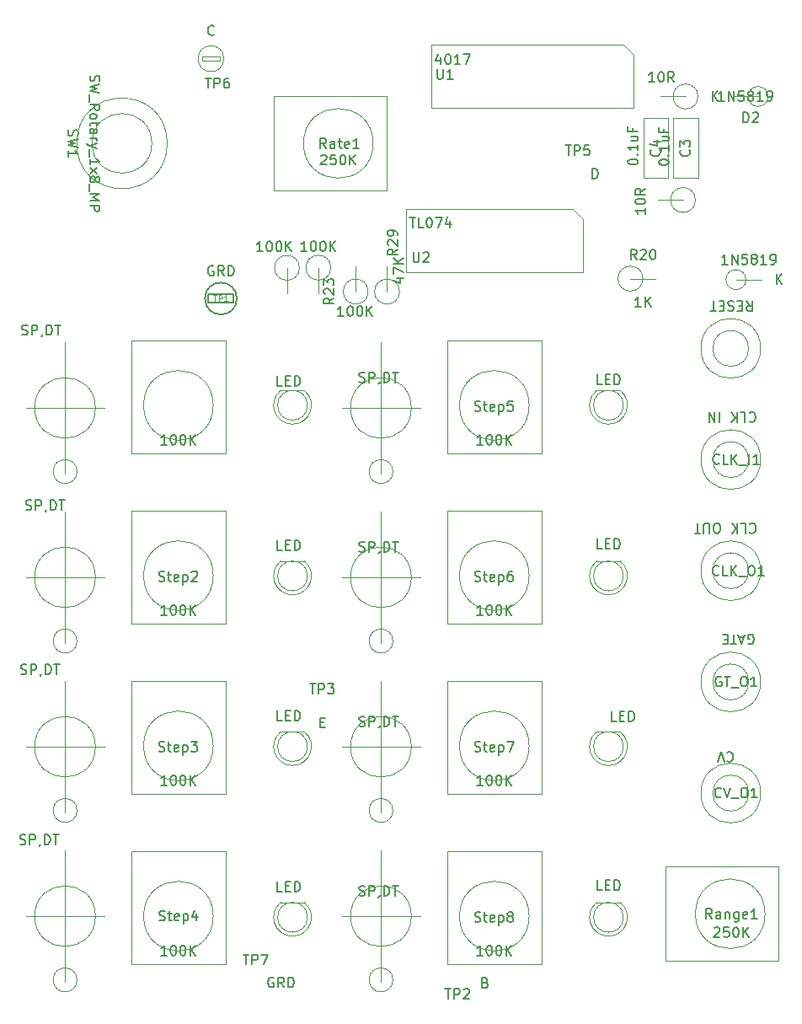
<source format=gbr>
G04 #@! TF.GenerationSoftware,KiCad,Pcbnew,7.0.10*
G04 #@! TF.CreationDate,2024-02-02T08:29:15+10:00*
G04 #@! TF.ProjectId,MK_Seq take 2,4d4b5f53-6571-4207-9461-6b6520322e6b,rev?*
G04 #@! TF.SameCoordinates,Original*
G04 #@! TF.FileFunction,AssemblyDrawing,Top*
%FSLAX46Y46*%
G04 Gerber Fmt 4.6, Leading zero omitted, Abs format (unit mm)*
G04 Created by KiCad (PCBNEW 7.0.10) date 2024-02-02 08:29:15*
%MOMM*%
%LPD*%
G01*
G04 APERTURE LIST*
%ADD10C,0.150000*%
%ADD11C,0.090000*%
%ADD12C,0.100000*%
%ADD13C,0.010000*%
%ADD14C,0.120000*%
G04 APERTURE END LIST*
D10*
X87868592Y-121854819D02*
X87392402Y-121854819D01*
X87392402Y-121854819D02*
X87392402Y-120854819D01*
X88201926Y-121331009D02*
X88535259Y-121331009D01*
X88678116Y-121854819D02*
X88201926Y-121854819D01*
X88201926Y-121854819D02*
X88201926Y-120854819D01*
X88201926Y-120854819D02*
X88678116Y-120854819D01*
X89106688Y-121854819D02*
X89106688Y-120854819D01*
X89106688Y-120854819D02*
X89344783Y-120854819D01*
X89344783Y-120854819D02*
X89487640Y-120902438D01*
X89487640Y-120902438D02*
X89582878Y-120997676D01*
X89582878Y-120997676D02*
X89630497Y-121092914D01*
X89630497Y-121092914D02*
X89678116Y-121283390D01*
X89678116Y-121283390D02*
X89678116Y-121426247D01*
X89678116Y-121426247D02*
X89630497Y-121616723D01*
X89630497Y-121616723D02*
X89582878Y-121711961D01*
X89582878Y-121711961D02*
X89487640Y-121807200D01*
X89487640Y-121807200D02*
X89344783Y-121854819D01*
X89344783Y-121854819D02*
X89106688Y-121854819D01*
X87868592Y-71054819D02*
X87392402Y-71054819D01*
X87392402Y-71054819D02*
X87392402Y-70054819D01*
X88201926Y-70531009D02*
X88535259Y-70531009D01*
X88678116Y-71054819D02*
X88201926Y-71054819D01*
X88201926Y-71054819D02*
X88201926Y-70054819D01*
X88201926Y-70054819D02*
X88678116Y-70054819D01*
X89106688Y-71054819D02*
X89106688Y-70054819D01*
X89106688Y-70054819D02*
X89344783Y-70054819D01*
X89344783Y-70054819D02*
X89487640Y-70102438D01*
X89487640Y-70102438D02*
X89582878Y-70197676D01*
X89582878Y-70197676D02*
X89630497Y-70292914D01*
X89630497Y-70292914D02*
X89678116Y-70483390D01*
X89678116Y-70483390D02*
X89678116Y-70626247D01*
X89678116Y-70626247D02*
X89630497Y-70816723D01*
X89630497Y-70816723D02*
X89582878Y-70911961D01*
X89582878Y-70911961D02*
X89487640Y-71007200D01*
X89487640Y-71007200D02*
X89344783Y-71054819D01*
X89344783Y-71054819D02*
X89106688Y-71054819D01*
X95605298Y-87684295D02*
X95748155Y-87731914D01*
X95748155Y-87731914D02*
X95986250Y-87731914D01*
X95986250Y-87731914D02*
X96081488Y-87684295D01*
X96081488Y-87684295D02*
X96129107Y-87636675D01*
X96129107Y-87636675D02*
X96176726Y-87541437D01*
X96176726Y-87541437D02*
X96176726Y-87446199D01*
X96176726Y-87446199D02*
X96129107Y-87350961D01*
X96129107Y-87350961D02*
X96081488Y-87303342D01*
X96081488Y-87303342D02*
X95986250Y-87255723D01*
X95986250Y-87255723D02*
X95795774Y-87208104D01*
X95795774Y-87208104D02*
X95700536Y-87160485D01*
X95700536Y-87160485D02*
X95652917Y-87112866D01*
X95652917Y-87112866D02*
X95605298Y-87017628D01*
X95605298Y-87017628D02*
X95605298Y-86922390D01*
X95605298Y-86922390D02*
X95652917Y-86827152D01*
X95652917Y-86827152D02*
X95700536Y-86779533D01*
X95700536Y-86779533D02*
X95795774Y-86731914D01*
X95795774Y-86731914D02*
X96033869Y-86731914D01*
X96033869Y-86731914D02*
X96176726Y-86779533D01*
X96605298Y-87731914D02*
X96605298Y-86731914D01*
X96605298Y-86731914D02*
X96986250Y-86731914D01*
X96986250Y-86731914D02*
X97081488Y-86779533D01*
X97081488Y-86779533D02*
X97129107Y-86827152D01*
X97129107Y-86827152D02*
X97176726Y-86922390D01*
X97176726Y-86922390D02*
X97176726Y-87065247D01*
X97176726Y-87065247D02*
X97129107Y-87160485D01*
X97129107Y-87160485D02*
X97081488Y-87208104D01*
X97081488Y-87208104D02*
X96986250Y-87255723D01*
X96986250Y-87255723D02*
X96605298Y-87255723D01*
X97652917Y-87684295D02*
X97652917Y-87731914D01*
X97652917Y-87731914D02*
X97605298Y-87827152D01*
X97605298Y-87827152D02*
X97557679Y-87874771D01*
X98081488Y-87731914D02*
X98081488Y-86731914D01*
X98081488Y-86731914D02*
X98319583Y-86731914D01*
X98319583Y-86731914D02*
X98462440Y-86779533D01*
X98462440Y-86779533D02*
X98557678Y-86874771D01*
X98557678Y-86874771D02*
X98605297Y-86970009D01*
X98605297Y-86970009D02*
X98652916Y-87160485D01*
X98652916Y-87160485D02*
X98652916Y-87303342D01*
X98652916Y-87303342D02*
X98605297Y-87493818D01*
X98605297Y-87493818D02*
X98557678Y-87589056D01*
X98557678Y-87589056D02*
X98462440Y-87684295D01*
X98462440Y-87684295D02*
X98319583Y-87731914D01*
X98319583Y-87731914D02*
X98081488Y-87731914D01*
X98938631Y-86731914D02*
X99510059Y-86731914D01*
X99224345Y-87731914D02*
X99224345Y-86731914D01*
X61595238Y-100007200D02*
X61738095Y-100054819D01*
X61738095Y-100054819D02*
X61976190Y-100054819D01*
X61976190Y-100054819D02*
X62071428Y-100007200D01*
X62071428Y-100007200D02*
X62119047Y-99959580D01*
X62119047Y-99959580D02*
X62166666Y-99864342D01*
X62166666Y-99864342D02*
X62166666Y-99769104D01*
X62166666Y-99769104D02*
X62119047Y-99673866D01*
X62119047Y-99673866D02*
X62071428Y-99626247D01*
X62071428Y-99626247D02*
X61976190Y-99578628D01*
X61976190Y-99578628D02*
X61785714Y-99531009D01*
X61785714Y-99531009D02*
X61690476Y-99483390D01*
X61690476Y-99483390D02*
X61642857Y-99435771D01*
X61642857Y-99435771D02*
X61595238Y-99340533D01*
X61595238Y-99340533D02*
X61595238Y-99245295D01*
X61595238Y-99245295D02*
X61642857Y-99150057D01*
X61642857Y-99150057D02*
X61690476Y-99102438D01*
X61690476Y-99102438D02*
X61785714Y-99054819D01*
X61785714Y-99054819D02*
X62023809Y-99054819D01*
X62023809Y-99054819D02*
X62166666Y-99102438D01*
X62595238Y-100054819D02*
X62595238Y-99054819D01*
X62595238Y-99054819D02*
X62976190Y-99054819D01*
X62976190Y-99054819D02*
X63071428Y-99102438D01*
X63071428Y-99102438D02*
X63119047Y-99150057D01*
X63119047Y-99150057D02*
X63166666Y-99245295D01*
X63166666Y-99245295D02*
X63166666Y-99388152D01*
X63166666Y-99388152D02*
X63119047Y-99483390D01*
X63119047Y-99483390D02*
X63071428Y-99531009D01*
X63071428Y-99531009D02*
X62976190Y-99578628D01*
X62976190Y-99578628D02*
X62595238Y-99578628D01*
X63642857Y-100007200D02*
X63642857Y-100054819D01*
X63642857Y-100054819D02*
X63595238Y-100150057D01*
X63595238Y-100150057D02*
X63547619Y-100197676D01*
X64071428Y-100054819D02*
X64071428Y-99054819D01*
X64071428Y-99054819D02*
X64309523Y-99054819D01*
X64309523Y-99054819D02*
X64452380Y-99102438D01*
X64452380Y-99102438D02*
X64547618Y-99197676D01*
X64547618Y-99197676D02*
X64595237Y-99292914D01*
X64595237Y-99292914D02*
X64642856Y-99483390D01*
X64642856Y-99483390D02*
X64642856Y-99626247D01*
X64642856Y-99626247D02*
X64595237Y-99816723D01*
X64595237Y-99816723D02*
X64547618Y-99911961D01*
X64547618Y-99911961D02*
X64452380Y-100007200D01*
X64452380Y-100007200D02*
X64309523Y-100054819D01*
X64309523Y-100054819D02*
X64071428Y-100054819D01*
X64928571Y-99054819D02*
X65499999Y-99054819D01*
X65214285Y-100054819D02*
X65214285Y-99054819D01*
X108014058Y-111189819D02*
X107442630Y-111189819D01*
X107728344Y-111189819D02*
X107728344Y-110189819D01*
X107728344Y-110189819D02*
X107633106Y-110332676D01*
X107633106Y-110332676D02*
X107537868Y-110427914D01*
X107537868Y-110427914D02*
X107442630Y-110475533D01*
X108633106Y-110189819D02*
X108728344Y-110189819D01*
X108728344Y-110189819D02*
X108823582Y-110237438D01*
X108823582Y-110237438D02*
X108871201Y-110285057D01*
X108871201Y-110285057D02*
X108918820Y-110380295D01*
X108918820Y-110380295D02*
X108966439Y-110570771D01*
X108966439Y-110570771D02*
X108966439Y-110808866D01*
X108966439Y-110808866D02*
X108918820Y-110999342D01*
X108918820Y-110999342D02*
X108871201Y-111094580D01*
X108871201Y-111094580D02*
X108823582Y-111142200D01*
X108823582Y-111142200D02*
X108728344Y-111189819D01*
X108728344Y-111189819D02*
X108633106Y-111189819D01*
X108633106Y-111189819D02*
X108537868Y-111142200D01*
X108537868Y-111142200D02*
X108490249Y-111094580D01*
X108490249Y-111094580D02*
X108442630Y-110999342D01*
X108442630Y-110999342D02*
X108395011Y-110808866D01*
X108395011Y-110808866D02*
X108395011Y-110570771D01*
X108395011Y-110570771D02*
X108442630Y-110380295D01*
X108442630Y-110380295D02*
X108490249Y-110285057D01*
X108490249Y-110285057D02*
X108537868Y-110237438D01*
X108537868Y-110237438D02*
X108633106Y-110189819D01*
X109585487Y-110189819D02*
X109680725Y-110189819D01*
X109680725Y-110189819D02*
X109775963Y-110237438D01*
X109775963Y-110237438D02*
X109823582Y-110285057D01*
X109823582Y-110285057D02*
X109871201Y-110380295D01*
X109871201Y-110380295D02*
X109918820Y-110570771D01*
X109918820Y-110570771D02*
X109918820Y-110808866D01*
X109918820Y-110808866D02*
X109871201Y-110999342D01*
X109871201Y-110999342D02*
X109823582Y-111094580D01*
X109823582Y-111094580D02*
X109775963Y-111142200D01*
X109775963Y-111142200D02*
X109680725Y-111189819D01*
X109680725Y-111189819D02*
X109585487Y-111189819D01*
X109585487Y-111189819D02*
X109490249Y-111142200D01*
X109490249Y-111142200D02*
X109442630Y-111094580D01*
X109442630Y-111094580D02*
X109395011Y-110999342D01*
X109395011Y-110999342D02*
X109347392Y-110808866D01*
X109347392Y-110808866D02*
X109347392Y-110570771D01*
X109347392Y-110570771D02*
X109395011Y-110380295D01*
X109395011Y-110380295D02*
X109442630Y-110285057D01*
X109442630Y-110285057D02*
X109490249Y-110237438D01*
X109490249Y-110237438D02*
X109585487Y-110189819D01*
X110347392Y-111189819D02*
X110347392Y-110189819D01*
X110918820Y-111189819D02*
X110490249Y-110618390D01*
X110918820Y-110189819D02*
X110347392Y-110761247D01*
X107212153Y-107762200D02*
X107355010Y-107809819D01*
X107355010Y-107809819D02*
X107593105Y-107809819D01*
X107593105Y-107809819D02*
X107688343Y-107762200D01*
X107688343Y-107762200D02*
X107735962Y-107714580D01*
X107735962Y-107714580D02*
X107783581Y-107619342D01*
X107783581Y-107619342D02*
X107783581Y-107524104D01*
X107783581Y-107524104D02*
X107735962Y-107428866D01*
X107735962Y-107428866D02*
X107688343Y-107381247D01*
X107688343Y-107381247D02*
X107593105Y-107333628D01*
X107593105Y-107333628D02*
X107402629Y-107286009D01*
X107402629Y-107286009D02*
X107307391Y-107238390D01*
X107307391Y-107238390D02*
X107259772Y-107190771D01*
X107259772Y-107190771D02*
X107212153Y-107095533D01*
X107212153Y-107095533D02*
X107212153Y-107000295D01*
X107212153Y-107000295D02*
X107259772Y-106905057D01*
X107259772Y-106905057D02*
X107307391Y-106857438D01*
X107307391Y-106857438D02*
X107402629Y-106809819D01*
X107402629Y-106809819D02*
X107640724Y-106809819D01*
X107640724Y-106809819D02*
X107783581Y-106857438D01*
X108069296Y-107143152D02*
X108450248Y-107143152D01*
X108212153Y-106809819D02*
X108212153Y-107666961D01*
X108212153Y-107666961D02*
X108259772Y-107762200D01*
X108259772Y-107762200D02*
X108355010Y-107809819D01*
X108355010Y-107809819D02*
X108450248Y-107809819D01*
X109164534Y-107762200D02*
X109069296Y-107809819D01*
X109069296Y-107809819D02*
X108878820Y-107809819D01*
X108878820Y-107809819D02*
X108783582Y-107762200D01*
X108783582Y-107762200D02*
X108735963Y-107666961D01*
X108735963Y-107666961D02*
X108735963Y-107286009D01*
X108735963Y-107286009D02*
X108783582Y-107190771D01*
X108783582Y-107190771D02*
X108878820Y-107143152D01*
X108878820Y-107143152D02*
X109069296Y-107143152D01*
X109069296Y-107143152D02*
X109164534Y-107190771D01*
X109164534Y-107190771D02*
X109212153Y-107286009D01*
X109212153Y-107286009D02*
X109212153Y-107381247D01*
X109212153Y-107381247D02*
X108735963Y-107476485D01*
X109640725Y-107143152D02*
X109640725Y-108143152D01*
X109640725Y-107190771D02*
X109735963Y-107143152D01*
X109735963Y-107143152D02*
X109926439Y-107143152D01*
X109926439Y-107143152D02*
X110021677Y-107190771D01*
X110021677Y-107190771D02*
X110069296Y-107238390D01*
X110069296Y-107238390D02*
X110116915Y-107333628D01*
X110116915Y-107333628D02*
X110116915Y-107619342D01*
X110116915Y-107619342D02*
X110069296Y-107714580D01*
X110069296Y-107714580D02*
X110021677Y-107762200D01*
X110021677Y-107762200D02*
X109926439Y-107809819D01*
X109926439Y-107809819D02*
X109735963Y-107809819D01*
X109735963Y-107809819D02*
X109640725Y-107762200D01*
X110450249Y-106809819D02*
X111116915Y-106809819D01*
X111116915Y-106809819D02*
X110688344Y-107809819D01*
X90333333Y-57527824D02*
X89761905Y-57527824D01*
X90047619Y-57527824D02*
X90047619Y-56527824D01*
X90047619Y-56527824D02*
X89952381Y-56670681D01*
X89952381Y-56670681D02*
X89857143Y-56765919D01*
X89857143Y-56765919D02*
X89761905Y-56813538D01*
X90952381Y-56527824D02*
X91047619Y-56527824D01*
X91047619Y-56527824D02*
X91142857Y-56575443D01*
X91142857Y-56575443D02*
X91190476Y-56623062D01*
X91190476Y-56623062D02*
X91238095Y-56718300D01*
X91238095Y-56718300D02*
X91285714Y-56908776D01*
X91285714Y-56908776D02*
X91285714Y-57146871D01*
X91285714Y-57146871D02*
X91238095Y-57337347D01*
X91238095Y-57337347D02*
X91190476Y-57432585D01*
X91190476Y-57432585D02*
X91142857Y-57480205D01*
X91142857Y-57480205D02*
X91047619Y-57527824D01*
X91047619Y-57527824D02*
X90952381Y-57527824D01*
X90952381Y-57527824D02*
X90857143Y-57480205D01*
X90857143Y-57480205D02*
X90809524Y-57432585D01*
X90809524Y-57432585D02*
X90761905Y-57337347D01*
X90761905Y-57337347D02*
X90714286Y-57146871D01*
X90714286Y-57146871D02*
X90714286Y-56908776D01*
X90714286Y-56908776D02*
X90761905Y-56718300D01*
X90761905Y-56718300D02*
X90809524Y-56623062D01*
X90809524Y-56623062D02*
X90857143Y-56575443D01*
X90857143Y-56575443D02*
X90952381Y-56527824D01*
X91904762Y-56527824D02*
X92000000Y-56527824D01*
X92000000Y-56527824D02*
X92095238Y-56575443D01*
X92095238Y-56575443D02*
X92142857Y-56623062D01*
X92142857Y-56623062D02*
X92190476Y-56718300D01*
X92190476Y-56718300D02*
X92238095Y-56908776D01*
X92238095Y-56908776D02*
X92238095Y-57146871D01*
X92238095Y-57146871D02*
X92190476Y-57337347D01*
X92190476Y-57337347D02*
X92142857Y-57432585D01*
X92142857Y-57432585D02*
X92095238Y-57480205D01*
X92095238Y-57480205D02*
X92000000Y-57527824D01*
X92000000Y-57527824D02*
X91904762Y-57527824D01*
X91904762Y-57527824D02*
X91809524Y-57480205D01*
X91809524Y-57480205D02*
X91761905Y-57432585D01*
X91761905Y-57432585D02*
X91714286Y-57337347D01*
X91714286Y-57337347D02*
X91666667Y-57146871D01*
X91666667Y-57146871D02*
X91666667Y-56908776D01*
X91666667Y-56908776D02*
X91714286Y-56718300D01*
X91714286Y-56718300D02*
X91761905Y-56623062D01*
X91761905Y-56623062D02*
X91809524Y-56575443D01*
X91809524Y-56575443D02*
X91904762Y-56527824D01*
X92666667Y-57527824D02*
X92666667Y-56527824D01*
X93238095Y-57527824D02*
X92809524Y-56956395D01*
X93238095Y-56527824D02*
X92666667Y-57099252D01*
X93054819Y-62242857D02*
X92578628Y-62576190D01*
X93054819Y-62814285D02*
X92054819Y-62814285D01*
X92054819Y-62814285D02*
X92054819Y-62433333D01*
X92054819Y-62433333D02*
X92102438Y-62338095D01*
X92102438Y-62338095D02*
X92150057Y-62290476D01*
X92150057Y-62290476D02*
X92245295Y-62242857D01*
X92245295Y-62242857D02*
X92388152Y-62242857D01*
X92388152Y-62242857D02*
X92483390Y-62290476D01*
X92483390Y-62290476D02*
X92531009Y-62338095D01*
X92531009Y-62338095D02*
X92578628Y-62433333D01*
X92578628Y-62433333D02*
X92578628Y-62814285D01*
X92150057Y-61861904D02*
X92102438Y-61814285D01*
X92102438Y-61814285D02*
X92054819Y-61719047D01*
X92054819Y-61719047D02*
X92054819Y-61480952D01*
X92054819Y-61480952D02*
X92102438Y-61385714D01*
X92102438Y-61385714D02*
X92150057Y-61338095D01*
X92150057Y-61338095D02*
X92245295Y-61290476D01*
X92245295Y-61290476D02*
X92340533Y-61290476D01*
X92340533Y-61290476D02*
X92483390Y-61338095D01*
X92483390Y-61338095D02*
X93054819Y-61909523D01*
X93054819Y-61909523D02*
X93054819Y-61290476D01*
X92054819Y-60957142D02*
X92054819Y-60338095D01*
X92054819Y-60338095D02*
X92435771Y-60671428D01*
X92435771Y-60671428D02*
X92435771Y-60528571D01*
X92435771Y-60528571D02*
X92483390Y-60433333D01*
X92483390Y-60433333D02*
X92531009Y-60385714D01*
X92531009Y-60385714D02*
X92626247Y-60338095D01*
X92626247Y-60338095D02*
X92864342Y-60338095D01*
X92864342Y-60338095D02*
X92959580Y-60385714D01*
X92959580Y-60385714D02*
X93007200Y-60433333D01*
X93007200Y-60433333D02*
X93054819Y-60528571D01*
X93054819Y-60528571D02*
X93054819Y-60814285D01*
X93054819Y-60814285D02*
X93007200Y-60909523D01*
X93007200Y-60909523D02*
X92959580Y-60957142D01*
X125714819Y-48667856D02*
X125714819Y-48572618D01*
X125714819Y-48572618D02*
X125762438Y-48477380D01*
X125762438Y-48477380D02*
X125810057Y-48429761D01*
X125810057Y-48429761D02*
X125905295Y-48382142D01*
X125905295Y-48382142D02*
X126095771Y-48334523D01*
X126095771Y-48334523D02*
X126333866Y-48334523D01*
X126333866Y-48334523D02*
X126524342Y-48382142D01*
X126524342Y-48382142D02*
X126619580Y-48429761D01*
X126619580Y-48429761D02*
X126667200Y-48477380D01*
X126667200Y-48477380D02*
X126714819Y-48572618D01*
X126714819Y-48572618D02*
X126714819Y-48667856D01*
X126714819Y-48667856D02*
X126667200Y-48763094D01*
X126667200Y-48763094D02*
X126619580Y-48810713D01*
X126619580Y-48810713D02*
X126524342Y-48858332D01*
X126524342Y-48858332D02*
X126333866Y-48905951D01*
X126333866Y-48905951D02*
X126095771Y-48905951D01*
X126095771Y-48905951D02*
X125905295Y-48858332D01*
X125905295Y-48858332D02*
X125810057Y-48810713D01*
X125810057Y-48810713D02*
X125762438Y-48763094D01*
X125762438Y-48763094D02*
X125714819Y-48667856D01*
X126619580Y-47905951D02*
X126667200Y-47858332D01*
X126667200Y-47858332D02*
X126714819Y-47905951D01*
X126714819Y-47905951D02*
X126667200Y-47953570D01*
X126667200Y-47953570D02*
X126619580Y-47905951D01*
X126619580Y-47905951D02*
X126714819Y-47905951D01*
X126714819Y-46905952D02*
X126714819Y-47477380D01*
X126714819Y-47191666D02*
X125714819Y-47191666D01*
X125714819Y-47191666D02*
X125857676Y-47286904D01*
X125857676Y-47286904D02*
X125952914Y-47382142D01*
X125952914Y-47382142D02*
X126000533Y-47477380D01*
X126048152Y-46048809D02*
X126714819Y-46048809D01*
X126048152Y-46477380D02*
X126571961Y-46477380D01*
X126571961Y-46477380D02*
X126667200Y-46429761D01*
X126667200Y-46429761D02*
X126714819Y-46334523D01*
X126714819Y-46334523D02*
X126714819Y-46191666D01*
X126714819Y-46191666D02*
X126667200Y-46096428D01*
X126667200Y-46096428D02*
X126619580Y-46048809D01*
X126191009Y-45239285D02*
X126191009Y-45572618D01*
X126714819Y-45572618D02*
X125714819Y-45572618D01*
X125714819Y-45572618D02*
X125714819Y-45096428D01*
X128759580Y-47366666D02*
X128807200Y-47414285D01*
X128807200Y-47414285D02*
X128854819Y-47557142D01*
X128854819Y-47557142D02*
X128854819Y-47652380D01*
X128854819Y-47652380D02*
X128807200Y-47795237D01*
X128807200Y-47795237D02*
X128711961Y-47890475D01*
X128711961Y-47890475D02*
X128616723Y-47938094D01*
X128616723Y-47938094D02*
X128426247Y-47985713D01*
X128426247Y-47985713D02*
X128283390Y-47985713D01*
X128283390Y-47985713D02*
X128092914Y-47938094D01*
X128092914Y-47938094D02*
X127997676Y-47890475D01*
X127997676Y-47890475D02*
X127902438Y-47795237D01*
X127902438Y-47795237D02*
X127854819Y-47652380D01*
X127854819Y-47652380D02*
X127854819Y-47557142D01*
X127854819Y-47557142D02*
X127902438Y-47414285D01*
X127902438Y-47414285D02*
X127950057Y-47366666D01*
X127854819Y-47033332D02*
X127854819Y-46414285D01*
X127854819Y-46414285D02*
X128235771Y-46747618D01*
X128235771Y-46747618D02*
X128235771Y-46604761D01*
X128235771Y-46604761D02*
X128283390Y-46509523D01*
X128283390Y-46509523D02*
X128331009Y-46461904D01*
X128331009Y-46461904D02*
X128426247Y-46414285D01*
X128426247Y-46414285D02*
X128664342Y-46414285D01*
X128664342Y-46414285D02*
X128759580Y-46461904D01*
X128759580Y-46461904D02*
X128807200Y-46509523D01*
X128807200Y-46509523D02*
X128854819Y-46604761D01*
X128854819Y-46604761D02*
X128854819Y-46890475D01*
X128854819Y-46890475D02*
X128807200Y-46985713D01*
X128807200Y-46985713D02*
X128759580Y-47033332D01*
X122614819Y-48602856D02*
X122614819Y-48507618D01*
X122614819Y-48507618D02*
X122662438Y-48412380D01*
X122662438Y-48412380D02*
X122710057Y-48364761D01*
X122710057Y-48364761D02*
X122805295Y-48317142D01*
X122805295Y-48317142D02*
X122995771Y-48269523D01*
X122995771Y-48269523D02*
X123233866Y-48269523D01*
X123233866Y-48269523D02*
X123424342Y-48317142D01*
X123424342Y-48317142D02*
X123519580Y-48364761D01*
X123519580Y-48364761D02*
X123567200Y-48412380D01*
X123567200Y-48412380D02*
X123614819Y-48507618D01*
X123614819Y-48507618D02*
X123614819Y-48602856D01*
X123614819Y-48602856D02*
X123567200Y-48698094D01*
X123567200Y-48698094D02*
X123519580Y-48745713D01*
X123519580Y-48745713D02*
X123424342Y-48793332D01*
X123424342Y-48793332D02*
X123233866Y-48840951D01*
X123233866Y-48840951D02*
X122995771Y-48840951D01*
X122995771Y-48840951D02*
X122805295Y-48793332D01*
X122805295Y-48793332D02*
X122710057Y-48745713D01*
X122710057Y-48745713D02*
X122662438Y-48698094D01*
X122662438Y-48698094D02*
X122614819Y-48602856D01*
X123519580Y-47840951D02*
X123567200Y-47793332D01*
X123567200Y-47793332D02*
X123614819Y-47840951D01*
X123614819Y-47840951D02*
X123567200Y-47888570D01*
X123567200Y-47888570D02*
X123519580Y-47840951D01*
X123519580Y-47840951D02*
X123614819Y-47840951D01*
X123614819Y-46840952D02*
X123614819Y-47412380D01*
X123614819Y-47126666D02*
X122614819Y-47126666D01*
X122614819Y-47126666D02*
X122757676Y-47221904D01*
X122757676Y-47221904D02*
X122852914Y-47317142D01*
X122852914Y-47317142D02*
X122900533Y-47412380D01*
X122948152Y-45983809D02*
X123614819Y-45983809D01*
X122948152Y-46412380D02*
X123471961Y-46412380D01*
X123471961Y-46412380D02*
X123567200Y-46364761D01*
X123567200Y-46364761D02*
X123614819Y-46269523D01*
X123614819Y-46269523D02*
X123614819Y-46126666D01*
X123614819Y-46126666D02*
X123567200Y-46031428D01*
X123567200Y-46031428D02*
X123519580Y-45983809D01*
X123091009Y-45174285D02*
X123091009Y-45507618D01*
X123614819Y-45507618D02*
X122614819Y-45507618D01*
X122614819Y-45507618D02*
X122614819Y-45031428D01*
X125759580Y-47366666D02*
X125807200Y-47414285D01*
X125807200Y-47414285D02*
X125854819Y-47557142D01*
X125854819Y-47557142D02*
X125854819Y-47652380D01*
X125854819Y-47652380D02*
X125807200Y-47795237D01*
X125807200Y-47795237D02*
X125711961Y-47890475D01*
X125711961Y-47890475D02*
X125616723Y-47938094D01*
X125616723Y-47938094D02*
X125426247Y-47985713D01*
X125426247Y-47985713D02*
X125283390Y-47985713D01*
X125283390Y-47985713D02*
X125092914Y-47938094D01*
X125092914Y-47938094D02*
X124997676Y-47890475D01*
X124997676Y-47890475D02*
X124902438Y-47795237D01*
X124902438Y-47795237D02*
X124854819Y-47652380D01*
X124854819Y-47652380D02*
X124854819Y-47557142D01*
X124854819Y-47557142D02*
X124902438Y-47414285D01*
X124902438Y-47414285D02*
X124950057Y-47366666D01*
X125188152Y-46509523D02*
X125854819Y-46509523D01*
X124807200Y-46747618D02*
X125521485Y-46985713D01*
X125521485Y-46985713D02*
X125521485Y-46366666D01*
X124344819Y-53220476D02*
X124344819Y-53791904D01*
X124344819Y-53506190D02*
X123344819Y-53506190D01*
X123344819Y-53506190D02*
X123487676Y-53601428D01*
X123487676Y-53601428D02*
X123582914Y-53696666D01*
X123582914Y-53696666D02*
X123630533Y-53791904D01*
X123344819Y-52601428D02*
X123344819Y-52506190D01*
X123344819Y-52506190D02*
X123392438Y-52410952D01*
X123392438Y-52410952D02*
X123440057Y-52363333D01*
X123440057Y-52363333D02*
X123535295Y-52315714D01*
X123535295Y-52315714D02*
X123725771Y-52268095D01*
X123725771Y-52268095D02*
X123963866Y-52268095D01*
X123963866Y-52268095D02*
X124154342Y-52315714D01*
X124154342Y-52315714D02*
X124249580Y-52363333D01*
X124249580Y-52363333D02*
X124297200Y-52410952D01*
X124297200Y-52410952D02*
X124344819Y-52506190D01*
X124344819Y-52506190D02*
X124344819Y-52601428D01*
X124344819Y-52601428D02*
X124297200Y-52696666D01*
X124297200Y-52696666D02*
X124249580Y-52744285D01*
X124249580Y-52744285D02*
X124154342Y-52791904D01*
X124154342Y-52791904D02*
X123963866Y-52839523D01*
X123963866Y-52839523D02*
X123725771Y-52839523D01*
X123725771Y-52839523D02*
X123535295Y-52791904D01*
X123535295Y-52791904D02*
X123440057Y-52744285D01*
X123440057Y-52744285D02*
X123392438Y-52696666D01*
X123392438Y-52696666D02*
X123344819Y-52601428D01*
X124344819Y-51268095D02*
X123868628Y-51601428D01*
X124344819Y-51839523D02*
X123344819Y-51839523D01*
X123344819Y-51839523D02*
X123344819Y-51458571D01*
X123344819Y-51458571D02*
X123392438Y-51363333D01*
X123392438Y-51363333D02*
X123440057Y-51315714D01*
X123440057Y-51315714D02*
X123535295Y-51268095D01*
X123535295Y-51268095D02*
X123678152Y-51268095D01*
X123678152Y-51268095D02*
X123773390Y-51315714D01*
X123773390Y-51315714D02*
X123821009Y-51363333D01*
X123821009Y-51363333D02*
X123868628Y-51458571D01*
X123868628Y-51458571D02*
X123868628Y-51839523D01*
X132275771Y-42454819D02*
X131704343Y-42454819D01*
X131990057Y-42454819D02*
X131990057Y-41454819D01*
X131990057Y-41454819D02*
X131894819Y-41597676D01*
X131894819Y-41597676D02*
X131799581Y-41692914D01*
X131799581Y-41692914D02*
X131704343Y-41740533D01*
X132704343Y-42454819D02*
X132704343Y-41454819D01*
X132704343Y-41454819D02*
X133275771Y-42454819D01*
X133275771Y-42454819D02*
X133275771Y-41454819D01*
X134228152Y-41454819D02*
X133751962Y-41454819D01*
X133751962Y-41454819D02*
X133704343Y-41931009D01*
X133704343Y-41931009D02*
X133751962Y-41883390D01*
X133751962Y-41883390D02*
X133847200Y-41835771D01*
X133847200Y-41835771D02*
X134085295Y-41835771D01*
X134085295Y-41835771D02*
X134180533Y-41883390D01*
X134180533Y-41883390D02*
X134228152Y-41931009D01*
X134228152Y-41931009D02*
X134275771Y-42026247D01*
X134275771Y-42026247D02*
X134275771Y-42264342D01*
X134275771Y-42264342D02*
X134228152Y-42359580D01*
X134228152Y-42359580D02*
X134180533Y-42407200D01*
X134180533Y-42407200D02*
X134085295Y-42454819D01*
X134085295Y-42454819D02*
X133847200Y-42454819D01*
X133847200Y-42454819D02*
X133751962Y-42407200D01*
X133751962Y-42407200D02*
X133704343Y-42359580D01*
X134847200Y-41883390D02*
X134751962Y-41835771D01*
X134751962Y-41835771D02*
X134704343Y-41788152D01*
X134704343Y-41788152D02*
X134656724Y-41692914D01*
X134656724Y-41692914D02*
X134656724Y-41645295D01*
X134656724Y-41645295D02*
X134704343Y-41550057D01*
X134704343Y-41550057D02*
X134751962Y-41502438D01*
X134751962Y-41502438D02*
X134847200Y-41454819D01*
X134847200Y-41454819D02*
X135037676Y-41454819D01*
X135037676Y-41454819D02*
X135132914Y-41502438D01*
X135132914Y-41502438D02*
X135180533Y-41550057D01*
X135180533Y-41550057D02*
X135228152Y-41645295D01*
X135228152Y-41645295D02*
X135228152Y-41692914D01*
X135228152Y-41692914D02*
X135180533Y-41788152D01*
X135180533Y-41788152D02*
X135132914Y-41835771D01*
X135132914Y-41835771D02*
X135037676Y-41883390D01*
X135037676Y-41883390D02*
X134847200Y-41883390D01*
X134847200Y-41883390D02*
X134751962Y-41931009D01*
X134751962Y-41931009D02*
X134704343Y-41978628D01*
X134704343Y-41978628D02*
X134656724Y-42073866D01*
X134656724Y-42073866D02*
X134656724Y-42264342D01*
X134656724Y-42264342D02*
X134704343Y-42359580D01*
X134704343Y-42359580D02*
X134751962Y-42407200D01*
X134751962Y-42407200D02*
X134847200Y-42454819D01*
X134847200Y-42454819D02*
X135037676Y-42454819D01*
X135037676Y-42454819D02*
X135132914Y-42407200D01*
X135132914Y-42407200D02*
X135180533Y-42359580D01*
X135180533Y-42359580D02*
X135228152Y-42264342D01*
X135228152Y-42264342D02*
X135228152Y-42073866D01*
X135228152Y-42073866D02*
X135180533Y-41978628D01*
X135180533Y-41978628D02*
X135132914Y-41931009D01*
X135132914Y-41931009D02*
X135037676Y-41883390D01*
X136180533Y-42454819D02*
X135609105Y-42454819D01*
X135894819Y-42454819D02*
X135894819Y-41454819D01*
X135894819Y-41454819D02*
X135799581Y-41597676D01*
X135799581Y-41597676D02*
X135704343Y-41692914D01*
X135704343Y-41692914D02*
X135609105Y-41740533D01*
X136656724Y-42454819D02*
X136847200Y-42454819D01*
X136847200Y-42454819D02*
X136942438Y-42407200D01*
X136942438Y-42407200D02*
X136990057Y-42359580D01*
X136990057Y-42359580D02*
X137085295Y-42216723D01*
X137085295Y-42216723D02*
X137132914Y-42026247D01*
X137132914Y-42026247D02*
X137132914Y-41645295D01*
X137132914Y-41645295D02*
X137085295Y-41550057D01*
X137085295Y-41550057D02*
X137037676Y-41502438D01*
X137037676Y-41502438D02*
X136942438Y-41454819D01*
X136942438Y-41454819D02*
X136751962Y-41454819D01*
X136751962Y-41454819D02*
X136656724Y-41502438D01*
X136656724Y-41502438D02*
X136609105Y-41550057D01*
X136609105Y-41550057D02*
X136561486Y-41645295D01*
X136561486Y-41645295D02*
X136561486Y-41883390D01*
X136561486Y-41883390D02*
X136609105Y-41978628D01*
X136609105Y-41978628D02*
X136656724Y-42026247D01*
X136656724Y-42026247D02*
X136751962Y-42073866D01*
X136751962Y-42073866D02*
X136942438Y-42073866D01*
X136942438Y-42073866D02*
X137037676Y-42026247D01*
X137037676Y-42026247D02*
X137085295Y-41978628D01*
X137085295Y-41978628D02*
X137132914Y-41883390D01*
X134200534Y-44599819D02*
X134200534Y-43599819D01*
X134200534Y-43599819D02*
X134438629Y-43599819D01*
X134438629Y-43599819D02*
X134581486Y-43647438D01*
X134581486Y-43647438D02*
X134676724Y-43742676D01*
X134676724Y-43742676D02*
X134724343Y-43837914D01*
X134724343Y-43837914D02*
X134771962Y-44028390D01*
X134771962Y-44028390D02*
X134771962Y-44171247D01*
X134771962Y-44171247D02*
X134724343Y-44361723D01*
X134724343Y-44361723D02*
X134676724Y-44456961D01*
X134676724Y-44456961D02*
X134581486Y-44552200D01*
X134581486Y-44552200D02*
X134438629Y-44599819D01*
X134438629Y-44599819D02*
X134200534Y-44599819D01*
X135152915Y-43695057D02*
X135200534Y-43647438D01*
X135200534Y-43647438D02*
X135295772Y-43599819D01*
X135295772Y-43599819D02*
X135533867Y-43599819D01*
X135533867Y-43599819D02*
X135629105Y-43647438D01*
X135629105Y-43647438D02*
X135676724Y-43695057D01*
X135676724Y-43695057D02*
X135724343Y-43790295D01*
X135724343Y-43790295D02*
X135724343Y-43885533D01*
X135724343Y-43885533D02*
X135676724Y-44028390D01*
X135676724Y-44028390D02*
X135105296Y-44599819D01*
X135105296Y-44599819D02*
X135724343Y-44599819D01*
X131086724Y-42454819D02*
X131086724Y-41454819D01*
X131658152Y-42454819D02*
X131229581Y-41883390D01*
X131658152Y-41454819D02*
X131086724Y-42026247D01*
X99388152Y-60285714D02*
X100054819Y-60285714D01*
X99007200Y-60523809D02*
X99721485Y-60761904D01*
X99721485Y-60761904D02*
X99721485Y-60142857D01*
X99054819Y-59857142D02*
X99054819Y-59190476D01*
X99054819Y-59190476D02*
X100054819Y-59619047D01*
X100054819Y-58809523D02*
X99054819Y-58809523D01*
X100054819Y-58238095D02*
X99483390Y-58666666D01*
X99054819Y-58238095D02*
X99626247Y-58809523D01*
X99454819Y-57342857D02*
X98978628Y-57676190D01*
X99454819Y-57914285D02*
X98454819Y-57914285D01*
X98454819Y-57914285D02*
X98454819Y-57533333D01*
X98454819Y-57533333D02*
X98502438Y-57438095D01*
X98502438Y-57438095D02*
X98550057Y-57390476D01*
X98550057Y-57390476D02*
X98645295Y-57342857D01*
X98645295Y-57342857D02*
X98788152Y-57342857D01*
X98788152Y-57342857D02*
X98883390Y-57390476D01*
X98883390Y-57390476D02*
X98931009Y-57438095D01*
X98931009Y-57438095D02*
X98978628Y-57533333D01*
X98978628Y-57533333D02*
X98978628Y-57914285D01*
X98550057Y-56961904D02*
X98502438Y-56914285D01*
X98502438Y-56914285D02*
X98454819Y-56819047D01*
X98454819Y-56819047D02*
X98454819Y-56580952D01*
X98454819Y-56580952D02*
X98502438Y-56485714D01*
X98502438Y-56485714D02*
X98550057Y-56438095D01*
X98550057Y-56438095D02*
X98645295Y-56390476D01*
X98645295Y-56390476D02*
X98740533Y-56390476D01*
X98740533Y-56390476D02*
X98883390Y-56438095D01*
X98883390Y-56438095D02*
X99454819Y-57009523D01*
X99454819Y-57009523D02*
X99454819Y-56390476D01*
X99454819Y-55914285D02*
X99454819Y-55723809D01*
X99454819Y-55723809D02*
X99407200Y-55628571D01*
X99407200Y-55628571D02*
X99359580Y-55580952D01*
X99359580Y-55580952D02*
X99216723Y-55485714D01*
X99216723Y-55485714D02*
X99026247Y-55438095D01*
X99026247Y-55438095D02*
X98645295Y-55438095D01*
X98645295Y-55438095D02*
X98550057Y-55485714D01*
X98550057Y-55485714D02*
X98502438Y-55533333D01*
X98502438Y-55533333D02*
X98454819Y-55628571D01*
X98454819Y-55628571D02*
X98454819Y-55819047D01*
X98454819Y-55819047D02*
X98502438Y-55914285D01*
X98502438Y-55914285D02*
X98550057Y-55961904D01*
X98550057Y-55961904D02*
X98645295Y-56009523D01*
X98645295Y-56009523D02*
X98883390Y-56009523D01*
X98883390Y-56009523D02*
X98978628Y-55961904D01*
X98978628Y-55961904D02*
X99026247Y-55914285D01*
X99026247Y-55914285D02*
X99073866Y-55819047D01*
X99073866Y-55819047D02*
X99073866Y-55628571D01*
X99073866Y-55628571D02*
X99026247Y-55533333D01*
X99026247Y-55533333D02*
X98978628Y-55485714D01*
X98978628Y-55485714D02*
X98883390Y-55438095D01*
X134527381Y-62530180D02*
X134860714Y-63006371D01*
X135098809Y-62530180D02*
X135098809Y-63530180D01*
X135098809Y-63530180D02*
X134717857Y-63530180D01*
X134717857Y-63530180D02*
X134622619Y-63482561D01*
X134622619Y-63482561D02*
X134575000Y-63434942D01*
X134575000Y-63434942D02*
X134527381Y-63339704D01*
X134527381Y-63339704D02*
X134527381Y-63196847D01*
X134527381Y-63196847D02*
X134575000Y-63101609D01*
X134575000Y-63101609D02*
X134622619Y-63053990D01*
X134622619Y-63053990D02*
X134717857Y-63006371D01*
X134717857Y-63006371D02*
X135098809Y-63006371D01*
X134098809Y-63053990D02*
X133765476Y-63053990D01*
X133622619Y-62530180D02*
X134098809Y-62530180D01*
X134098809Y-62530180D02*
X134098809Y-63530180D01*
X134098809Y-63530180D02*
X133622619Y-63530180D01*
X133241666Y-62577800D02*
X133098809Y-62530180D01*
X133098809Y-62530180D02*
X132860714Y-62530180D01*
X132860714Y-62530180D02*
X132765476Y-62577800D01*
X132765476Y-62577800D02*
X132717857Y-62625419D01*
X132717857Y-62625419D02*
X132670238Y-62720657D01*
X132670238Y-62720657D02*
X132670238Y-62815895D01*
X132670238Y-62815895D02*
X132717857Y-62911133D01*
X132717857Y-62911133D02*
X132765476Y-62958752D01*
X132765476Y-62958752D02*
X132860714Y-63006371D01*
X132860714Y-63006371D02*
X133051190Y-63053990D01*
X133051190Y-63053990D02*
X133146428Y-63101609D01*
X133146428Y-63101609D02*
X133194047Y-63149228D01*
X133194047Y-63149228D02*
X133241666Y-63244466D01*
X133241666Y-63244466D02*
X133241666Y-63339704D01*
X133241666Y-63339704D02*
X133194047Y-63434942D01*
X133194047Y-63434942D02*
X133146428Y-63482561D01*
X133146428Y-63482561D02*
X133051190Y-63530180D01*
X133051190Y-63530180D02*
X132813095Y-63530180D01*
X132813095Y-63530180D02*
X132670238Y-63482561D01*
X132241666Y-63053990D02*
X131908333Y-63053990D01*
X131765476Y-62530180D02*
X132241666Y-62530180D01*
X132241666Y-62530180D02*
X132241666Y-63530180D01*
X132241666Y-63530180D02*
X131765476Y-63530180D01*
X131479761Y-63530180D02*
X130908333Y-63530180D01*
X131194047Y-62530180D02*
X131194047Y-63530180D01*
X94033333Y-64054819D02*
X93461905Y-64054819D01*
X93747619Y-64054819D02*
X93747619Y-63054819D01*
X93747619Y-63054819D02*
X93652381Y-63197676D01*
X93652381Y-63197676D02*
X93557143Y-63292914D01*
X93557143Y-63292914D02*
X93461905Y-63340533D01*
X94652381Y-63054819D02*
X94747619Y-63054819D01*
X94747619Y-63054819D02*
X94842857Y-63102438D01*
X94842857Y-63102438D02*
X94890476Y-63150057D01*
X94890476Y-63150057D02*
X94938095Y-63245295D01*
X94938095Y-63245295D02*
X94985714Y-63435771D01*
X94985714Y-63435771D02*
X94985714Y-63673866D01*
X94985714Y-63673866D02*
X94938095Y-63864342D01*
X94938095Y-63864342D02*
X94890476Y-63959580D01*
X94890476Y-63959580D02*
X94842857Y-64007200D01*
X94842857Y-64007200D02*
X94747619Y-64054819D01*
X94747619Y-64054819D02*
X94652381Y-64054819D01*
X94652381Y-64054819D02*
X94557143Y-64007200D01*
X94557143Y-64007200D02*
X94509524Y-63959580D01*
X94509524Y-63959580D02*
X94461905Y-63864342D01*
X94461905Y-63864342D02*
X94414286Y-63673866D01*
X94414286Y-63673866D02*
X94414286Y-63435771D01*
X94414286Y-63435771D02*
X94461905Y-63245295D01*
X94461905Y-63245295D02*
X94509524Y-63150057D01*
X94509524Y-63150057D02*
X94557143Y-63102438D01*
X94557143Y-63102438D02*
X94652381Y-63054819D01*
X95604762Y-63054819D02*
X95700000Y-63054819D01*
X95700000Y-63054819D02*
X95795238Y-63102438D01*
X95795238Y-63102438D02*
X95842857Y-63150057D01*
X95842857Y-63150057D02*
X95890476Y-63245295D01*
X95890476Y-63245295D02*
X95938095Y-63435771D01*
X95938095Y-63435771D02*
X95938095Y-63673866D01*
X95938095Y-63673866D02*
X95890476Y-63864342D01*
X95890476Y-63864342D02*
X95842857Y-63959580D01*
X95842857Y-63959580D02*
X95795238Y-64007200D01*
X95795238Y-64007200D02*
X95700000Y-64054819D01*
X95700000Y-64054819D02*
X95604762Y-64054819D01*
X95604762Y-64054819D02*
X95509524Y-64007200D01*
X95509524Y-64007200D02*
X95461905Y-63959580D01*
X95461905Y-63959580D02*
X95414286Y-63864342D01*
X95414286Y-63864342D02*
X95366667Y-63673866D01*
X95366667Y-63673866D02*
X95366667Y-63435771D01*
X95366667Y-63435771D02*
X95414286Y-63245295D01*
X95414286Y-63245295D02*
X95461905Y-63150057D01*
X95461905Y-63150057D02*
X95509524Y-63102438D01*
X95509524Y-63102438D02*
X95604762Y-63054819D01*
X96366667Y-64054819D02*
X96366667Y-63054819D01*
X96938095Y-64054819D02*
X96509524Y-63483390D01*
X96938095Y-63054819D02*
X96366667Y-63626247D01*
X76263333Y-94084819D02*
X75691905Y-94084819D01*
X75977619Y-94084819D02*
X75977619Y-93084819D01*
X75977619Y-93084819D02*
X75882381Y-93227676D01*
X75882381Y-93227676D02*
X75787143Y-93322914D01*
X75787143Y-93322914D02*
X75691905Y-93370533D01*
X76882381Y-93084819D02*
X76977619Y-93084819D01*
X76977619Y-93084819D02*
X77072857Y-93132438D01*
X77072857Y-93132438D02*
X77120476Y-93180057D01*
X77120476Y-93180057D02*
X77168095Y-93275295D01*
X77168095Y-93275295D02*
X77215714Y-93465771D01*
X77215714Y-93465771D02*
X77215714Y-93703866D01*
X77215714Y-93703866D02*
X77168095Y-93894342D01*
X77168095Y-93894342D02*
X77120476Y-93989580D01*
X77120476Y-93989580D02*
X77072857Y-94037200D01*
X77072857Y-94037200D02*
X76977619Y-94084819D01*
X76977619Y-94084819D02*
X76882381Y-94084819D01*
X76882381Y-94084819D02*
X76787143Y-94037200D01*
X76787143Y-94037200D02*
X76739524Y-93989580D01*
X76739524Y-93989580D02*
X76691905Y-93894342D01*
X76691905Y-93894342D02*
X76644286Y-93703866D01*
X76644286Y-93703866D02*
X76644286Y-93465771D01*
X76644286Y-93465771D02*
X76691905Y-93275295D01*
X76691905Y-93275295D02*
X76739524Y-93180057D01*
X76739524Y-93180057D02*
X76787143Y-93132438D01*
X76787143Y-93132438D02*
X76882381Y-93084819D01*
X77834762Y-93084819D02*
X77930000Y-93084819D01*
X77930000Y-93084819D02*
X78025238Y-93132438D01*
X78025238Y-93132438D02*
X78072857Y-93180057D01*
X78072857Y-93180057D02*
X78120476Y-93275295D01*
X78120476Y-93275295D02*
X78168095Y-93465771D01*
X78168095Y-93465771D02*
X78168095Y-93703866D01*
X78168095Y-93703866D02*
X78120476Y-93894342D01*
X78120476Y-93894342D02*
X78072857Y-93989580D01*
X78072857Y-93989580D02*
X78025238Y-94037200D01*
X78025238Y-94037200D02*
X77930000Y-94084819D01*
X77930000Y-94084819D02*
X77834762Y-94084819D01*
X77834762Y-94084819D02*
X77739524Y-94037200D01*
X77739524Y-94037200D02*
X77691905Y-93989580D01*
X77691905Y-93989580D02*
X77644286Y-93894342D01*
X77644286Y-93894342D02*
X77596667Y-93703866D01*
X77596667Y-93703866D02*
X77596667Y-93465771D01*
X77596667Y-93465771D02*
X77644286Y-93275295D01*
X77644286Y-93275295D02*
X77691905Y-93180057D01*
X77691905Y-93180057D02*
X77739524Y-93132438D01*
X77739524Y-93132438D02*
X77834762Y-93084819D01*
X78596667Y-94084819D02*
X78596667Y-93084819D01*
X79168095Y-94084819D02*
X78739524Y-93513390D01*
X79168095Y-93084819D02*
X78596667Y-93656247D01*
X75461428Y-90657200D02*
X75604285Y-90704819D01*
X75604285Y-90704819D02*
X75842380Y-90704819D01*
X75842380Y-90704819D02*
X75937618Y-90657200D01*
X75937618Y-90657200D02*
X75985237Y-90609580D01*
X75985237Y-90609580D02*
X76032856Y-90514342D01*
X76032856Y-90514342D02*
X76032856Y-90419104D01*
X76032856Y-90419104D02*
X75985237Y-90323866D01*
X75985237Y-90323866D02*
X75937618Y-90276247D01*
X75937618Y-90276247D02*
X75842380Y-90228628D01*
X75842380Y-90228628D02*
X75651904Y-90181009D01*
X75651904Y-90181009D02*
X75556666Y-90133390D01*
X75556666Y-90133390D02*
X75509047Y-90085771D01*
X75509047Y-90085771D02*
X75461428Y-89990533D01*
X75461428Y-89990533D02*
X75461428Y-89895295D01*
X75461428Y-89895295D02*
X75509047Y-89800057D01*
X75509047Y-89800057D02*
X75556666Y-89752438D01*
X75556666Y-89752438D02*
X75651904Y-89704819D01*
X75651904Y-89704819D02*
X75889999Y-89704819D01*
X75889999Y-89704819D02*
X76032856Y-89752438D01*
X76318571Y-90038152D02*
X76699523Y-90038152D01*
X76461428Y-89704819D02*
X76461428Y-90561961D01*
X76461428Y-90561961D02*
X76509047Y-90657200D01*
X76509047Y-90657200D02*
X76604285Y-90704819D01*
X76604285Y-90704819D02*
X76699523Y-90704819D01*
X77413809Y-90657200D02*
X77318571Y-90704819D01*
X77318571Y-90704819D02*
X77128095Y-90704819D01*
X77128095Y-90704819D02*
X77032857Y-90657200D01*
X77032857Y-90657200D02*
X76985238Y-90561961D01*
X76985238Y-90561961D02*
X76985238Y-90181009D01*
X76985238Y-90181009D02*
X77032857Y-90085771D01*
X77032857Y-90085771D02*
X77128095Y-90038152D01*
X77128095Y-90038152D02*
X77318571Y-90038152D01*
X77318571Y-90038152D02*
X77413809Y-90085771D01*
X77413809Y-90085771D02*
X77461428Y-90181009D01*
X77461428Y-90181009D02*
X77461428Y-90276247D01*
X77461428Y-90276247D02*
X76985238Y-90371485D01*
X77890000Y-90038152D02*
X77890000Y-91038152D01*
X77890000Y-90085771D02*
X77985238Y-90038152D01*
X77985238Y-90038152D02*
X78175714Y-90038152D01*
X78175714Y-90038152D02*
X78270952Y-90085771D01*
X78270952Y-90085771D02*
X78318571Y-90133390D01*
X78318571Y-90133390D02*
X78366190Y-90228628D01*
X78366190Y-90228628D02*
X78366190Y-90514342D01*
X78366190Y-90514342D02*
X78318571Y-90609580D01*
X78318571Y-90609580D02*
X78270952Y-90657200D01*
X78270952Y-90657200D02*
X78175714Y-90704819D01*
X78175714Y-90704819D02*
X77985238Y-90704819D01*
X77985238Y-90704819D02*
X77890000Y-90657200D01*
X78747143Y-89800057D02*
X78794762Y-89752438D01*
X78794762Y-89752438D02*
X78890000Y-89704819D01*
X78890000Y-89704819D02*
X79128095Y-89704819D01*
X79128095Y-89704819D02*
X79223333Y-89752438D01*
X79223333Y-89752438D02*
X79270952Y-89800057D01*
X79270952Y-89800057D02*
X79318571Y-89895295D01*
X79318571Y-89895295D02*
X79318571Y-89990533D01*
X79318571Y-89990533D02*
X79270952Y-90133390D01*
X79270952Y-90133390D02*
X78699524Y-90704819D01*
X78699524Y-90704819D02*
X79318571Y-90704819D01*
X120007927Y-121734819D02*
X119531737Y-121734819D01*
X119531737Y-121734819D02*
X119531737Y-120734819D01*
X120341261Y-121211009D02*
X120674594Y-121211009D01*
X120817451Y-121734819D02*
X120341261Y-121734819D01*
X120341261Y-121734819D02*
X120341261Y-120734819D01*
X120341261Y-120734819D02*
X120817451Y-120734819D01*
X121246023Y-121734819D02*
X121246023Y-120734819D01*
X121246023Y-120734819D02*
X121484118Y-120734819D01*
X121484118Y-120734819D02*
X121626975Y-120782438D01*
X121626975Y-120782438D02*
X121722213Y-120877676D01*
X121722213Y-120877676D02*
X121769832Y-120972914D01*
X121769832Y-120972914D02*
X121817451Y-121163390D01*
X121817451Y-121163390D02*
X121817451Y-121306247D01*
X121817451Y-121306247D02*
X121769832Y-121496723D01*
X121769832Y-121496723D02*
X121722213Y-121591961D01*
X121722213Y-121591961D02*
X121626975Y-121687200D01*
X121626975Y-121687200D02*
X121484118Y-121734819D01*
X121484118Y-121734819D02*
X121246023Y-121734819D01*
X131261905Y-125550057D02*
X131309524Y-125502438D01*
X131309524Y-125502438D02*
X131404762Y-125454819D01*
X131404762Y-125454819D02*
X131642857Y-125454819D01*
X131642857Y-125454819D02*
X131738095Y-125502438D01*
X131738095Y-125502438D02*
X131785714Y-125550057D01*
X131785714Y-125550057D02*
X131833333Y-125645295D01*
X131833333Y-125645295D02*
X131833333Y-125740533D01*
X131833333Y-125740533D02*
X131785714Y-125883390D01*
X131785714Y-125883390D02*
X131214286Y-126454819D01*
X131214286Y-126454819D02*
X131833333Y-126454819D01*
X132738095Y-125454819D02*
X132261905Y-125454819D01*
X132261905Y-125454819D02*
X132214286Y-125931009D01*
X132214286Y-125931009D02*
X132261905Y-125883390D01*
X132261905Y-125883390D02*
X132357143Y-125835771D01*
X132357143Y-125835771D02*
X132595238Y-125835771D01*
X132595238Y-125835771D02*
X132690476Y-125883390D01*
X132690476Y-125883390D02*
X132738095Y-125931009D01*
X132738095Y-125931009D02*
X132785714Y-126026247D01*
X132785714Y-126026247D02*
X132785714Y-126264342D01*
X132785714Y-126264342D02*
X132738095Y-126359580D01*
X132738095Y-126359580D02*
X132690476Y-126407200D01*
X132690476Y-126407200D02*
X132595238Y-126454819D01*
X132595238Y-126454819D02*
X132357143Y-126454819D01*
X132357143Y-126454819D02*
X132261905Y-126407200D01*
X132261905Y-126407200D02*
X132214286Y-126359580D01*
X133404762Y-125454819D02*
X133500000Y-125454819D01*
X133500000Y-125454819D02*
X133595238Y-125502438D01*
X133595238Y-125502438D02*
X133642857Y-125550057D01*
X133642857Y-125550057D02*
X133690476Y-125645295D01*
X133690476Y-125645295D02*
X133738095Y-125835771D01*
X133738095Y-125835771D02*
X133738095Y-126073866D01*
X133738095Y-126073866D02*
X133690476Y-126264342D01*
X133690476Y-126264342D02*
X133642857Y-126359580D01*
X133642857Y-126359580D02*
X133595238Y-126407200D01*
X133595238Y-126407200D02*
X133500000Y-126454819D01*
X133500000Y-126454819D02*
X133404762Y-126454819D01*
X133404762Y-126454819D02*
X133309524Y-126407200D01*
X133309524Y-126407200D02*
X133261905Y-126359580D01*
X133261905Y-126359580D02*
X133214286Y-126264342D01*
X133214286Y-126264342D02*
X133166667Y-126073866D01*
X133166667Y-126073866D02*
X133166667Y-125835771D01*
X133166667Y-125835771D02*
X133214286Y-125645295D01*
X133214286Y-125645295D02*
X133261905Y-125550057D01*
X133261905Y-125550057D02*
X133309524Y-125502438D01*
X133309524Y-125502438D02*
X133404762Y-125454819D01*
X134166667Y-126454819D02*
X134166667Y-125454819D01*
X134738095Y-126454819D02*
X134309524Y-125883390D01*
X134738095Y-125454819D02*
X134166667Y-126026247D01*
X131059740Y-124599819D02*
X130726407Y-124123628D01*
X130488312Y-124599819D02*
X130488312Y-123599819D01*
X130488312Y-123599819D02*
X130869264Y-123599819D01*
X130869264Y-123599819D02*
X130964502Y-123647438D01*
X130964502Y-123647438D02*
X131012121Y-123695057D01*
X131012121Y-123695057D02*
X131059740Y-123790295D01*
X131059740Y-123790295D02*
X131059740Y-123933152D01*
X131059740Y-123933152D02*
X131012121Y-124028390D01*
X131012121Y-124028390D02*
X130964502Y-124076009D01*
X130964502Y-124076009D02*
X130869264Y-124123628D01*
X130869264Y-124123628D02*
X130488312Y-124123628D01*
X131916883Y-124599819D02*
X131916883Y-124076009D01*
X131916883Y-124076009D02*
X131869264Y-123980771D01*
X131869264Y-123980771D02*
X131774026Y-123933152D01*
X131774026Y-123933152D02*
X131583550Y-123933152D01*
X131583550Y-123933152D02*
X131488312Y-123980771D01*
X131916883Y-124552200D02*
X131821645Y-124599819D01*
X131821645Y-124599819D02*
X131583550Y-124599819D01*
X131583550Y-124599819D02*
X131488312Y-124552200D01*
X131488312Y-124552200D02*
X131440693Y-124456961D01*
X131440693Y-124456961D02*
X131440693Y-124361723D01*
X131440693Y-124361723D02*
X131488312Y-124266485D01*
X131488312Y-124266485D02*
X131583550Y-124218866D01*
X131583550Y-124218866D02*
X131821645Y-124218866D01*
X131821645Y-124218866D02*
X131916883Y-124171247D01*
X132393074Y-123933152D02*
X132393074Y-124599819D01*
X132393074Y-124028390D02*
X132440693Y-123980771D01*
X132440693Y-123980771D02*
X132535931Y-123933152D01*
X132535931Y-123933152D02*
X132678788Y-123933152D01*
X132678788Y-123933152D02*
X132774026Y-123980771D01*
X132774026Y-123980771D02*
X132821645Y-124076009D01*
X132821645Y-124076009D02*
X132821645Y-124599819D01*
X133726407Y-123933152D02*
X133726407Y-124742676D01*
X133726407Y-124742676D02*
X133678788Y-124837914D01*
X133678788Y-124837914D02*
X133631169Y-124885533D01*
X133631169Y-124885533D02*
X133535931Y-124933152D01*
X133535931Y-124933152D02*
X133393074Y-124933152D01*
X133393074Y-124933152D02*
X133297836Y-124885533D01*
X133726407Y-124552200D02*
X133631169Y-124599819D01*
X133631169Y-124599819D02*
X133440693Y-124599819D01*
X133440693Y-124599819D02*
X133345455Y-124552200D01*
X133345455Y-124552200D02*
X133297836Y-124504580D01*
X133297836Y-124504580D02*
X133250217Y-124409342D01*
X133250217Y-124409342D02*
X133250217Y-124123628D01*
X133250217Y-124123628D02*
X133297836Y-124028390D01*
X133297836Y-124028390D02*
X133345455Y-123980771D01*
X133345455Y-123980771D02*
X133440693Y-123933152D01*
X133440693Y-123933152D02*
X133631169Y-123933152D01*
X133631169Y-123933152D02*
X133726407Y-123980771D01*
X134583550Y-124552200D02*
X134488312Y-124599819D01*
X134488312Y-124599819D02*
X134297836Y-124599819D01*
X134297836Y-124599819D02*
X134202598Y-124552200D01*
X134202598Y-124552200D02*
X134154979Y-124456961D01*
X134154979Y-124456961D02*
X134154979Y-124076009D01*
X134154979Y-124076009D02*
X134202598Y-123980771D01*
X134202598Y-123980771D02*
X134297836Y-123933152D01*
X134297836Y-123933152D02*
X134488312Y-123933152D01*
X134488312Y-123933152D02*
X134583550Y-123980771D01*
X134583550Y-123980771D02*
X134631169Y-124076009D01*
X134631169Y-124076009D02*
X134631169Y-124171247D01*
X134631169Y-124171247D02*
X134154979Y-124266485D01*
X135583550Y-124599819D02*
X135012122Y-124599819D01*
X135297836Y-124599819D02*
X135297836Y-123599819D01*
X135297836Y-123599819D02*
X135202598Y-123742676D01*
X135202598Y-123742676D02*
X135107360Y-123837914D01*
X135107360Y-123837914D02*
X135012122Y-123885533D01*
X91761905Y-47950057D02*
X91809524Y-47902438D01*
X91809524Y-47902438D02*
X91904762Y-47854819D01*
X91904762Y-47854819D02*
X92142857Y-47854819D01*
X92142857Y-47854819D02*
X92238095Y-47902438D01*
X92238095Y-47902438D02*
X92285714Y-47950057D01*
X92285714Y-47950057D02*
X92333333Y-48045295D01*
X92333333Y-48045295D02*
X92333333Y-48140533D01*
X92333333Y-48140533D02*
X92285714Y-48283390D01*
X92285714Y-48283390D02*
X91714286Y-48854819D01*
X91714286Y-48854819D02*
X92333333Y-48854819D01*
X93238095Y-47854819D02*
X92761905Y-47854819D01*
X92761905Y-47854819D02*
X92714286Y-48331009D01*
X92714286Y-48331009D02*
X92761905Y-48283390D01*
X92761905Y-48283390D02*
X92857143Y-48235771D01*
X92857143Y-48235771D02*
X93095238Y-48235771D01*
X93095238Y-48235771D02*
X93190476Y-48283390D01*
X93190476Y-48283390D02*
X93238095Y-48331009D01*
X93238095Y-48331009D02*
X93285714Y-48426247D01*
X93285714Y-48426247D02*
X93285714Y-48664342D01*
X93285714Y-48664342D02*
X93238095Y-48759580D01*
X93238095Y-48759580D02*
X93190476Y-48807200D01*
X93190476Y-48807200D02*
X93095238Y-48854819D01*
X93095238Y-48854819D02*
X92857143Y-48854819D01*
X92857143Y-48854819D02*
X92761905Y-48807200D01*
X92761905Y-48807200D02*
X92714286Y-48759580D01*
X93904762Y-47854819D02*
X94000000Y-47854819D01*
X94000000Y-47854819D02*
X94095238Y-47902438D01*
X94095238Y-47902438D02*
X94142857Y-47950057D01*
X94142857Y-47950057D02*
X94190476Y-48045295D01*
X94190476Y-48045295D02*
X94238095Y-48235771D01*
X94238095Y-48235771D02*
X94238095Y-48473866D01*
X94238095Y-48473866D02*
X94190476Y-48664342D01*
X94190476Y-48664342D02*
X94142857Y-48759580D01*
X94142857Y-48759580D02*
X94095238Y-48807200D01*
X94095238Y-48807200D02*
X94000000Y-48854819D01*
X94000000Y-48854819D02*
X93904762Y-48854819D01*
X93904762Y-48854819D02*
X93809524Y-48807200D01*
X93809524Y-48807200D02*
X93761905Y-48759580D01*
X93761905Y-48759580D02*
X93714286Y-48664342D01*
X93714286Y-48664342D02*
X93666667Y-48473866D01*
X93666667Y-48473866D02*
X93666667Y-48235771D01*
X93666667Y-48235771D02*
X93714286Y-48045295D01*
X93714286Y-48045295D02*
X93761905Y-47950057D01*
X93761905Y-47950057D02*
X93809524Y-47902438D01*
X93809524Y-47902438D02*
X93904762Y-47854819D01*
X94666667Y-48854819D02*
X94666667Y-47854819D01*
X95238095Y-48854819D02*
X94809524Y-48283390D01*
X95238095Y-47854819D02*
X94666667Y-48426247D01*
X92286666Y-47204819D02*
X91953333Y-46728628D01*
X91715238Y-47204819D02*
X91715238Y-46204819D01*
X91715238Y-46204819D02*
X92096190Y-46204819D01*
X92096190Y-46204819D02*
X92191428Y-46252438D01*
X92191428Y-46252438D02*
X92239047Y-46300057D01*
X92239047Y-46300057D02*
X92286666Y-46395295D01*
X92286666Y-46395295D02*
X92286666Y-46538152D01*
X92286666Y-46538152D02*
X92239047Y-46633390D01*
X92239047Y-46633390D02*
X92191428Y-46681009D01*
X92191428Y-46681009D02*
X92096190Y-46728628D01*
X92096190Y-46728628D02*
X91715238Y-46728628D01*
X93143809Y-47204819D02*
X93143809Y-46681009D01*
X93143809Y-46681009D02*
X93096190Y-46585771D01*
X93096190Y-46585771D02*
X93000952Y-46538152D01*
X93000952Y-46538152D02*
X92810476Y-46538152D01*
X92810476Y-46538152D02*
X92715238Y-46585771D01*
X93143809Y-47157200D02*
X93048571Y-47204819D01*
X93048571Y-47204819D02*
X92810476Y-47204819D01*
X92810476Y-47204819D02*
X92715238Y-47157200D01*
X92715238Y-47157200D02*
X92667619Y-47061961D01*
X92667619Y-47061961D02*
X92667619Y-46966723D01*
X92667619Y-46966723D02*
X92715238Y-46871485D01*
X92715238Y-46871485D02*
X92810476Y-46823866D01*
X92810476Y-46823866D02*
X93048571Y-46823866D01*
X93048571Y-46823866D02*
X93143809Y-46776247D01*
X93477143Y-46538152D02*
X93858095Y-46538152D01*
X93620000Y-46204819D02*
X93620000Y-47061961D01*
X93620000Y-47061961D02*
X93667619Y-47157200D01*
X93667619Y-47157200D02*
X93762857Y-47204819D01*
X93762857Y-47204819D02*
X93858095Y-47204819D01*
X94572381Y-47157200D02*
X94477143Y-47204819D01*
X94477143Y-47204819D02*
X94286667Y-47204819D01*
X94286667Y-47204819D02*
X94191429Y-47157200D01*
X94191429Y-47157200D02*
X94143810Y-47061961D01*
X94143810Y-47061961D02*
X94143810Y-46681009D01*
X94143810Y-46681009D02*
X94191429Y-46585771D01*
X94191429Y-46585771D02*
X94286667Y-46538152D01*
X94286667Y-46538152D02*
X94477143Y-46538152D01*
X94477143Y-46538152D02*
X94572381Y-46585771D01*
X94572381Y-46585771D02*
X94620000Y-46681009D01*
X94620000Y-46681009D02*
X94620000Y-46776247D01*
X94620000Y-46776247D02*
X94143810Y-46871485D01*
X95572381Y-47204819D02*
X95000953Y-47204819D01*
X95286667Y-47204819D02*
X95286667Y-46204819D01*
X95286667Y-46204819D02*
X95191429Y-46347676D01*
X95191429Y-46347676D02*
X95096191Y-46442914D01*
X95096191Y-46442914D02*
X95000953Y-46490533D01*
X108014058Y-94084819D02*
X107442630Y-94084819D01*
X107728344Y-94084819D02*
X107728344Y-93084819D01*
X107728344Y-93084819D02*
X107633106Y-93227676D01*
X107633106Y-93227676D02*
X107537868Y-93322914D01*
X107537868Y-93322914D02*
X107442630Y-93370533D01*
X108633106Y-93084819D02*
X108728344Y-93084819D01*
X108728344Y-93084819D02*
X108823582Y-93132438D01*
X108823582Y-93132438D02*
X108871201Y-93180057D01*
X108871201Y-93180057D02*
X108918820Y-93275295D01*
X108918820Y-93275295D02*
X108966439Y-93465771D01*
X108966439Y-93465771D02*
X108966439Y-93703866D01*
X108966439Y-93703866D02*
X108918820Y-93894342D01*
X108918820Y-93894342D02*
X108871201Y-93989580D01*
X108871201Y-93989580D02*
X108823582Y-94037200D01*
X108823582Y-94037200D02*
X108728344Y-94084819D01*
X108728344Y-94084819D02*
X108633106Y-94084819D01*
X108633106Y-94084819D02*
X108537868Y-94037200D01*
X108537868Y-94037200D02*
X108490249Y-93989580D01*
X108490249Y-93989580D02*
X108442630Y-93894342D01*
X108442630Y-93894342D02*
X108395011Y-93703866D01*
X108395011Y-93703866D02*
X108395011Y-93465771D01*
X108395011Y-93465771D02*
X108442630Y-93275295D01*
X108442630Y-93275295D02*
X108490249Y-93180057D01*
X108490249Y-93180057D02*
X108537868Y-93132438D01*
X108537868Y-93132438D02*
X108633106Y-93084819D01*
X109585487Y-93084819D02*
X109680725Y-93084819D01*
X109680725Y-93084819D02*
X109775963Y-93132438D01*
X109775963Y-93132438D02*
X109823582Y-93180057D01*
X109823582Y-93180057D02*
X109871201Y-93275295D01*
X109871201Y-93275295D02*
X109918820Y-93465771D01*
X109918820Y-93465771D02*
X109918820Y-93703866D01*
X109918820Y-93703866D02*
X109871201Y-93894342D01*
X109871201Y-93894342D02*
X109823582Y-93989580D01*
X109823582Y-93989580D02*
X109775963Y-94037200D01*
X109775963Y-94037200D02*
X109680725Y-94084819D01*
X109680725Y-94084819D02*
X109585487Y-94084819D01*
X109585487Y-94084819D02*
X109490249Y-94037200D01*
X109490249Y-94037200D02*
X109442630Y-93989580D01*
X109442630Y-93989580D02*
X109395011Y-93894342D01*
X109395011Y-93894342D02*
X109347392Y-93703866D01*
X109347392Y-93703866D02*
X109347392Y-93465771D01*
X109347392Y-93465771D02*
X109395011Y-93275295D01*
X109395011Y-93275295D02*
X109442630Y-93180057D01*
X109442630Y-93180057D02*
X109490249Y-93132438D01*
X109490249Y-93132438D02*
X109585487Y-93084819D01*
X110347392Y-94084819D02*
X110347392Y-93084819D01*
X110918820Y-94084819D02*
X110490249Y-93513390D01*
X110918820Y-93084819D02*
X110347392Y-93656247D01*
X107212153Y-90657200D02*
X107355010Y-90704819D01*
X107355010Y-90704819D02*
X107593105Y-90704819D01*
X107593105Y-90704819D02*
X107688343Y-90657200D01*
X107688343Y-90657200D02*
X107735962Y-90609580D01*
X107735962Y-90609580D02*
X107783581Y-90514342D01*
X107783581Y-90514342D02*
X107783581Y-90419104D01*
X107783581Y-90419104D02*
X107735962Y-90323866D01*
X107735962Y-90323866D02*
X107688343Y-90276247D01*
X107688343Y-90276247D02*
X107593105Y-90228628D01*
X107593105Y-90228628D02*
X107402629Y-90181009D01*
X107402629Y-90181009D02*
X107307391Y-90133390D01*
X107307391Y-90133390D02*
X107259772Y-90085771D01*
X107259772Y-90085771D02*
X107212153Y-89990533D01*
X107212153Y-89990533D02*
X107212153Y-89895295D01*
X107212153Y-89895295D02*
X107259772Y-89800057D01*
X107259772Y-89800057D02*
X107307391Y-89752438D01*
X107307391Y-89752438D02*
X107402629Y-89704819D01*
X107402629Y-89704819D02*
X107640724Y-89704819D01*
X107640724Y-89704819D02*
X107783581Y-89752438D01*
X108069296Y-90038152D02*
X108450248Y-90038152D01*
X108212153Y-89704819D02*
X108212153Y-90561961D01*
X108212153Y-90561961D02*
X108259772Y-90657200D01*
X108259772Y-90657200D02*
X108355010Y-90704819D01*
X108355010Y-90704819D02*
X108450248Y-90704819D01*
X109164534Y-90657200D02*
X109069296Y-90704819D01*
X109069296Y-90704819D02*
X108878820Y-90704819D01*
X108878820Y-90704819D02*
X108783582Y-90657200D01*
X108783582Y-90657200D02*
X108735963Y-90561961D01*
X108735963Y-90561961D02*
X108735963Y-90181009D01*
X108735963Y-90181009D02*
X108783582Y-90085771D01*
X108783582Y-90085771D02*
X108878820Y-90038152D01*
X108878820Y-90038152D02*
X109069296Y-90038152D01*
X109069296Y-90038152D02*
X109164534Y-90085771D01*
X109164534Y-90085771D02*
X109212153Y-90181009D01*
X109212153Y-90181009D02*
X109212153Y-90276247D01*
X109212153Y-90276247D02*
X108735963Y-90371485D01*
X109640725Y-90038152D02*
X109640725Y-91038152D01*
X109640725Y-90085771D02*
X109735963Y-90038152D01*
X109735963Y-90038152D02*
X109926439Y-90038152D01*
X109926439Y-90038152D02*
X110021677Y-90085771D01*
X110021677Y-90085771D02*
X110069296Y-90133390D01*
X110069296Y-90133390D02*
X110116915Y-90228628D01*
X110116915Y-90228628D02*
X110116915Y-90514342D01*
X110116915Y-90514342D02*
X110069296Y-90609580D01*
X110069296Y-90609580D02*
X110021677Y-90657200D01*
X110021677Y-90657200D02*
X109926439Y-90704819D01*
X109926439Y-90704819D02*
X109735963Y-90704819D01*
X109735963Y-90704819D02*
X109640725Y-90657200D01*
X110974058Y-89704819D02*
X110783582Y-89704819D01*
X110783582Y-89704819D02*
X110688344Y-89752438D01*
X110688344Y-89752438D02*
X110640725Y-89800057D01*
X110640725Y-89800057D02*
X110545487Y-89942914D01*
X110545487Y-89942914D02*
X110497868Y-90133390D01*
X110497868Y-90133390D02*
X110497868Y-90514342D01*
X110497868Y-90514342D02*
X110545487Y-90609580D01*
X110545487Y-90609580D02*
X110593106Y-90657200D01*
X110593106Y-90657200D02*
X110688344Y-90704819D01*
X110688344Y-90704819D02*
X110878820Y-90704819D01*
X110878820Y-90704819D02*
X110974058Y-90657200D01*
X110974058Y-90657200D02*
X111021677Y-90609580D01*
X111021677Y-90609580D02*
X111069296Y-90514342D01*
X111069296Y-90514342D02*
X111069296Y-90276247D01*
X111069296Y-90276247D02*
X111021677Y-90181009D01*
X111021677Y-90181009D02*
X110974058Y-90133390D01*
X110974058Y-90133390D02*
X110878820Y-90085771D01*
X110878820Y-90085771D02*
X110688344Y-90085771D01*
X110688344Y-90085771D02*
X110593106Y-90133390D01*
X110593106Y-90133390D02*
X110545487Y-90181009D01*
X110545487Y-90181009D02*
X110497868Y-90276247D01*
X61695238Y-65907200D02*
X61838095Y-65954819D01*
X61838095Y-65954819D02*
X62076190Y-65954819D01*
X62076190Y-65954819D02*
X62171428Y-65907200D01*
X62171428Y-65907200D02*
X62219047Y-65859580D01*
X62219047Y-65859580D02*
X62266666Y-65764342D01*
X62266666Y-65764342D02*
X62266666Y-65669104D01*
X62266666Y-65669104D02*
X62219047Y-65573866D01*
X62219047Y-65573866D02*
X62171428Y-65526247D01*
X62171428Y-65526247D02*
X62076190Y-65478628D01*
X62076190Y-65478628D02*
X61885714Y-65431009D01*
X61885714Y-65431009D02*
X61790476Y-65383390D01*
X61790476Y-65383390D02*
X61742857Y-65335771D01*
X61742857Y-65335771D02*
X61695238Y-65240533D01*
X61695238Y-65240533D02*
X61695238Y-65145295D01*
X61695238Y-65145295D02*
X61742857Y-65050057D01*
X61742857Y-65050057D02*
X61790476Y-65002438D01*
X61790476Y-65002438D02*
X61885714Y-64954819D01*
X61885714Y-64954819D02*
X62123809Y-64954819D01*
X62123809Y-64954819D02*
X62266666Y-65002438D01*
X62695238Y-65954819D02*
X62695238Y-64954819D01*
X62695238Y-64954819D02*
X63076190Y-64954819D01*
X63076190Y-64954819D02*
X63171428Y-65002438D01*
X63171428Y-65002438D02*
X63219047Y-65050057D01*
X63219047Y-65050057D02*
X63266666Y-65145295D01*
X63266666Y-65145295D02*
X63266666Y-65288152D01*
X63266666Y-65288152D02*
X63219047Y-65383390D01*
X63219047Y-65383390D02*
X63171428Y-65431009D01*
X63171428Y-65431009D02*
X63076190Y-65478628D01*
X63076190Y-65478628D02*
X62695238Y-65478628D01*
X63742857Y-65907200D02*
X63742857Y-65954819D01*
X63742857Y-65954819D02*
X63695238Y-66050057D01*
X63695238Y-66050057D02*
X63647619Y-66097676D01*
X64171428Y-65954819D02*
X64171428Y-64954819D01*
X64171428Y-64954819D02*
X64409523Y-64954819D01*
X64409523Y-64954819D02*
X64552380Y-65002438D01*
X64552380Y-65002438D02*
X64647618Y-65097676D01*
X64647618Y-65097676D02*
X64695237Y-65192914D01*
X64695237Y-65192914D02*
X64742856Y-65383390D01*
X64742856Y-65383390D02*
X64742856Y-65526247D01*
X64742856Y-65526247D02*
X64695237Y-65716723D01*
X64695237Y-65716723D02*
X64647618Y-65811961D01*
X64647618Y-65811961D02*
X64552380Y-65907200D01*
X64552380Y-65907200D02*
X64409523Y-65954819D01*
X64409523Y-65954819D02*
X64171428Y-65954819D01*
X65028571Y-64954819D02*
X65599999Y-64954819D01*
X65314285Y-65954819D02*
X65314285Y-64954819D01*
X108014058Y-128294819D02*
X107442630Y-128294819D01*
X107728344Y-128294819D02*
X107728344Y-127294819D01*
X107728344Y-127294819D02*
X107633106Y-127437676D01*
X107633106Y-127437676D02*
X107537868Y-127532914D01*
X107537868Y-127532914D02*
X107442630Y-127580533D01*
X108633106Y-127294819D02*
X108728344Y-127294819D01*
X108728344Y-127294819D02*
X108823582Y-127342438D01*
X108823582Y-127342438D02*
X108871201Y-127390057D01*
X108871201Y-127390057D02*
X108918820Y-127485295D01*
X108918820Y-127485295D02*
X108966439Y-127675771D01*
X108966439Y-127675771D02*
X108966439Y-127913866D01*
X108966439Y-127913866D02*
X108918820Y-128104342D01*
X108918820Y-128104342D02*
X108871201Y-128199580D01*
X108871201Y-128199580D02*
X108823582Y-128247200D01*
X108823582Y-128247200D02*
X108728344Y-128294819D01*
X108728344Y-128294819D02*
X108633106Y-128294819D01*
X108633106Y-128294819D02*
X108537868Y-128247200D01*
X108537868Y-128247200D02*
X108490249Y-128199580D01*
X108490249Y-128199580D02*
X108442630Y-128104342D01*
X108442630Y-128104342D02*
X108395011Y-127913866D01*
X108395011Y-127913866D02*
X108395011Y-127675771D01*
X108395011Y-127675771D02*
X108442630Y-127485295D01*
X108442630Y-127485295D02*
X108490249Y-127390057D01*
X108490249Y-127390057D02*
X108537868Y-127342438D01*
X108537868Y-127342438D02*
X108633106Y-127294819D01*
X109585487Y-127294819D02*
X109680725Y-127294819D01*
X109680725Y-127294819D02*
X109775963Y-127342438D01*
X109775963Y-127342438D02*
X109823582Y-127390057D01*
X109823582Y-127390057D02*
X109871201Y-127485295D01*
X109871201Y-127485295D02*
X109918820Y-127675771D01*
X109918820Y-127675771D02*
X109918820Y-127913866D01*
X109918820Y-127913866D02*
X109871201Y-128104342D01*
X109871201Y-128104342D02*
X109823582Y-128199580D01*
X109823582Y-128199580D02*
X109775963Y-128247200D01*
X109775963Y-128247200D02*
X109680725Y-128294819D01*
X109680725Y-128294819D02*
X109585487Y-128294819D01*
X109585487Y-128294819D02*
X109490249Y-128247200D01*
X109490249Y-128247200D02*
X109442630Y-128199580D01*
X109442630Y-128199580D02*
X109395011Y-128104342D01*
X109395011Y-128104342D02*
X109347392Y-127913866D01*
X109347392Y-127913866D02*
X109347392Y-127675771D01*
X109347392Y-127675771D02*
X109395011Y-127485295D01*
X109395011Y-127485295D02*
X109442630Y-127390057D01*
X109442630Y-127390057D02*
X109490249Y-127342438D01*
X109490249Y-127342438D02*
X109585487Y-127294819D01*
X110347392Y-128294819D02*
X110347392Y-127294819D01*
X110918820Y-128294819D02*
X110490249Y-127723390D01*
X110918820Y-127294819D02*
X110347392Y-127866247D01*
X107212153Y-124867200D02*
X107355010Y-124914819D01*
X107355010Y-124914819D02*
X107593105Y-124914819D01*
X107593105Y-124914819D02*
X107688343Y-124867200D01*
X107688343Y-124867200D02*
X107735962Y-124819580D01*
X107735962Y-124819580D02*
X107783581Y-124724342D01*
X107783581Y-124724342D02*
X107783581Y-124629104D01*
X107783581Y-124629104D02*
X107735962Y-124533866D01*
X107735962Y-124533866D02*
X107688343Y-124486247D01*
X107688343Y-124486247D02*
X107593105Y-124438628D01*
X107593105Y-124438628D02*
X107402629Y-124391009D01*
X107402629Y-124391009D02*
X107307391Y-124343390D01*
X107307391Y-124343390D02*
X107259772Y-124295771D01*
X107259772Y-124295771D02*
X107212153Y-124200533D01*
X107212153Y-124200533D02*
X107212153Y-124105295D01*
X107212153Y-124105295D02*
X107259772Y-124010057D01*
X107259772Y-124010057D02*
X107307391Y-123962438D01*
X107307391Y-123962438D02*
X107402629Y-123914819D01*
X107402629Y-123914819D02*
X107640724Y-123914819D01*
X107640724Y-123914819D02*
X107783581Y-123962438D01*
X108069296Y-124248152D02*
X108450248Y-124248152D01*
X108212153Y-123914819D02*
X108212153Y-124771961D01*
X108212153Y-124771961D02*
X108259772Y-124867200D01*
X108259772Y-124867200D02*
X108355010Y-124914819D01*
X108355010Y-124914819D02*
X108450248Y-124914819D01*
X109164534Y-124867200D02*
X109069296Y-124914819D01*
X109069296Y-124914819D02*
X108878820Y-124914819D01*
X108878820Y-124914819D02*
X108783582Y-124867200D01*
X108783582Y-124867200D02*
X108735963Y-124771961D01*
X108735963Y-124771961D02*
X108735963Y-124391009D01*
X108735963Y-124391009D02*
X108783582Y-124295771D01*
X108783582Y-124295771D02*
X108878820Y-124248152D01*
X108878820Y-124248152D02*
X109069296Y-124248152D01*
X109069296Y-124248152D02*
X109164534Y-124295771D01*
X109164534Y-124295771D02*
X109212153Y-124391009D01*
X109212153Y-124391009D02*
X109212153Y-124486247D01*
X109212153Y-124486247D02*
X108735963Y-124581485D01*
X109640725Y-124248152D02*
X109640725Y-125248152D01*
X109640725Y-124295771D02*
X109735963Y-124248152D01*
X109735963Y-124248152D02*
X109926439Y-124248152D01*
X109926439Y-124248152D02*
X110021677Y-124295771D01*
X110021677Y-124295771D02*
X110069296Y-124343390D01*
X110069296Y-124343390D02*
X110116915Y-124438628D01*
X110116915Y-124438628D02*
X110116915Y-124724342D01*
X110116915Y-124724342D02*
X110069296Y-124819580D01*
X110069296Y-124819580D02*
X110021677Y-124867200D01*
X110021677Y-124867200D02*
X109926439Y-124914819D01*
X109926439Y-124914819D02*
X109735963Y-124914819D01*
X109735963Y-124914819D02*
X109640725Y-124867200D01*
X110688344Y-124343390D02*
X110593106Y-124295771D01*
X110593106Y-124295771D02*
X110545487Y-124248152D01*
X110545487Y-124248152D02*
X110497868Y-124152914D01*
X110497868Y-124152914D02*
X110497868Y-124105295D01*
X110497868Y-124105295D02*
X110545487Y-124010057D01*
X110545487Y-124010057D02*
X110593106Y-123962438D01*
X110593106Y-123962438D02*
X110688344Y-123914819D01*
X110688344Y-123914819D02*
X110878820Y-123914819D01*
X110878820Y-123914819D02*
X110974058Y-123962438D01*
X110974058Y-123962438D02*
X111021677Y-124010057D01*
X111021677Y-124010057D02*
X111069296Y-124105295D01*
X111069296Y-124105295D02*
X111069296Y-124152914D01*
X111069296Y-124152914D02*
X111021677Y-124248152D01*
X111021677Y-124248152D02*
X110974058Y-124295771D01*
X110974058Y-124295771D02*
X110878820Y-124343390D01*
X110878820Y-124343390D02*
X110688344Y-124343390D01*
X110688344Y-124343390D02*
X110593106Y-124391009D01*
X110593106Y-124391009D02*
X110545487Y-124438628D01*
X110545487Y-124438628D02*
X110497868Y-124533866D01*
X110497868Y-124533866D02*
X110497868Y-124724342D01*
X110497868Y-124724342D02*
X110545487Y-124819580D01*
X110545487Y-124819580D02*
X110593106Y-124867200D01*
X110593106Y-124867200D02*
X110688344Y-124914819D01*
X110688344Y-124914819D02*
X110878820Y-124914819D01*
X110878820Y-124914819D02*
X110974058Y-124867200D01*
X110974058Y-124867200D02*
X111021677Y-124819580D01*
X111021677Y-124819580D02*
X111069296Y-124724342D01*
X111069296Y-124724342D02*
X111069296Y-124533866D01*
X111069296Y-124533866D02*
X111021677Y-124438628D01*
X111021677Y-124438628D02*
X110974058Y-124391009D01*
X110974058Y-124391009D02*
X110878820Y-124343390D01*
X85903670Y-57564467D02*
X85332242Y-57564467D01*
X85617956Y-57564467D02*
X85617956Y-56564467D01*
X85617956Y-56564467D02*
X85522718Y-56707324D01*
X85522718Y-56707324D02*
X85427480Y-56802562D01*
X85427480Y-56802562D02*
X85332242Y-56850181D01*
X86522718Y-56564467D02*
X86617956Y-56564467D01*
X86617956Y-56564467D02*
X86713194Y-56612086D01*
X86713194Y-56612086D02*
X86760813Y-56659705D01*
X86760813Y-56659705D02*
X86808432Y-56754943D01*
X86808432Y-56754943D02*
X86856051Y-56945419D01*
X86856051Y-56945419D02*
X86856051Y-57183514D01*
X86856051Y-57183514D02*
X86808432Y-57373990D01*
X86808432Y-57373990D02*
X86760813Y-57469228D01*
X86760813Y-57469228D02*
X86713194Y-57516848D01*
X86713194Y-57516848D02*
X86617956Y-57564467D01*
X86617956Y-57564467D02*
X86522718Y-57564467D01*
X86522718Y-57564467D02*
X86427480Y-57516848D01*
X86427480Y-57516848D02*
X86379861Y-57469228D01*
X86379861Y-57469228D02*
X86332242Y-57373990D01*
X86332242Y-57373990D02*
X86284623Y-57183514D01*
X86284623Y-57183514D02*
X86284623Y-56945419D01*
X86284623Y-56945419D02*
X86332242Y-56754943D01*
X86332242Y-56754943D02*
X86379861Y-56659705D01*
X86379861Y-56659705D02*
X86427480Y-56612086D01*
X86427480Y-56612086D02*
X86522718Y-56564467D01*
X87475099Y-56564467D02*
X87570337Y-56564467D01*
X87570337Y-56564467D02*
X87665575Y-56612086D01*
X87665575Y-56612086D02*
X87713194Y-56659705D01*
X87713194Y-56659705D02*
X87760813Y-56754943D01*
X87760813Y-56754943D02*
X87808432Y-56945419D01*
X87808432Y-56945419D02*
X87808432Y-57183514D01*
X87808432Y-57183514D02*
X87760813Y-57373990D01*
X87760813Y-57373990D02*
X87713194Y-57469228D01*
X87713194Y-57469228D02*
X87665575Y-57516848D01*
X87665575Y-57516848D02*
X87570337Y-57564467D01*
X87570337Y-57564467D02*
X87475099Y-57564467D01*
X87475099Y-57564467D02*
X87379861Y-57516848D01*
X87379861Y-57516848D02*
X87332242Y-57469228D01*
X87332242Y-57469228D02*
X87284623Y-57373990D01*
X87284623Y-57373990D02*
X87237004Y-57183514D01*
X87237004Y-57183514D02*
X87237004Y-56945419D01*
X87237004Y-56945419D02*
X87284623Y-56754943D01*
X87284623Y-56754943D02*
X87332242Y-56659705D01*
X87332242Y-56659705D02*
X87379861Y-56612086D01*
X87379861Y-56612086D02*
X87475099Y-56564467D01*
X88237004Y-57564467D02*
X88237004Y-56564467D01*
X88808432Y-57564467D02*
X88379861Y-56993038D01*
X88808432Y-56564467D02*
X88237004Y-57135895D01*
X76263333Y-128294819D02*
X75691905Y-128294819D01*
X75977619Y-128294819D02*
X75977619Y-127294819D01*
X75977619Y-127294819D02*
X75882381Y-127437676D01*
X75882381Y-127437676D02*
X75787143Y-127532914D01*
X75787143Y-127532914D02*
X75691905Y-127580533D01*
X76882381Y-127294819D02*
X76977619Y-127294819D01*
X76977619Y-127294819D02*
X77072857Y-127342438D01*
X77072857Y-127342438D02*
X77120476Y-127390057D01*
X77120476Y-127390057D02*
X77168095Y-127485295D01*
X77168095Y-127485295D02*
X77215714Y-127675771D01*
X77215714Y-127675771D02*
X77215714Y-127913866D01*
X77215714Y-127913866D02*
X77168095Y-128104342D01*
X77168095Y-128104342D02*
X77120476Y-128199580D01*
X77120476Y-128199580D02*
X77072857Y-128247200D01*
X77072857Y-128247200D02*
X76977619Y-128294819D01*
X76977619Y-128294819D02*
X76882381Y-128294819D01*
X76882381Y-128294819D02*
X76787143Y-128247200D01*
X76787143Y-128247200D02*
X76739524Y-128199580D01*
X76739524Y-128199580D02*
X76691905Y-128104342D01*
X76691905Y-128104342D02*
X76644286Y-127913866D01*
X76644286Y-127913866D02*
X76644286Y-127675771D01*
X76644286Y-127675771D02*
X76691905Y-127485295D01*
X76691905Y-127485295D02*
X76739524Y-127390057D01*
X76739524Y-127390057D02*
X76787143Y-127342438D01*
X76787143Y-127342438D02*
X76882381Y-127294819D01*
X77834762Y-127294819D02*
X77930000Y-127294819D01*
X77930000Y-127294819D02*
X78025238Y-127342438D01*
X78025238Y-127342438D02*
X78072857Y-127390057D01*
X78072857Y-127390057D02*
X78120476Y-127485295D01*
X78120476Y-127485295D02*
X78168095Y-127675771D01*
X78168095Y-127675771D02*
X78168095Y-127913866D01*
X78168095Y-127913866D02*
X78120476Y-128104342D01*
X78120476Y-128104342D02*
X78072857Y-128199580D01*
X78072857Y-128199580D02*
X78025238Y-128247200D01*
X78025238Y-128247200D02*
X77930000Y-128294819D01*
X77930000Y-128294819D02*
X77834762Y-128294819D01*
X77834762Y-128294819D02*
X77739524Y-128247200D01*
X77739524Y-128247200D02*
X77691905Y-128199580D01*
X77691905Y-128199580D02*
X77644286Y-128104342D01*
X77644286Y-128104342D02*
X77596667Y-127913866D01*
X77596667Y-127913866D02*
X77596667Y-127675771D01*
X77596667Y-127675771D02*
X77644286Y-127485295D01*
X77644286Y-127485295D02*
X77691905Y-127390057D01*
X77691905Y-127390057D02*
X77739524Y-127342438D01*
X77739524Y-127342438D02*
X77834762Y-127294819D01*
X78596667Y-128294819D02*
X78596667Y-127294819D01*
X79168095Y-128294819D02*
X78739524Y-127723390D01*
X79168095Y-127294819D02*
X78596667Y-127866247D01*
X75501428Y-124747200D02*
X75644285Y-124794819D01*
X75644285Y-124794819D02*
X75882380Y-124794819D01*
X75882380Y-124794819D02*
X75977618Y-124747200D01*
X75977618Y-124747200D02*
X76025237Y-124699580D01*
X76025237Y-124699580D02*
X76072856Y-124604342D01*
X76072856Y-124604342D02*
X76072856Y-124509104D01*
X76072856Y-124509104D02*
X76025237Y-124413866D01*
X76025237Y-124413866D02*
X75977618Y-124366247D01*
X75977618Y-124366247D02*
X75882380Y-124318628D01*
X75882380Y-124318628D02*
X75691904Y-124271009D01*
X75691904Y-124271009D02*
X75596666Y-124223390D01*
X75596666Y-124223390D02*
X75549047Y-124175771D01*
X75549047Y-124175771D02*
X75501428Y-124080533D01*
X75501428Y-124080533D02*
X75501428Y-123985295D01*
X75501428Y-123985295D02*
X75549047Y-123890057D01*
X75549047Y-123890057D02*
X75596666Y-123842438D01*
X75596666Y-123842438D02*
X75691904Y-123794819D01*
X75691904Y-123794819D02*
X75929999Y-123794819D01*
X75929999Y-123794819D02*
X76072856Y-123842438D01*
X76358571Y-124128152D02*
X76739523Y-124128152D01*
X76501428Y-123794819D02*
X76501428Y-124651961D01*
X76501428Y-124651961D02*
X76549047Y-124747200D01*
X76549047Y-124747200D02*
X76644285Y-124794819D01*
X76644285Y-124794819D02*
X76739523Y-124794819D01*
X77453809Y-124747200D02*
X77358571Y-124794819D01*
X77358571Y-124794819D02*
X77168095Y-124794819D01*
X77168095Y-124794819D02*
X77072857Y-124747200D01*
X77072857Y-124747200D02*
X77025238Y-124651961D01*
X77025238Y-124651961D02*
X77025238Y-124271009D01*
X77025238Y-124271009D02*
X77072857Y-124175771D01*
X77072857Y-124175771D02*
X77168095Y-124128152D01*
X77168095Y-124128152D02*
X77358571Y-124128152D01*
X77358571Y-124128152D02*
X77453809Y-124175771D01*
X77453809Y-124175771D02*
X77501428Y-124271009D01*
X77501428Y-124271009D02*
X77501428Y-124366247D01*
X77501428Y-124366247D02*
X77025238Y-124461485D01*
X77930000Y-124128152D02*
X77930000Y-125128152D01*
X77930000Y-124175771D02*
X78025238Y-124128152D01*
X78025238Y-124128152D02*
X78215714Y-124128152D01*
X78215714Y-124128152D02*
X78310952Y-124175771D01*
X78310952Y-124175771D02*
X78358571Y-124223390D01*
X78358571Y-124223390D02*
X78406190Y-124318628D01*
X78406190Y-124318628D02*
X78406190Y-124604342D01*
X78406190Y-124604342D02*
X78358571Y-124699580D01*
X78358571Y-124699580D02*
X78310952Y-124747200D01*
X78310952Y-124747200D02*
X78215714Y-124794819D01*
X78215714Y-124794819D02*
X78025238Y-124794819D01*
X78025238Y-124794819D02*
X77930000Y-124747200D01*
X79263333Y-124128152D02*
X79263333Y-124794819D01*
X79025238Y-123747200D02*
X78787143Y-124461485D01*
X78787143Y-124461485D02*
X79406190Y-124461485D01*
X87868592Y-87564819D02*
X87392402Y-87564819D01*
X87392402Y-87564819D02*
X87392402Y-86564819D01*
X88201926Y-87041009D02*
X88535259Y-87041009D01*
X88678116Y-87564819D02*
X88201926Y-87564819D01*
X88201926Y-87564819D02*
X88201926Y-86564819D01*
X88201926Y-86564819D02*
X88678116Y-86564819D01*
X89106688Y-87564819D02*
X89106688Y-86564819D01*
X89106688Y-86564819D02*
X89344783Y-86564819D01*
X89344783Y-86564819D02*
X89487640Y-86612438D01*
X89487640Y-86612438D02*
X89582878Y-86707676D01*
X89582878Y-86707676D02*
X89630497Y-86802914D01*
X89630497Y-86802914D02*
X89678116Y-86993390D01*
X89678116Y-86993390D02*
X89678116Y-87136247D01*
X89678116Y-87136247D02*
X89630497Y-87326723D01*
X89630497Y-87326723D02*
X89582878Y-87421961D01*
X89582878Y-87421961D02*
X89487640Y-87517200D01*
X89487640Y-87517200D02*
X89344783Y-87564819D01*
X89344783Y-87564819D02*
X89106688Y-87564819D01*
X134844762Y-84960419D02*
X134892381Y-84912800D01*
X134892381Y-84912800D02*
X135035238Y-84865180D01*
X135035238Y-84865180D02*
X135130476Y-84865180D01*
X135130476Y-84865180D02*
X135273333Y-84912800D01*
X135273333Y-84912800D02*
X135368571Y-85008038D01*
X135368571Y-85008038D02*
X135416190Y-85103276D01*
X135416190Y-85103276D02*
X135463809Y-85293752D01*
X135463809Y-85293752D02*
X135463809Y-85436609D01*
X135463809Y-85436609D02*
X135416190Y-85627085D01*
X135416190Y-85627085D02*
X135368571Y-85722323D01*
X135368571Y-85722323D02*
X135273333Y-85817561D01*
X135273333Y-85817561D02*
X135130476Y-85865180D01*
X135130476Y-85865180D02*
X135035238Y-85865180D01*
X135035238Y-85865180D02*
X134892381Y-85817561D01*
X134892381Y-85817561D02*
X134844762Y-85769942D01*
X133940000Y-84865180D02*
X134416190Y-84865180D01*
X134416190Y-84865180D02*
X134416190Y-85865180D01*
X133606666Y-84865180D02*
X133606666Y-85865180D01*
X133035238Y-84865180D02*
X133463809Y-85436609D01*
X133035238Y-85865180D02*
X133606666Y-85293752D01*
X131654285Y-85865180D02*
X131463809Y-85865180D01*
X131463809Y-85865180D02*
X131368571Y-85817561D01*
X131368571Y-85817561D02*
X131273333Y-85722323D01*
X131273333Y-85722323D02*
X131225714Y-85531847D01*
X131225714Y-85531847D02*
X131225714Y-85198514D01*
X131225714Y-85198514D02*
X131273333Y-85008038D01*
X131273333Y-85008038D02*
X131368571Y-84912800D01*
X131368571Y-84912800D02*
X131463809Y-84865180D01*
X131463809Y-84865180D02*
X131654285Y-84865180D01*
X131654285Y-84865180D02*
X131749523Y-84912800D01*
X131749523Y-84912800D02*
X131844761Y-85008038D01*
X131844761Y-85008038D02*
X131892380Y-85198514D01*
X131892380Y-85198514D02*
X131892380Y-85531847D01*
X131892380Y-85531847D02*
X131844761Y-85722323D01*
X131844761Y-85722323D02*
X131749523Y-85817561D01*
X131749523Y-85817561D02*
X131654285Y-85865180D01*
X130797142Y-85865180D02*
X130797142Y-85055657D01*
X130797142Y-85055657D02*
X130749523Y-84960419D01*
X130749523Y-84960419D02*
X130701904Y-84912800D01*
X130701904Y-84912800D02*
X130606666Y-84865180D01*
X130606666Y-84865180D02*
X130416190Y-84865180D01*
X130416190Y-84865180D02*
X130320952Y-84912800D01*
X130320952Y-84912800D02*
X130273333Y-84960419D01*
X130273333Y-84960419D02*
X130225714Y-85055657D01*
X130225714Y-85055657D02*
X130225714Y-85865180D01*
X129892380Y-85865180D02*
X129320952Y-85865180D01*
X129606666Y-84865180D02*
X129606666Y-85865180D01*
X131727494Y-90021599D02*
X131679875Y-90069219D01*
X131679875Y-90069219D02*
X131537018Y-90116838D01*
X131537018Y-90116838D02*
X131441780Y-90116838D01*
X131441780Y-90116838D02*
X131298923Y-90069219D01*
X131298923Y-90069219D02*
X131203685Y-89973980D01*
X131203685Y-89973980D02*
X131156066Y-89878742D01*
X131156066Y-89878742D02*
X131108447Y-89688266D01*
X131108447Y-89688266D02*
X131108447Y-89545409D01*
X131108447Y-89545409D02*
X131156066Y-89354933D01*
X131156066Y-89354933D02*
X131203685Y-89259695D01*
X131203685Y-89259695D02*
X131298923Y-89164457D01*
X131298923Y-89164457D02*
X131441780Y-89116838D01*
X131441780Y-89116838D02*
X131537018Y-89116838D01*
X131537018Y-89116838D02*
X131679875Y-89164457D01*
X131679875Y-89164457D02*
X131727494Y-89212076D01*
X132632256Y-90116838D02*
X132156066Y-90116838D01*
X132156066Y-90116838D02*
X132156066Y-89116838D01*
X132965590Y-90116838D02*
X132965590Y-89116838D01*
X133537018Y-90116838D02*
X133108447Y-89545409D01*
X133537018Y-89116838D02*
X132965590Y-89688266D01*
X133727495Y-90212076D02*
X134489399Y-90212076D01*
X134917971Y-89116838D02*
X135108447Y-89116838D01*
X135108447Y-89116838D02*
X135203685Y-89164457D01*
X135203685Y-89164457D02*
X135298923Y-89259695D01*
X135298923Y-89259695D02*
X135346542Y-89450171D01*
X135346542Y-89450171D02*
X135346542Y-89783504D01*
X135346542Y-89783504D02*
X135298923Y-89973980D01*
X135298923Y-89973980D02*
X135203685Y-90069219D01*
X135203685Y-90069219D02*
X135108447Y-90116838D01*
X135108447Y-90116838D02*
X134917971Y-90116838D01*
X134917971Y-90116838D02*
X134822733Y-90069219D01*
X134822733Y-90069219D02*
X134727495Y-89973980D01*
X134727495Y-89973980D02*
X134679876Y-89783504D01*
X134679876Y-89783504D02*
X134679876Y-89450171D01*
X134679876Y-89450171D02*
X134727495Y-89259695D01*
X134727495Y-89259695D02*
X134822733Y-89164457D01*
X134822733Y-89164457D02*
X134917971Y-89116838D01*
X136298923Y-90116838D02*
X135727495Y-90116838D01*
X136013209Y-90116838D02*
X136013209Y-89116838D01*
X136013209Y-89116838D02*
X135917971Y-89259695D01*
X135917971Y-89259695D02*
X135822733Y-89354933D01*
X135822733Y-89354933D02*
X135727495Y-89402552D01*
X76263333Y-76979819D02*
X75691905Y-76979819D01*
X75977619Y-76979819D02*
X75977619Y-75979819D01*
X75977619Y-75979819D02*
X75882381Y-76122676D01*
X75882381Y-76122676D02*
X75787143Y-76217914D01*
X75787143Y-76217914D02*
X75691905Y-76265533D01*
X76882381Y-75979819D02*
X76977619Y-75979819D01*
X76977619Y-75979819D02*
X77072857Y-76027438D01*
X77072857Y-76027438D02*
X77120476Y-76075057D01*
X77120476Y-76075057D02*
X77168095Y-76170295D01*
X77168095Y-76170295D02*
X77215714Y-76360771D01*
X77215714Y-76360771D02*
X77215714Y-76598866D01*
X77215714Y-76598866D02*
X77168095Y-76789342D01*
X77168095Y-76789342D02*
X77120476Y-76884580D01*
X77120476Y-76884580D02*
X77072857Y-76932200D01*
X77072857Y-76932200D02*
X76977619Y-76979819D01*
X76977619Y-76979819D02*
X76882381Y-76979819D01*
X76882381Y-76979819D02*
X76787143Y-76932200D01*
X76787143Y-76932200D02*
X76739524Y-76884580D01*
X76739524Y-76884580D02*
X76691905Y-76789342D01*
X76691905Y-76789342D02*
X76644286Y-76598866D01*
X76644286Y-76598866D02*
X76644286Y-76360771D01*
X76644286Y-76360771D02*
X76691905Y-76170295D01*
X76691905Y-76170295D02*
X76739524Y-76075057D01*
X76739524Y-76075057D02*
X76787143Y-76027438D01*
X76787143Y-76027438D02*
X76882381Y-75979819D01*
X77834762Y-75979819D02*
X77930000Y-75979819D01*
X77930000Y-75979819D02*
X78025238Y-76027438D01*
X78025238Y-76027438D02*
X78072857Y-76075057D01*
X78072857Y-76075057D02*
X78120476Y-76170295D01*
X78120476Y-76170295D02*
X78168095Y-76360771D01*
X78168095Y-76360771D02*
X78168095Y-76598866D01*
X78168095Y-76598866D02*
X78120476Y-76789342D01*
X78120476Y-76789342D02*
X78072857Y-76884580D01*
X78072857Y-76884580D02*
X78025238Y-76932200D01*
X78025238Y-76932200D02*
X77930000Y-76979819D01*
X77930000Y-76979819D02*
X77834762Y-76979819D01*
X77834762Y-76979819D02*
X77739524Y-76932200D01*
X77739524Y-76932200D02*
X77691905Y-76884580D01*
X77691905Y-76884580D02*
X77644286Y-76789342D01*
X77644286Y-76789342D02*
X77596667Y-76598866D01*
X77596667Y-76598866D02*
X77596667Y-76360771D01*
X77596667Y-76360771D02*
X77644286Y-76170295D01*
X77644286Y-76170295D02*
X77691905Y-76075057D01*
X77691905Y-76075057D02*
X77739524Y-76027438D01*
X77739524Y-76027438D02*
X77834762Y-75979819D01*
X78596667Y-76979819D02*
X78596667Y-75979819D01*
X79168095Y-76979819D02*
X78739524Y-76408390D01*
X79168095Y-75979819D02*
X78596667Y-76551247D01*
X80961904Y-59052438D02*
X80866666Y-59004819D01*
X80866666Y-59004819D02*
X80723809Y-59004819D01*
X80723809Y-59004819D02*
X80580952Y-59052438D01*
X80580952Y-59052438D02*
X80485714Y-59147676D01*
X80485714Y-59147676D02*
X80438095Y-59242914D01*
X80438095Y-59242914D02*
X80390476Y-59433390D01*
X80390476Y-59433390D02*
X80390476Y-59576247D01*
X80390476Y-59576247D02*
X80438095Y-59766723D01*
X80438095Y-59766723D02*
X80485714Y-59861961D01*
X80485714Y-59861961D02*
X80580952Y-59957200D01*
X80580952Y-59957200D02*
X80723809Y-60004819D01*
X80723809Y-60004819D02*
X80819047Y-60004819D01*
X80819047Y-60004819D02*
X80961904Y-59957200D01*
X80961904Y-59957200D02*
X81009523Y-59909580D01*
X81009523Y-59909580D02*
X81009523Y-59576247D01*
X81009523Y-59576247D02*
X80819047Y-59576247D01*
X82009523Y-60004819D02*
X81676190Y-59528628D01*
X81438095Y-60004819D02*
X81438095Y-59004819D01*
X81438095Y-59004819D02*
X81819047Y-59004819D01*
X81819047Y-59004819D02*
X81914285Y-59052438D01*
X81914285Y-59052438D02*
X81961904Y-59100057D01*
X81961904Y-59100057D02*
X82009523Y-59195295D01*
X82009523Y-59195295D02*
X82009523Y-59338152D01*
X82009523Y-59338152D02*
X81961904Y-59433390D01*
X81961904Y-59433390D02*
X81914285Y-59481009D01*
X81914285Y-59481009D02*
X81819047Y-59528628D01*
X81819047Y-59528628D02*
X81438095Y-59528628D01*
X82438095Y-60004819D02*
X82438095Y-59004819D01*
X82438095Y-59004819D02*
X82676190Y-59004819D01*
X82676190Y-59004819D02*
X82819047Y-59052438D01*
X82819047Y-59052438D02*
X82914285Y-59147676D01*
X82914285Y-59147676D02*
X82961904Y-59242914D01*
X82961904Y-59242914D02*
X83009523Y-59433390D01*
X83009523Y-59433390D02*
X83009523Y-59576247D01*
X83009523Y-59576247D02*
X82961904Y-59766723D01*
X82961904Y-59766723D02*
X82914285Y-59861961D01*
X82914285Y-59861961D02*
X82819047Y-59957200D01*
X82819047Y-59957200D02*
X82676190Y-60004819D01*
X82676190Y-60004819D02*
X82438095Y-60004819D01*
D11*
X80942856Y-61972891D02*
X81285714Y-61972891D01*
X81114285Y-62572891D02*
X81114285Y-61972891D01*
X81485714Y-62572891D02*
X81485714Y-61972891D01*
X81485714Y-61972891D02*
X81714285Y-61972891D01*
X81714285Y-61972891D02*
X81771428Y-62001462D01*
X81771428Y-62001462D02*
X81799999Y-62030034D01*
X81799999Y-62030034D02*
X81828571Y-62087177D01*
X81828571Y-62087177D02*
X81828571Y-62172891D01*
X81828571Y-62172891D02*
X81799999Y-62230034D01*
X81799999Y-62230034D02*
X81771428Y-62258605D01*
X81771428Y-62258605D02*
X81714285Y-62287177D01*
X81714285Y-62287177D02*
X81485714Y-62287177D01*
X82399999Y-62572891D02*
X82057142Y-62572891D01*
X82228571Y-62572891D02*
X82228571Y-61972891D01*
X82228571Y-61972891D02*
X82171428Y-62058605D01*
X82171428Y-62058605D02*
X82114285Y-62115748D01*
X82114285Y-62115748D02*
X82057142Y-62144320D01*
D10*
X108271428Y-131031009D02*
X108414285Y-131078628D01*
X108414285Y-131078628D02*
X108461904Y-131126247D01*
X108461904Y-131126247D02*
X108509523Y-131221485D01*
X108509523Y-131221485D02*
X108509523Y-131364342D01*
X108509523Y-131364342D02*
X108461904Y-131459580D01*
X108461904Y-131459580D02*
X108414285Y-131507200D01*
X108414285Y-131507200D02*
X108319047Y-131554819D01*
X108319047Y-131554819D02*
X107938095Y-131554819D01*
X107938095Y-131554819D02*
X107938095Y-130554819D01*
X107938095Y-130554819D02*
X108271428Y-130554819D01*
X108271428Y-130554819D02*
X108366666Y-130602438D01*
X108366666Y-130602438D02*
X108414285Y-130650057D01*
X108414285Y-130650057D02*
X108461904Y-130745295D01*
X108461904Y-130745295D02*
X108461904Y-130840533D01*
X108461904Y-130840533D02*
X108414285Y-130935771D01*
X108414285Y-130935771D02*
X108366666Y-130983390D01*
X108366666Y-130983390D02*
X108271428Y-131031009D01*
X108271428Y-131031009D02*
X107938095Y-131031009D01*
X104238095Y-131654819D02*
X104809523Y-131654819D01*
X104523809Y-132654819D02*
X104523809Y-131654819D01*
X105142857Y-132654819D02*
X105142857Y-131654819D01*
X105142857Y-131654819D02*
X105523809Y-131654819D01*
X105523809Y-131654819D02*
X105619047Y-131702438D01*
X105619047Y-131702438D02*
X105666666Y-131750057D01*
X105666666Y-131750057D02*
X105714285Y-131845295D01*
X105714285Y-131845295D02*
X105714285Y-131988152D01*
X105714285Y-131988152D02*
X105666666Y-132083390D01*
X105666666Y-132083390D02*
X105619047Y-132131009D01*
X105619047Y-132131009D02*
X105523809Y-132178628D01*
X105523809Y-132178628D02*
X105142857Y-132178628D01*
X106095238Y-131750057D02*
X106142857Y-131702438D01*
X106142857Y-131702438D02*
X106238095Y-131654819D01*
X106238095Y-131654819D02*
X106476190Y-131654819D01*
X106476190Y-131654819D02*
X106571428Y-131702438D01*
X106571428Y-131702438D02*
X106619047Y-131750057D01*
X106619047Y-131750057D02*
X106666666Y-131845295D01*
X106666666Y-131845295D02*
X106666666Y-131940533D01*
X106666666Y-131940533D02*
X106619047Y-132083390D01*
X106619047Y-132083390D02*
X106047619Y-132654819D01*
X106047619Y-132654819D02*
X106666666Y-132654819D01*
X121457142Y-104754819D02*
X120980952Y-104754819D01*
X120980952Y-104754819D02*
X120980952Y-103754819D01*
X121790476Y-104231009D02*
X122123809Y-104231009D01*
X122266666Y-104754819D02*
X121790476Y-104754819D01*
X121790476Y-104754819D02*
X121790476Y-103754819D01*
X121790476Y-103754819D02*
X122266666Y-103754819D01*
X122695238Y-104754819D02*
X122695238Y-103754819D01*
X122695238Y-103754819D02*
X122933333Y-103754819D01*
X122933333Y-103754819D02*
X123076190Y-103802438D01*
X123076190Y-103802438D02*
X123171428Y-103897676D01*
X123171428Y-103897676D02*
X123219047Y-103992914D01*
X123219047Y-103992914D02*
X123266666Y-104183390D01*
X123266666Y-104183390D02*
X123266666Y-104326247D01*
X123266666Y-104326247D02*
X123219047Y-104516723D01*
X123219047Y-104516723D02*
X123171428Y-104611961D01*
X123171428Y-104611961D02*
X123076190Y-104707200D01*
X123076190Y-104707200D02*
X122933333Y-104754819D01*
X122933333Y-104754819D02*
X122695238Y-104754819D01*
X87001904Y-130537438D02*
X86906666Y-130489819D01*
X86906666Y-130489819D02*
X86763809Y-130489819D01*
X86763809Y-130489819D02*
X86620952Y-130537438D01*
X86620952Y-130537438D02*
X86525714Y-130632676D01*
X86525714Y-130632676D02*
X86478095Y-130727914D01*
X86478095Y-130727914D02*
X86430476Y-130918390D01*
X86430476Y-130918390D02*
X86430476Y-131061247D01*
X86430476Y-131061247D02*
X86478095Y-131251723D01*
X86478095Y-131251723D02*
X86525714Y-131346961D01*
X86525714Y-131346961D02*
X86620952Y-131442200D01*
X86620952Y-131442200D02*
X86763809Y-131489819D01*
X86763809Y-131489819D02*
X86859047Y-131489819D01*
X86859047Y-131489819D02*
X87001904Y-131442200D01*
X87001904Y-131442200D02*
X87049523Y-131394580D01*
X87049523Y-131394580D02*
X87049523Y-131061247D01*
X87049523Y-131061247D02*
X86859047Y-131061247D01*
X88049523Y-131489819D02*
X87716190Y-131013628D01*
X87478095Y-131489819D02*
X87478095Y-130489819D01*
X87478095Y-130489819D02*
X87859047Y-130489819D01*
X87859047Y-130489819D02*
X87954285Y-130537438D01*
X87954285Y-130537438D02*
X88001904Y-130585057D01*
X88001904Y-130585057D02*
X88049523Y-130680295D01*
X88049523Y-130680295D02*
X88049523Y-130823152D01*
X88049523Y-130823152D02*
X88001904Y-130918390D01*
X88001904Y-130918390D02*
X87954285Y-130966009D01*
X87954285Y-130966009D02*
X87859047Y-131013628D01*
X87859047Y-131013628D02*
X87478095Y-131013628D01*
X88478095Y-131489819D02*
X88478095Y-130489819D01*
X88478095Y-130489819D02*
X88716190Y-130489819D01*
X88716190Y-130489819D02*
X88859047Y-130537438D01*
X88859047Y-130537438D02*
X88954285Y-130632676D01*
X88954285Y-130632676D02*
X89001904Y-130727914D01*
X89001904Y-130727914D02*
X89049523Y-130918390D01*
X89049523Y-130918390D02*
X89049523Y-131061247D01*
X89049523Y-131061247D02*
X89001904Y-131251723D01*
X89001904Y-131251723D02*
X88954285Y-131346961D01*
X88954285Y-131346961D02*
X88859047Y-131442200D01*
X88859047Y-131442200D02*
X88716190Y-131489819D01*
X88716190Y-131489819D02*
X88478095Y-131489819D01*
X83938095Y-128204819D02*
X84509523Y-128204819D01*
X84223809Y-129204819D02*
X84223809Y-128204819D01*
X84842857Y-129204819D02*
X84842857Y-128204819D01*
X84842857Y-128204819D02*
X85223809Y-128204819D01*
X85223809Y-128204819D02*
X85319047Y-128252438D01*
X85319047Y-128252438D02*
X85366666Y-128300057D01*
X85366666Y-128300057D02*
X85414285Y-128395295D01*
X85414285Y-128395295D02*
X85414285Y-128538152D01*
X85414285Y-128538152D02*
X85366666Y-128633390D01*
X85366666Y-128633390D02*
X85319047Y-128681009D01*
X85319047Y-128681009D02*
X85223809Y-128728628D01*
X85223809Y-128728628D02*
X84842857Y-128728628D01*
X85747619Y-128204819D02*
X86414285Y-128204819D01*
X86414285Y-128204819D02*
X85985714Y-129204819D01*
X91685714Y-104881009D02*
X92019047Y-104881009D01*
X92161904Y-105404819D02*
X91685714Y-105404819D01*
X91685714Y-105404819D02*
X91685714Y-104404819D01*
X91685714Y-104404819D02*
X92161904Y-104404819D01*
X90638095Y-101004819D02*
X91209523Y-101004819D01*
X90923809Y-102004819D02*
X90923809Y-101004819D01*
X91542857Y-102004819D02*
X91542857Y-101004819D01*
X91542857Y-101004819D02*
X91923809Y-101004819D01*
X91923809Y-101004819D02*
X92019047Y-101052438D01*
X92019047Y-101052438D02*
X92066666Y-101100057D01*
X92066666Y-101100057D02*
X92114285Y-101195295D01*
X92114285Y-101195295D02*
X92114285Y-101338152D01*
X92114285Y-101338152D02*
X92066666Y-101433390D01*
X92066666Y-101433390D02*
X92019047Y-101481009D01*
X92019047Y-101481009D02*
X91923809Y-101528628D01*
X91923809Y-101528628D02*
X91542857Y-101528628D01*
X92447619Y-101004819D02*
X93066666Y-101004819D01*
X93066666Y-101004819D02*
X92733333Y-101385771D01*
X92733333Y-101385771D02*
X92876190Y-101385771D01*
X92876190Y-101385771D02*
X92971428Y-101433390D01*
X92971428Y-101433390D02*
X93019047Y-101481009D01*
X93019047Y-101481009D02*
X93066666Y-101576247D01*
X93066666Y-101576247D02*
X93066666Y-101814342D01*
X93066666Y-101814342D02*
X93019047Y-101909580D01*
X93019047Y-101909580D02*
X92971428Y-101957200D01*
X92971428Y-101957200D02*
X92876190Y-102004819D01*
X92876190Y-102004819D02*
X92590476Y-102004819D01*
X92590476Y-102004819D02*
X92495238Y-101957200D01*
X92495238Y-101957200D02*
X92447619Y-101909580D01*
X119038095Y-50254819D02*
X119038095Y-49254819D01*
X119038095Y-49254819D02*
X119276190Y-49254819D01*
X119276190Y-49254819D02*
X119419047Y-49302438D01*
X119419047Y-49302438D02*
X119514285Y-49397676D01*
X119514285Y-49397676D02*
X119561904Y-49492914D01*
X119561904Y-49492914D02*
X119609523Y-49683390D01*
X119609523Y-49683390D02*
X119609523Y-49826247D01*
X119609523Y-49826247D02*
X119561904Y-50016723D01*
X119561904Y-50016723D02*
X119514285Y-50111961D01*
X119514285Y-50111961D02*
X119419047Y-50207200D01*
X119419047Y-50207200D02*
X119276190Y-50254819D01*
X119276190Y-50254819D02*
X119038095Y-50254819D01*
X116338095Y-46904819D02*
X116909523Y-46904819D01*
X116623809Y-47904819D02*
X116623809Y-46904819D01*
X117242857Y-47904819D02*
X117242857Y-46904819D01*
X117242857Y-46904819D02*
X117623809Y-46904819D01*
X117623809Y-46904819D02*
X117719047Y-46952438D01*
X117719047Y-46952438D02*
X117766666Y-47000057D01*
X117766666Y-47000057D02*
X117814285Y-47095295D01*
X117814285Y-47095295D02*
X117814285Y-47238152D01*
X117814285Y-47238152D02*
X117766666Y-47333390D01*
X117766666Y-47333390D02*
X117719047Y-47381009D01*
X117719047Y-47381009D02*
X117623809Y-47428628D01*
X117623809Y-47428628D02*
X117242857Y-47428628D01*
X118719047Y-46904819D02*
X118242857Y-46904819D01*
X118242857Y-46904819D02*
X118195238Y-47381009D01*
X118195238Y-47381009D02*
X118242857Y-47333390D01*
X118242857Y-47333390D02*
X118338095Y-47285771D01*
X118338095Y-47285771D02*
X118576190Y-47285771D01*
X118576190Y-47285771D02*
X118671428Y-47333390D01*
X118671428Y-47333390D02*
X118719047Y-47381009D01*
X118719047Y-47381009D02*
X118766666Y-47476247D01*
X118766666Y-47476247D02*
X118766666Y-47714342D01*
X118766666Y-47714342D02*
X118719047Y-47809580D01*
X118719047Y-47809580D02*
X118671428Y-47857200D01*
X118671428Y-47857200D02*
X118576190Y-47904819D01*
X118576190Y-47904819D02*
X118338095Y-47904819D01*
X118338095Y-47904819D02*
X118242857Y-47857200D01*
X118242857Y-47857200D02*
X118195238Y-47809580D01*
X61495238Y-117107200D02*
X61638095Y-117154819D01*
X61638095Y-117154819D02*
X61876190Y-117154819D01*
X61876190Y-117154819D02*
X61971428Y-117107200D01*
X61971428Y-117107200D02*
X62019047Y-117059580D01*
X62019047Y-117059580D02*
X62066666Y-116964342D01*
X62066666Y-116964342D02*
X62066666Y-116869104D01*
X62066666Y-116869104D02*
X62019047Y-116773866D01*
X62019047Y-116773866D02*
X61971428Y-116726247D01*
X61971428Y-116726247D02*
X61876190Y-116678628D01*
X61876190Y-116678628D02*
X61685714Y-116631009D01*
X61685714Y-116631009D02*
X61590476Y-116583390D01*
X61590476Y-116583390D02*
X61542857Y-116535771D01*
X61542857Y-116535771D02*
X61495238Y-116440533D01*
X61495238Y-116440533D02*
X61495238Y-116345295D01*
X61495238Y-116345295D02*
X61542857Y-116250057D01*
X61542857Y-116250057D02*
X61590476Y-116202438D01*
X61590476Y-116202438D02*
X61685714Y-116154819D01*
X61685714Y-116154819D02*
X61923809Y-116154819D01*
X61923809Y-116154819D02*
X62066666Y-116202438D01*
X62495238Y-117154819D02*
X62495238Y-116154819D01*
X62495238Y-116154819D02*
X62876190Y-116154819D01*
X62876190Y-116154819D02*
X62971428Y-116202438D01*
X62971428Y-116202438D02*
X63019047Y-116250057D01*
X63019047Y-116250057D02*
X63066666Y-116345295D01*
X63066666Y-116345295D02*
X63066666Y-116488152D01*
X63066666Y-116488152D02*
X63019047Y-116583390D01*
X63019047Y-116583390D02*
X62971428Y-116631009D01*
X62971428Y-116631009D02*
X62876190Y-116678628D01*
X62876190Y-116678628D02*
X62495238Y-116678628D01*
X63542857Y-117107200D02*
X63542857Y-117154819D01*
X63542857Y-117154819D02*
X63495238Y-117250057D01*
X63495238Y-117250057D02*
X63447619Y-117297676D01*
X63971428Y-117154819D02*
X63971428Y-116154819D01*
X63971428Y-116154819D02*
X64209523Y-116154819D01*
X64209523Y-116154819D02*
X64352380Y-116202438D01*
X64352380Y-116202438D02*
X64447618Y-116297676D01*
X64447618Y-116297676D02*
X64495237Y-116392914D01*
X64495237Y-116392914D02*
X64542856Y-116583390D01*
X64542856Y-116583390D02*
X64542856Y-116726247D01*
X64542856Y-116726247D02*
X64495237Y-116916723D01*
X64495237Y-116916723D02*
X64447618Y-117011961D01*
X64447618Y-117011961D02*
X64352380Y-117107200D01*
X64352380Y-117107200D02*
X64209523Y-117154819D01*
X64209523Y-117154819D02*
X63971428Y-117154819D01*
X64828571Y-116154819D02*
X65399999Y-116154819D01*
X65114285Y-117154819D02*
X65114285Y-116154819D01*
X125279101Y-40537498D02*
X124707673Y-40537498D01*
X124993387Y-40537498D02*
X124993387Y-39537498D01*
X124993387Y-39537498D02*
X124898149Y-39680355D01*
X124898149Y-39680355D02*
X124802911Y-39775593D01*
X124802911Y-39775593D02*
X124707673Y-39823212D01*
X125898149Y-39537498D02*
X125993387Y-39537498D01*
X125993387Y-39537498D02*
X126088625Y-39585117D01*
X126088625Y-39585117D02*
X126136244Y-39632736D01*
X126136244Y-39632736D02*
X126183863Y-39727974D01*
X126183863Y-39727974D02*
X126231482Y-39918450D01*
X126231482Y-39918450D02*
X126231482Y-40156545D01*
X126231482Y-40156545D02*
X126183863Y-40347021D01*
X126183863Y-40347021D02*
X126136244Y-40442259D01*
X126136244Y-40442259D02*
X126088625Y-40489879D01*
X126088625Y-40489879D02*
X125993387Y-40537498D01*
X125993387Y-40537498D02*
X125898149Y-40537498D01*
X125898149Y-40537498D02*
X125802911Y-40489879D01*
X125802911Y-40489879D02*
X125755292Y-40442259D01*
X125755292Y-40442259D02*
X125707673Y-40347021D01*
X125707673Y-40347021D02*
X125660054Y-40156545D01*
X125660054Y-40156545D02*
X125660054Y-39918450D01*
X125660054Y-39918450D02*
X125707673Y-39727974D01*
X125707673Y-39727974D02*
X125755292Y-39632736D01*
X125755292Y-39632736D02*
X125802911Y-39585117D01*
X125802911Y-39585117D02*
X125898149Y-39537498D01*
X127231482Y-40537498D02*
X126898149Y-40061307D01*
X126660054Y-40537498D02*
X126660054Y-39537498D01*
X126660054Y-39537498D02*
X127041006Y-39537498D01*
X127041006Y-39537498D02*
X127136244Y-39585117D01*
X127136244Y-39585117D02*
X127183863Y-39632736D01*
X127183863Y-39632736D02*
X127231482Y-39727974D01*
X127231482Y-39727974D02*
X127231482Y-39870831D01*
X127231482Y-39870831D02*
X127183863Y-39966069D01*
X127183863Y-39966069D02*
X127136244Y-40013688D01*
X127136244Y-40013688D02*
X127041006Y-40061307D01*
X127041006Y-40061307D02*
X126660054Y-40061307D01*
X95604513Y-105228056D02*
X95747370Y-105275675D01*
X95747370Y-105275675D02*
X95985465Y-105275675D01*
X95985465Y-105275675D02*
X96080703Y-105228056D01*
X96080703Y-105228056D02*
X96128322Y-105180436D01*
X96128322Y-105180436D02*
X96175941Y-105085198D01*
X96175941Y-105085198D02*
X96175941Y-104989960D01*
X96175941Y-104989960D02*
X96128322Y-104894722D01*
X96128322Y-104894722D02*
X96080703Y-104847103D01*
X96080703Y-104847103D02*
X95985465Y-104799484D01*
X95985465Y-104799484D02*
X95794989Y-104751865D01*
X95794989Y-104751865D02*
X95699751Y-104704246D01*
X95699751Y-104704246D02*
X95652132Y-104656627D01*
X95652132Y-104656627D02*
X95604513Y-104561389D01*
X95604513Y-104561389D02*
X95604513Y-104466151D01*
X95604513Y-104466151D02*
X95652132Y-104370913D01*
X95652132Y-104370913D02*
X95699751Y-104323294D01*
X95699751Y-104323294D02*
X95794989Y-104275675D01*
X95794989Y-104275675D02*
X96033084Y-104275675D01*
X96033084Y-104275675D02*
X96175941Y-104323294D01*
X96604513Y-105275675D02*
X96604513Y-104275675D01*
X96604513Y-104275675D02*
X96985465Y-104275675D01*
X96985465Y-104275675D02*
X97080703Y-104323294D01*
X97080703Y-104323294D02*
X97128322Y-104370913D01*
X97128322Y-104370913D02*
X97175941Y-104466151D01*
X97175941Y-104466151D02*
X97175941Y-104609008D01*
X97175941Y-104609008D02*
X97128322Y-104704246D01*
X97128322Y-104704246D02*
X97080703Y-104751865D01*
X97080703Y-104751865D02*
X96985465Y-104799484D01*
X96985465Y-104799484D02*
X96604513Y-104799484D01*
X97652132Y-105228056D02*
X97652132Y-105275675D01*
X97652132Y-105275675D02*
X97604513Y-105370913D01*
X97604513Y-105370913D02*
X97556894Y-105418532D01*
X98080703Y-105275675D02*
X98080703Y-104275675D01*
X98080703Y-104275675D02*
X98318798Y-104275675D01*
X98318798Y-104275675D02*
X98461655Y-104323294D01*
X98461655Y-104323294D02*
X98556893Y-104418532D01*
X98556893Y-104418532D02*
X98604512Y-104513770D01*
X98604512Y-104513770D02*
X98652131Y-104704246D01*
X98652131Y-104704246D02*
X98652131Y-104847103D01*
X98652131Y-104847103D02*
X98604512Y-105037579D01*
X98604512Y-105037579D02*
X98556893Y-105132817D01*
X98556893Y-105132817D02*
X98461655Y-105228056D01*
X98461655Y-105228056D02*
X98318798Y-105275675D01*
X98318798Y-105275675D02*
X98080703Y-105275675D01*
X98937846Y-104275675D02*
X99509274Y-104275675D01*
X99223560Y-105275675D02*
X99223560Y-104275675D01*
X108014058Y-76979819D02*
X107442630Y-76979819D01*
X107728344Y-76979819D02*
X107728344Y-75979819D01*
X107728344Y-75979819D02*
X107633106Y-76122676D01*
X107633106Y-76122676D02*
X107537868Y-76217914D01*
X107537868Y-76217914D02*
X107442630Y-76265533D01*
X108633106Y-75979819D02*
X108728344Y-75979819D01*
X108728344Y-75979819D02*
X108823582Y-76027438D01*
X108823582Y-76027438D02*
X108871201Y-76075057D01*
X108871201Y-76075057D02*
X108918820Y-76170295D01*
X108918820Y-76170295D02*
X108966439Y-76360771D01*
X108966439Y-76360771D02*
X108966439Y-76598866D01*
X108966439Y-76598866D02*
X108918820Y-76789342D01*
X108918820Y-76789342D02*
X108871201Y-76884580D01*
X108871201Y-76884580D02*
X108823582Y-76932200D01*
X108823582Y-76932200D02*
X108728344Y-76979819D01*
X108728344Y-76979819D02*
X108633106Y-76979819D01*
X108633106Y-76979819D02*
X108537868Y-76932200D01*
X108537868Y-76932200D02*
X108490249Y-76884580D01*
X108490249Y-76884580D02*
X108442630Y-76789342D01*
X108442630Y-76789342D02*
X108395011Y-76598866D01*
X108395011Y-76598866D02*
X108395011Y-76360771D01*
X108395011Y-76360771D02*
X108442630Y-76170295D01*
X108442630Y-76170295D02*
X108490249Y-76075057D01*
X108490249Y-76075057D02*
X108537868Y-76027438D01*
X108537868Y-76027438D02*
X108633106Y-75979819D01*
X109585487Y-75979819D02*
X109680725Y-75979819D01*
X109680725Y-75979819D02*
X109775963Y-76027438D01*
X109775963Y-76027438D02*
X109823582Y-76075057D01*
X109823582Y-76075057D02*
X109871201Y-76170295D01*
X109871201Y-76170295D02*
X109918820Y-76360771D01*
X109918820Y-76360771D02*
X109918820Y-76598866D01*
X109918820Y-76598866D02*
X109871201Y-76789342D01*
X109871201Y-76789342D02*
X109823582Y-76884580D01*
X109823582Y-76884580D02*
X109775963Y-76932200D01*
X109775963Y-76932200D02*
X109680725Y-76979819D01*
X109680725Y-76979819D02*
X109585487Y-76979819D01*
X109585487Y-76979819D02*
X109490249Y-76932200D01*
X109490249Y-76932200D02*
X109442630Y-76884580D01*
X109442630Y-76884580D02*
X109395011Y-76789342D01*
X109395011Y-76789342D02*
X109347392Y-76598866D01*
X109347392Y-76598866D02*
X109347392Y-76360771D01*
X109347392Y-76360771D02*
X109395011Y-76170295D01*
X109395011Y-76170295D02*
X109442630Y-76075057D01*
X109442630Y-76075057D02*
X109490249Y-76027438D01*
X109490249Y-76027438D02*
X109585487Y-75979819D01*
X110347392Y-76979819D02*
X110347392Y-75979819D01*
X110918820Y-76979819D02*
X110490249Y-76408390D01*
X110918820Y-75979819D02*
X110347392Y-76551247D01*
X107212153Y-73552200D02*
X107355010Y-73599819D01*
X107355010Y-73599819D02*
X107593105Y-73599819D01*
X107593105Y-73599819D02*
X107688343Y-73552200D01*
X107688343Y-73552200D02*
X107735962Y-73504580D01*
X107735962Y-73504580D02*
X107783581Y-73409342D01*
X107783581Y-73409342D02*
X107783581Y-73314104D01*
X107783581Y-73314104D02*
X107735962Y-73218866D01*
X107735962Y-73218866D02*
X107688343Y-73171247D01*
X107688343Y-73171247D02*
X107593105Y-73123628D01*
X107593105Y-73123628D02*
X107402629Y-73076009D01*
X107402629Y-73076009D02*
X107307391Y-73028390D01*
X107307391Y-73028390D02*
X107259772Y-72980771D01*
X107259772Y-72980771D02*
X107212153Y-72885533D01*
X107212153Y-72885533D02*
X107212153Y-72790295D01*
X107212153Y-72790295D02*
X107259772Y-72695057D01*
X107259772Y-72695057D02*
X107307391Y-72647438D01*
X107307391Y-72647438D02*
X107402629Y-72599819D01*
X107402629Y-72599819D02*
X107640724Y-72599819D01*
X107640724Y-72599819D02*
X107783581Y-72647438D01*
X108069296Y-72933152D02*
X108450248Y-72933152D01*
X108212153Y-72599819D02*
X108212153Y-73456961D01*
X108212153Y-73456961D02*
X108259772Y-73552200D01*
X108259772Y-73552200D02*
X108355010Y-73599819D01*
X108355010Y-73599819D02*
X108450248Y-73599819D01*
X109164534Y-73552200D02*
X109069296Y-73599819D01*
X109069296Y-73599819D02*
X108878820Y-73599819D01*
X108878820Y-73599819D02*
X108783582Y-73552200D01*
X108783582Y-73552200D02*
X108735963Y-73456961D01*
X108735963Y-73456961D02*
X108735963Y-73076009D01*
X108735963Y-73076009D02*
X108783582Y-72980771D01*
X108783582Y-72980771D02*
X108878820Y-72933152D01*
X108878820Y-72933152D02*
X109069296Y-72933152D01*
X109069296Y-72933152D02*
X109164534Y-72980771D01*
X109164534Y-72980771D02*
X109212153Y-73076009D01*
X109212153Y-73076009D02*
X109212153Y-73171247D01*
X109212153Y-73171247D02*
X108735963Y-73266485D01*
X109640725Y-72933152D02*
X109640725Y-73933152D01*
X109640725Y-72980771D02*
X109735963Y-72933152D01*
X109735963Y-72933152D02*
X109926439Y-72933152D01*
X109926439Y-72933152D02*
X110021677Y-72980771D01*
X110021677Y-72980771D02*
X110069296Y-73028390D01*
X110069296Y-73028390D02*
X110116915Y-73123628D01*
X110116915Y-73123628D02*
X110116915Y-73409342D01*
X110116915Y-73409342D02*
X110069296Y-73504580D01*
X110069296Y-73504580D02*
X110021677Y-73552200D01*
X110021677Y-73552200D02*
X109926439Y-73599819D01*
X109926439Y-73599819D02*
X109735963Y-73599819D01*
X109735963Y-73599819D02*
X109640725Y-73552200D01*
X111021677Y-72599819D02*
X110545487Y-72599819D01*
X110545487Y-72599819D02*
X110497868Y-73076009D01*
X110497868Y-73076009D02*
X110545487Y-73028390D01*
X110545487Y-73028390D02*
X110640725Y-72980771D01*
X110640725Y-72980771D02*
X110878820Y-72980771D01*
X110878820Y-72980771D02*
X110974058Y-73028390D01*
X110974058Y-73028390D02*
X111021677Y-73076009D01*
X111021677Y-73076009D02*
X111069296Y-73171247D01*
X111069296Y-73171247D02*
X111069296Y-73409342D01*
X111069296Y-73409342D02*
X111021677Y-73504580D01*
X111021677Y-73504580D02*
X110974058Y-73552200D01*
X110974058Y-73552200D02*
X110878820Y-73599819D01*
X110878820Y-73599819D02*
X110640725Y-73599819D01*
X110640725Y-73599819D02*
X110545487Y-73552200D01*
X110545487Y-73552200D02*
X110497868Y-73504580D01*
X68578317Y-39900475D02*
X68530697Y-40043332D01*
X68530697Y-40043332D02*
X68530697Y-40281427D01*
X68530697Y-40281427D02*
X68578317Y-40376665D01*
X68578317Y-40376665D02*
X68625936Y-40424284D01*
X68625936Y-40424284D02*
X68721174Y-40471903D01*
X68721174Y-40471903D02*
X68816412Y-40471903D01*
X68816412Y-40471903D02*
X68911650Y-40424284D01*
X68911650Y-40424284D02*
X68959269Y-40376665D01*
X68959269Y-40376665D02*
X69006888Y-40281427D01*
X69006888Y-40281427D02*
X69054507Y-40090951D01*
X69054507Y-40090951D02*
X69102126Y-39995713D01*
X69102126Y-39995713D02*
X69149745Y-39948094D01*
X69149745Y-39948094D02*
X69244983Y-39900475D01*
X69244983Y-39900475D02*
X69340221Y-39900475D01*
X69340221Y-39900475D02*
X69435459Y-39948094D01*
X69435459Y-39948094D02*
X69483078Y-39995713D01*
X69483078Y-39995713D02*
X69530697Y-40090951D01*
X69530697Y-40090951D02*
X69530697Y-40329046D01*
X69530697Y-40329046D02*
X69483078Y-40471903D01*
X69530697Y-40805237D02*
X68530697Y-41043332D01*
X68530697Y-41043332D02*
X69244983Y-41233808D01*
X69244983Y-41233808D02*
X68530697Y-41424284D01*
X68530697Y-41424284D02*
X69530697Y-41662380D01*
X68435459Y-41805237D02*
X68435459Y-42567141D01*
X68530697Y-43376665D02*
X69006888Y-43043332D01*
X68530697Y-42805237D02*
X69530697Y-42805237D01*
X69530697Y-42805237D02*
X69530697Y-43186189D01*
X69530697Y-43186189D02*
X69483078Y-43281427D01*
X69483078Y-43281427D02*
X69435459Y-43329046D01*
X69435459Y-43329046D02*
X69340221Y-43376665D01*
X69340221Y-43376665D02*
X69197364Y-43376665D01*
X69197364Y-43376665D02*
X69102126Y-43329046D01*
X69102126Y-43329046D02*
X69054507Y-43281427D01*
X69054507Y-43281427D02*
X69006888Y-43186189D01*
X69006888Y-43186189D02*
X69006888Y-42805237D01*
X68530697Y-43948094D02*
X68578317Y-43852856D01*
X68578317Y-43852856D02*
X68625936Y-43805237D01*
X68625936Y-43805237D02*
X68721174Y-43757618D01*
X68721174Y-43757618D02*
X69006888Y-43757618D01*
X69006888Y-43757618D02*
X69102126Y-43805237D01*
X69102126Y-43805237D02*
X69149745Y-43852856D01*
X69149745Y-43852856D02*
X69197364Y-43948094D01*
X69197364Y-43948094D02*
X69197364Y-44090951D01*
X69197364Y-44090951D02*
X69149745Y-44186189D01*
X69149745Y-44186189D02*
X69102126Y-44233808D01*
X69102126Y-44233808D02*
X69006888Y-44281427D01*
X69006888Y-44281427D02*
X68721174Y-44281427D01*
X68721174Y-44281427D02*
X68625936Y-44233808D01*
X68625936Y-44233808D02*
X68578317Y-44186189D01*
X68578317Y-44186189D02*
X68530697Y-44090951D01*
X68530697Y-44090951D02*
X68530697Y-43948094D01*
X69197364Y-44567142D02*
X69197364Y-44948094D01*
X69530697Y-44709999D02*
X68673555Y-44709999D01*
X68673555Y-44709999D02*
X68578317Y-44757618D01*
X68578317Y-44757618D02*
X68530697Y-44852856D01*
X68530697Y-44852856D02*
X68530697Y-44948094D01*
X68530697Y-45709999D02*
X69054507Y-45709999D01*
X69054507Y-45709999D02*
X69149745Y-45662380D01*
X69149745Y-45662380D02*
X69197364Y-45567142D01*
X69197364Y-45567142D02*
X69197364Y-45376666D01*
X69197364Y-45376666D02*
X69149745Y-45281428D01*
X68578317Y-45709999D02*
X68530697Y-45614761D01*
X68530697Y-45614761D02*
X68530697Y-45376666D01*
X68530697Y-45376666D02*
X68578317Y-45281428D01*
X68578317Y-45281428D02*
X68673555Y-45233809D01*
X68673555Y-45233809D02*
X68768793Y-45233809D01*
X68768793Y-45233809D02*
X68864031Y-45281428D01*
X68864031Y-45281428D02*
X68911650Y-45376666D01*
X68911650Y-45376666D02*
X68911650Y-45614761D01*
X68911650Y-45614761D02*
X68959269Y-45709999D01*
X68530697Y-46186190D02*
X69197364Y-46186190D01*
X69006888Y-46186190D02*
X69102126Y-46233809D01*
X69102126Y-46233809D02*
X69149745Y-46281428D01*
X69149745Y-46281428D02*
X69197364Y-46376666D01*
X69197364Y-46376666D02*
X69197364Y-46471904D01*
X69197364Y-46710000D02*
X68530697Y-46948095D01*
X69197364Y-47186190D02*
X68530697Y-46948095D01*
X68530697Y-46948095D02*
X68292602Y-46852857D01*
X68292602Y-46852857D02*
X68244983Y-46805238D01*
X68244983Y-46805238D02*
X68197364Y-46710000D01*
X68435459Y-47329048D02*
X68435459Y-48090952D01*
X68530697Y-48852857D02*
X68530697Y-48281429D01*
X68530697Y-48567143D02*
X69530697Y-48567143D01*
X69530697Y-48567143D02*
X69387840Y-48471905D01*
X69387840Y-48471905D02*
X69292602Y-48376667D01*
X69292602Y-48376667D02*
X69244983Y-48281429D01*
X68530697Y-49186191D02*
X69197364Y-49710000D01*
X69197364Y-49186191D02*
X68530697Y-49710000D01*
X69102126Y-50233810D02*
X69149745Y-50138572D01*
X69149745Y-50138572D02*
X69197364Y-50090953D01*
X69197364Y-50090953D02*
X69292602Y-50043334D01*
X69292602Y-50043334D02*
X69340221Y-50043334D01*
X69340221Y-50043334D02*
X69435459Y-50090953D01*
X69435459Y-50090953D02*
X69483078Y-50138572D01*
X69483078Y-50138572D02*
X69530697Y-50233810D01*
X69530697Y-50233810D02*
X69530697Y-50424286D01*
X69530697Y-50424286D02*
X69483078Y-50519524D01*
X69483078Y-50519524D02*
X69435459Y-50567143D01*
X69435459Y-50567143D02*
X69340221Y-50614762D01*
X69340221Y-50614762D02*
X69292602Y-50614762D01*
X69292602Y-50614762D02*
X69197364Y-50567143D01*
X69197364Y-50567143D02*
X69149745Y-50519524D01*
X69149745Y-50519524D02*
X69102126Y-50424286D01*
X69102126Y-50424286D02*
X69102126Y-50233810D01*
X69102126Y-50233810D02*
X69054507Y-50138572D01*
X69054507Y-50138572D02*
X69006888Y-50090953D01*
X69006888Y-50090953D02*
X68911650Y-50043334D01*
X68911650Y-50043334D02*
X68721174Y-50043334D01*
X68721174Y-50043334D02*
X68625936Y-50090953D01*
X68625936Y-50090953D02*
X68578317Y-50138572D01*
X68578317Y-50138572D02*
X68530697Y-50233810D01*
X68530697Y-50233810D02*
X68530697Y-50424286D01*
X68530697Y-50424286D02*
X68578317Y-50519524D01*
X68578317Y-50519524D02*
X68625936Y-50567143D01*
X68625936Y-50567143D02*
X68721174Y-50614762D01*
X68721174Y-50614762D02*
X68911650Y-50614762D01*
X68911650Y-50614762D02*
X69006888Y-50567143D01*
X69006888Y-50567143D02*
X69054507Y-50519524D01*
X69054507Y-50519524D02*
X69102126Y-50424286D01*
X68435459Y-50805239D02*
X68435459Y-51567143D01*
X68530697Y-51805239D02*
X69530697Y-51805239D01*
X69530697Y-51805239D02*
X68816412Y-52138572D01*
X68816412Y-52138572D02*
X69530697Y-52471905D01*
X69530697Y-52471905D02*
X68530697Y-52471905D01*
X68530697Y-52948096D02*
X69530697Y-52948096D01*
X69530697Y-52948096D02*
X69530697Y-53329048D01*
X69530697Y-53329048D02*
X69483078Y-53424286D01*
X69483078Y-53424286D02*
X69435459Y-53471905D01*
X69435459Y-53471905D02*
X69340221Y-53519524D01*
X69340221Y-53519524D02*
X69197364Y-53519524D01*
X69197364Y-53519524D02*
X69102126Y-53471905D01*
X69102126Y-53471905D02*
X69054507Y-53424286D01*
X69054507Y-53424286D02*
X69006888Y-53329048D01*
X69006888Y-53329048D02*
X69006888Y-52948096D01*
X66394280Y-45376667D02*
X66346660Y-45519524D01*
X66346660Y-45519524D02*
X66346660Y-45757619D01*
X66346660Y-45757619D02*
X66394280Y-45852857D01*
X66394280Y-45852857D02*
X66441899Y-45900476D01*
X66441899Y-45900476D02*
X66537137Y-45948095D01*
X66537137Y-45948095D02*
X66632375Y-45948095D01*
X66632375Y-45948095D02*
X66727613Y-45900476D01*
X66727613Y-45900476D02*
X66775232Y-45852857D01*
X66775232Y-45852857D02*
X66822851Y-45757619D01*
X66822851Y-45757619D02*
X66870470Y-45567143D01*
X66870470Y-45567143D02*
X66918089Y-45471905D01*
X66918089Y-45471905D02*
X66965708Y-45424286D01*
X66965708Y-45424286D02*
X67060946Y-45376667D01*
X67060946Y-45376667D02*
X67156184Y-45376667D01*
X67156184Y-45376667D02*
X67251422Y-45424286D01*
X67251422Y-45424286D02*
X67299041Y-45471905D01*
X67299041Y-45471905D02*
X67346660Y-45567143D01*
X67346660Y-45567143D02*
X67346660Y-45805238D01*
X67346660Y-45805238D02*
X67299041Y-45948095D01*
X67346660Y-46281429D02*
X66346660Y-46519524D01*
X66346660Y-46519524D02*
X67060946Y-46710000D01*
X67060946Y-46710000D02*
X66346660Y-46900476D01*
X66346660Y-46900476D02*
X67346660Y-47138572D01*
X66346660Y-48043333D02*
X66346660Y-47471905D01*
X66346660Y-47757619D02*
X67346660Y-47757619D01*
X67346660Y-47757619D02*
X67203803Y-47662381D01*
X67203803Y-47662381D02*
X67108565Y-47567143D01*
X67108565Y-47567143D02*
X67060946Y-47471905D01*
X62095238Y-83507200D02*
X62238095Y-83554819D01*
X62238095Y-83554819D02*
X62476190Y-83554819D01*
X62476190Y-83554819D02*
X62571428Y-83507200D01*
X62571428Y-83507200D02*
X62619047Y-83459580D01*
X62619047Y-83459580D02*
X62666666Y-83364342D01*
X62666666Y-83364342D02*
X62666666Y-83269104D01*
X62666666Y-83269104D02*
X62619047Y-83173866D01*
X62619047Y-83173866D02*
X62571428Y-83126247D01*
X62571428Y-83126247D02*
X62476190Y-83078628D01*
X62476190Y-83078628D02*
X62285714Y-83031009D01*
X62285714Y-83031009D02*
X62190476Y-82983390D01*
X62190476Y-82983390D02*
X62142857Y-82935771D01*
X62142857Y-82935771D02*
X62095238Y-82840533D01*
X62095238Y-82840533D02*
X62095238Y-82745295D01*
X62095238Y-82745295D02*
X62142857Y-82650057D01*
X62142857Y-82650057D02*
X62190476Y-82602438D01*
X62190476Y-82602438D02*
X62285714Y-82554819D01*
X62285714Y-82554819D02*
X62523809Y-82554819D01*
X62523809Y-82554819D02*
X62666666Y-82602438D01*
X63095238Y-83554819D02*
X63095238Y-82554819D01*
X63095238Y-82554819D02*
X63476190Y-82554819D01*
X63476190Y-82554819D02*
X63571428Y-82602438D01*
X63571428Y-82602438D02*
X63619047Y-82650057D01*
X63619047Y-82650057D02*
X63666666Y-82745295D01*
X63666666Y-82745295D02*
X63666666Y-82888152D01*
X63666666Y-82888152D02*
X63619047Y-82983390D01*
X63619047Y-82983390D02*
X63571428Y-83031009D01*
X63571428Y-83031009D02*
X63476190Y-83078628D01*
X63476190Y-83078628D02*
X63095238Y-83078628D01*
X64142857Y-83507200D02*
X64142857Y-83554819D01*
X64142857Y-83554819D02*
X64095238Y-83650057D01*
X64095238Y-83650057D02*
X64047619Y-83697676D01*
X64571428Y-83554819D02*
X64571428Y-82554819D01*
X64571428Y-82554819D02*
X64809523Y-82554819D01*
X64809523Y-82554819D02*
X64952380Y-82602438D01*
X64952380Y-82602438D02*
X65047618Y-82697676D01*
X65047618Y-82697676D02*
X65095237Y-82792914D01*
X65095237Y-82792914D02*
X65142856Y-82983390D01*
X65142856Y-82983390D02*
X65142856Y-83126247D01*
X65142856Y-83126247D02*
X65095237Y-83316723D01*
X65095237Y-83316723D02*
X65047618Y-83411961D01*
X65047618Y-83411961D02*
X64952380Y-83507200D01*
X64952380Y-83507200D02*
X64809523Y-83554819D01*
X64809523Y-83554819D02*
X64571428Y-83554819D01*
X65428571Y-82554819D02*
X65999999Y-82554819D01*
X65714285Y-83554819D02*
X65714285Y-82554819D01*
X95605298Y-70663475D02*
X95748155Y-70711094D01*
X95748155Y-70711094D02*
X95986250Y-70711094D01*
X95986250Y-70711094D02*
X96081488Y-70663475D01*
X96081488Y-70663475D02*
X96129107Y-70615855D01*
X96129107Y-70615855D02*
X96176726Y-70520617D01*
X96176726Y-70520617D02*
X96176726Y-70425379D01*
X96176726Y-70425379D02*
X96129107Y-70330141D01*
X96129107Y-70330141D02*
X96081488Y-70282522D01*
X96081488Y-70282522D02*
X95986250Y-70234903D01*
X95986250Y-70234903D02*
X95795774Y-70187284D01*
X95795774Y-70187284D02*
X95700536Y-70139665D01*
X95700536Y-70139665D02*
X95652917Y-70092046D01*
X95652917Y-70092046D02*
X95605298Y-69996808D01*
X95605298Y-69996808D02*
X95605298Y-69901570D01*
X95605298Y-69901570D02*
X95652917Y-69806332D01*
X95652917Y-69806332D02*
X95700536Y-69758713D01*
X95700536Y-69758713D02*
X95795774Y-69711094D01*
X95795774Y-69711094D02*
X96033869Y-69711094D01*
X96033869Y-69711094D02*
X96176726Y-69758713D01*
X96605298Y-70711094D02*
X96605298Y-69711094D01*
X96605298Y-69711094D02*
X96986250Y-69711094D01*
X96986250Y-69711094D02*
X97081488Y-69758713D01*
X97081488Y-69758713D02*
X97129107Y-69806332D01*
X97129107Y-69806332D02*
X97176726Y-69901570D01*
X97176726Y-69901570D02*
X97176726Y-70044427D01*
X97176726Y-70044427D02*
X97129107Y-70139665D01*
X97129107Y-70139665D02*
X97081488Y-70187284D01*
X97081488Y-70187284D02*
X96986250Y-70234903D01*
X96986250Y-70234903D02*
X96605298Y-70234903D01*
X97652917Y-70663475D02*
X97652917Y-70711094D01*
X97652917Y-70711094D02*
X97605298Y-70806332D01*
X97605298Y-70806332D02*
X97557679Y-70853951D01*
X98081488Y-70711094D02*
X98081488Y-69711094D01*
X98081488Y-69711094D02*
X98319583Y-69711094D01*
X98319583Y-69711094D02*
X98462440Y-69758713D01*
X98462440Y-69758713D02*
X98557678Y-69853951D01*
X98557678Y-69853951D02*
X98605297Y-69949189D01*
X98605297Y-69949189D02*
X98652916Y-70139665D01*
X98652916Y-70139665D02*
X98652916Y-70282522D01*
X98652916Y-70282522D02*
X98605297Y-70472998D01*
X98605297Y-70472998D02*
X98557678Y-70568236D01*
X98557678Y-70568236D02*
X98462440Y-70663475D01*
X98462440Y-70663475D02*
X98319583Y-70711094D01*
X98319583Y-70711094D02*
X98081488Y-70711094D01*
X98938631Y-69711094D02*
X99510059Y-69711094D01*
X99224345Y-70711094D02*
X99224345Y-69711094D01*
X132559047Y-107930419D02*
X132606666Y-107882800D01*
X132606666Y-107882800D02*
X132749523Y-107835180D01*
X132749523Y-107835180D02*
X132844761Y-107835180D01*
X132844761Y-107835180D02*
X132987618Y-107882800D01*
X132987618Y-107882800D02*
X133082856Y-107978038D01*
X133082856Y-107978038D02*
X133130475Y-108073276D01*
X133130475Y-108073276D02*
X133178094Y-108263752D01*
X133178094Y-108263752D02*
X133178094Y-108406609D01*
X133178094Y-108406609D02*
X133130475Y-108597085D01*
X133130475Y-108597085D02*
X133082856Y-108692323D01*
X133082856Y-108692323D02*
X132987618Y-108787561D01*
X132987618Y-108787561D02*
X132844761Y-108835180D01*
X132844761Y-108835180D02*
X132749523Y-108835180D01*
X132749523Y-108835180D02*
X132606666Y-108787561D01*
X132606666Y-108787561D02*
X132559047Y-108739942D01*
X132273332Y-108835180D02*
X131939999Y-107835180D01*
X131939999Y-107835180D02*
X131606666Y-108835180D01*
X131969999Y-112339580D02*
X131922380Y-112387200D01*
X131922380Y-112387200D02*
X131779523Y-112434819D01*
X131779523Y-112434819D02*
X131684285Y-112434819D01*
X131684285Y-112434819D02*
X131541428Y-112387200D01*
X131541428Y-112387200D02*
X131446190Y-112291961D01*
X131446190Y-112291961D02*
X131398571Y-112196723D01*
X131398571Y-112196723D02*
X131350952Y-112006247D01*
X131350952Y-112006247D02*
X131350952Y-111863390D01*
X131350952Y-111863390D02*
X131398571Y-111672914D01*
X131398571Y-111672914D02*
X131446190Y-111577676D01*
X131446190Y-111577676D02*
X131541428Y-111482438D01*
X131541428Y-111482438D02*
X131684285Y-111434819D01*
X131684285Y-111434819D02*
X131779523Y-111434819D01*
X131779523Y-111434819D02*
X131922380Y-111482438D01*
X131922380Y-111482438D02*
X131969999Y-111530057D01*
X132255714Y-111434819D02*
X132589047Y-112434819D01*
X132589047Y-112434819D02*
X132922380Y-111434819D01*
X133017619Y-112530057D02*
X133779523Y-112530057D01*
X134208095Y-111434819D02*
X134398571Y-111434819D01*
X134398571Y-111434819D02*
X134493809Y-111482438D01*
X134493809Y-111482438D02*
X134589047Y-111577676D01*
X134589047Y-111577676D02*
X134636666Y-111768152D01*
X134636666Y-111768152D02*
X134636666Y-112101485D01*
X134636666Y-112101485D02*
X134589047Y-112291961D01*
X134589047Y-112291961D02*
X134493809Y-112387200D01*
X134493809Y-112387200D02*
X134398571Y-112434819D01*
X134398571Y-112434819D02*
X134208095Y-112434819D01*
X134208095Y-112434819D02*
X134112857Y-112387200D01*
X134112857Y-112387200D02*
X134017619Y-112291961D01*
X134017619Y-112291961D02*
X133970000Y-112101485D01*
X133970000Y-112101485D02*
X133970000Y-111768152D01*
X133970000Y-111768152D02*
X134017619Y-111577676D01*
X134017619Y-111577676D02*
X134112857Y-111482438D01*
X134112857Y-111482438D02*
X134208095Y-111434819D01*
X135589047Y-112434819D02*
X135017619Y-112434819D01*
X135303333Y-112434819D02*
X135303333Y-111434819D01*
X135303333Y-111434819D02*
X135208095Y-111577676D01*
X135208095Y-111577676D02*
X135112857Y-111672914D01*
X135112857Y-111672914D02*
X135017619Y-111720533D01*
X134710000Y-96985061D02*
X134805238Y-97032680D01*
X134805238Y-97032680D02*
X134948095Y-97032680D01*
X134948095Y-97032680D02*
X135090952Y-96985061D01*
X135090952Y-96985061D02*
X135186190Y-96889823D01*
X135186190Y-96889823D02*
X135233809Y-96794585D01*
X135233809Y-96794585D02*
X135281428Y-96604109D01*
X135281428Y-96604109D02*
X135281428Y-96461252D01*
X135281428Y-96461252D02*
X135233809Y-96270776D01*
X135233809Y-96270776D02*
X135186190Y-96175538D01*
X135186190Y-96175538D02*
X135090952Y-96080300D01*
X135090952Y-96080300D02*
X134948095Y-96032680D01*
X134948095Y-96032680D02*
X134852857Y-96032680D01*
X134852857Y-96032680D02*
X134710000Y-96080300D01*
X134710000Y-96080300D02*
X134662381Y-96127919D01*
X134662381Y-96127919D02*
X134662381Y-96461252D01*
X134662381Y-96461252D02*
X134852857Y-96461252D01*
X134281428Y-96318395D02*
X133805238Y-96318395D01*
X134376666Y-96032680D02*
X134043333Y-97032680D01*
X134043333Y-97032680D02*
X133710000Y-96032680D01*
X133519523Y-97032680D02*
X132948095Y-97032680D01*
X133233809Y-96032680D02*
X133233809Y-97032680D01*
X132614761Y-96556490D02*
X132281428Y-96556490D01*
X132138571Y-96032680D02*
X132614761Y-96032680D01*
X132614761Y-96032680D02*
X132614761Y-97032680D01*
X132614761Y-97032680D02*
X132138571Y-97032680D01*
X131969999Y-100314938D02*
X131874761Y-100267319D01*
X131874761Y-100267319D02*
X131731904Y-100267319D01*
X131731904Y-100267319D02*
X131589047Y-100314938D01*
X131589047Y-100314938D02*
X131493809Y-100410176D01*
X131493809Y-100410176D02*
X131446190Y-100505414D01*
X131446190Y-100505414D02*
X131398571Y-100695890D01*
X131398571Y-100695890D02*
X131398571Y-100838747D01*
X131398571Y-100838747D02*
X131446190Y-101029223D01*
X131446190Y-101029223D02*
X131493809Y-101124461D01*
X131493809Y-101124461D02*
X131589047Y-101219700D01*
X131589047Y-101219700D02*
X131731904Y-101267319D01*
X131731904Y-101267319D02*
X131827142Y-101267319D01*
X131827142Y-101267319D02*
X131969999Y-101219700D01*
X131969999Y-101219700D02*
X132017618Y-101172080D01*
X132017618Y-101172080D02*
X132017618Y-100838747D01*
X132017618Y-100838747D02*
X131827142Y-100838747D01*
X132303333Y-100267319D02*
X132874761Y-100267319D01*
X132589047Y-101267319D02*
X132589047Y-100267319D01*
X132970000Y-101362557D02*
X133731904Y-101362557D01*
X134160476Y-100267319D02*
X134350952Y-100267319D01*
X134350952Y-100267319D02*
X134446190Y-100314938D01*
X134446190Y-100314938D02*
X134541428Y-100410176D01*
X134541428Y-100410176D02*
X134589047Y-100600652D01*
X134589047Y-100600652D02*
X134589047Y-100933985D01*
X134589047Y-100933985D02*
X134541428Y-101124461D01*
X134541428Y-101124461D02*
X134446190Y-101219700D01*
X134446190Y-101219700D02*
X134350952Y-101267319D01*
X134350952Y-101267319D02*
X134160476Y-101267319D01*
X134160476Y-101267319D02*
X134065238Y-101219700D01*
X134065238Y-101219700D02*
X133970000Y-101124461D01*
X133970000Y-101124461D02*
X133922381Y-100933985D01*
X133922381Y-100933985D02*
X133922381Y-100600652D01*
X133922381Y-100600652D02*
X133970000Y-100410176D01*
X133970000Y-100410176D02*
X134065238Y-100314938D01*
X134065238Y-100314938D02*
X134160476Y-100267319D01*
X135541428Y-101267319D02*
X134970000Y-101267319D01*
X135255714Y-101267319D02*
X135255714Y-100267319D01*
X135255714Y-100267319D02*
X135160476Y-100410176D01*
X135160476Y-100410176D02*
X135065238Y-100505414D01*
X135065238Y-100505414D02*
X134970000Y-100553033D01*
X76263333Y-111189819D02*
X75691905Y-111189819D01*
X75977619Y-111189819D02*
X75977619Y-110189819D01*
X75977619Y-110189819D02*
X75882381Y-110332676D01*
X75882381Y-110332676D02*
X75787143Y-110427914D01*
X75787143Y-110427914D02*
X75691905Y-110475533D01*
X76882381Y-110189819D02*
X76977619Y-110189819D01*
X76977619Y-110189819D02*
X77072857Y-110237438D01*
X77072857Y-110237438D02*
X77120476Y-110285057D01*
X77120476Y-110285057D02*
X77168095Y-110380295D01*
X77168095Y-110380295D02*
X77215714Y-110570771D01*
X77215714Y-110570771D02*
X77215714Y-110808866D01*
X77215714Y-110808866D02*
X77168095Y-110999342D01*
X77168095Y-110999342D02*
X77120476Y-111094580D01*
X77120476Y-111094580D02*
X77072857Y-111142200D01*
X77072857Y-111142200D02*
X76977619Y-111189819D01*
X76977619Y-111189819D02*
X76882381Y-111189819D01*
X76882381Y-111189819D02*
X76787143Y-111142200D01*
X76787143Y-111142200D02*
X76739524Y-111094580D01*
X76739524Y-111094580D02*
X76691905Y-110999342D01*
X76691905Y-110999342D02*
X76644286Y-110808866D01*
X76644286Y-110808866D02*
X76644286Y-110570771D01*
X76644286Y-110570771D02*
X76691905Y-110380295D01*
X76691905Y-110380295D02*
X76739524Y-110285057D01*
X76739524Y-110285057D02*
X76787143Y-110237438D01*
X76787143Y-110237438D02*
X76882381Y-110189819D01*
X77834762Y-110189819D02*
X77930000Y-110189819D01*
X77930000Y-110189819D02*
X78025238Y-110237438D01*
X78025238Y-110237438D02*
X78072857Y-110285057D01*
X78072857Y-110285057D02*
X78120476Y-110380295D01*
X78120476Y-110380295D02*
X78168095Y-110570771D01*
X78168095Y-110570771D02*
X78168095Y-110808866D01*
X78168095Y-110808866D02*
X78120476Y-110999342D01*
X78120476Y-110999342D02*
X78072857Y-111094580D01*
X78072857Y-111094580D02*
X78025238Y-111142200D01*
X78025238Y-111142200D02*
X77930000Y-111189819D01*
X77930000Y-111189819D02*
X77834762Y-111189819D01*
X77834762Y-111189819D02*
X77739524Y-111142200D01*
X77739524Y-111142200D02*
X77691905Y-111094580D01*
X77691905Y-111094580D02*
X77644286Y-110999342D01*
X77644286Y-110999342D02*
X77596667Y-110808866D01*
X77596667Y-110808866D02*
X77596667Y-110570771D01*
X77596667Y-110570771D02*
X77644286Y-110380295D01*
X77644286Y-110380295D02*
X77691905Y-110285057D01*
X77691905Y-110285057D02*
X77739524Y-110237438D01*
X77739524Y-110237438D02*
X77834762Y-110189819D01*
X78596667Y-111189819D02*
X78596667Y-110189819D01*
X79168095Y-111189819D02*
X78739524Y-110618390D01*
X79168095Y-110189819D02*
X78596667Y-110761247D01*
X75461428Y-107762200D02*
X75604285Y-107809819D01*
X75604285Y-107809819D02*
X75842380Y-107809819D01*
X75842380Y-107809819D02*
X75937618Y-107762200D01*
X75937618Y-107762200D02*
X75985237Y-107714580D01*
X75985237Y-107714580D02*
X76032856Y-107619342D01*
X76032856Y-107619342D02*
X76032856Y-107524104D01*
X76032856Y-107524104D02*
X75985237Y-107428866D01*
X75985237Y-107428866D02*
X75937618Y-107381247D01*
X75937618Y-107381247D02*
X75842380Y-107333628D01*
X75842380Y-107333628D02*
X75651904Y-107286009D01*
X75651904Y-107286009D02*
X75556666Y-107238390D01*
X75556666Y-107238390D02*
X75509047Y-107190771D01*
X75509047Y-107190771D02*
X75461428Y-107095533D01*
X75461428Y-107095533D02*
X75461428Y-107000295D01*
X75461428Y-107000295D02*
X75509047Y-106905057D01*
X75509047Y-106905057D02*
X75556666Y-106857438D01*
X75556666Y-106857438D02*
X75651904Y-106809819D01*
X75651904Y-106809819D02*
X75889999Y-106809819D01*
X75889999Y-106809819D02*
X76032856Y-106857438D01*
X76318571Y-107143152D02*
X76699523Y-107143152D01*
X76461428Y-106809819D02*
X76461428Y-107666961D01*
X76461428Y-107666961D02*
X76509047Y-107762200D01*
X76509047Y-107762200D02*
X76604285Y-107809819D01*
X76604285Y-107809819D02*
X76699523Y-107809819D01*
X77413809Y-107762200D02*
X77318571Y-107809819D01*
X77318571Y-107809819D02*
X77128095Y-107809819D01*
X77128095Y-107809819D02*
X77032857Y-107762200D01*
X77032857Y-107762200D02*
X76985238Y-107666961D01*
X76985238Y-107666961D02*
X76985238Y-107286009D01*
X76985238Y-107286009D02*
X77032857Y-107190771D01*
X77032857Y-107190771D02*
X77128095Y-107143152D01*
X77128095Y-107143152D02*
X77318571Y-107143152D01*
X77318571Y-107143152D02*
X77413809Y-107190771D01*
X77413809Y-107190771D02*
X77461428Y-107286009D01*
X77461428Y-107286009D02*
X77461428Y-107381247D01*
X77461428Y-107381247D02*
X76985238Y-107476485D01*
X77890000Y-107143152D02*
X77890000Y-108143152D01*
X77890000Y-107190771D02*
X77985238Y-107143152D01*
X77985238Y-107143152D02*
X78175714Y-107143152D01*
X78175714Y-107143152D02*
X78270952Y-107190771D01*
X78270952Y-107190771D02*
X78318571Y-107238390D01*
X78318571Y-107238390D02*
X78366190Y-107333628D01*
X78366190Y-107333628D02*
X78366190Y-107619342D01*
X78366190Y-107619342D02*
X78318571Y-107714580D01*
X78318571Y-107714580D02*
X78270952Y-107762200D01*
X78270952Y-107762200D02*
X78175714Y-107809819D01*
X78175714Y-107809819D02*
X77985238Y-107809819D01*
X77985238Y-107809819D02*
X77890000Y-107762200D01*
X78699524Y-106809819D02*
X79318571Y-106809819D01*
X79318571Y-106809819D02*
X78985238Y-107190771D01*
X78985238Y-107190771D02*
X79128095Y-107190771D01*
X79128095Y-107190771D02*
X79223333Y-107238390D01*
X79223333Y-107238390D02*
X79270952Y-107286009D01*
X79270952Y-107286009D02*
X79318571Y-107381247D01*
X79318571Y-107381247D02*
X79318571Y-107619342D01*
X79318571Y-107619342D02*
X79270952Y-107714580D01*
X79270952Y-107714580D02*
X79223333Y-107762200D01*
X79223333Y-107762200D02*
X79128095Y-107809819D01*
X79128095Y-107809819D02*
X78842381Y-107809819D01*
X78842381Y-107809819D02*
X78747143Y-107762200D01*
X78747143Y-107762200D02*
X78699524Y-107714580D01*
X132631457Y-58854819D02*
X132060029Y-58854819D01*
X132345743Y-58854819D02*
X132345743Y-57854819D01*
X132345743Y-57854819D02*
X132250505Y-57997676D01*
X132250505Y-57997676D02*
X132155267Y-58092914D01*
X132155267Y-58092914D02*
X132060029Y-58140533D01*
X133060029Y-58854819D02*
X133060029Y-57854819D01*
X133060029Y-57854819D02*
X133631457Y-58854819D01*
X133631457Y-58854819D02*
X133631457Y-57854819D01*
X134583838Y-57854819D02*
X134107648Y-57854819D01*
X134107648Y-57854819D02*
X134060029Y-58331009D01*
X134060029Y-58331009D02*
X134107648Y-58283390D01*
X134107648Y-58283390D02*
X134202886Y-58235771D01*
X134202886Y-58235771D02*
X134440981Y-58235771D01*
X134440981Y-58235771D02*
X134536219Y-58283390D01*
X134536219Y-58283390D02*
X134583838Y-58331009D01*
X134583838Y-58331009D02*
X134631457Y-58426247D01*
X134631457Y-58426247D02*
X134631457Y-58664342D01*
X134631457Y-58664342D02*
X134583838Y-58759580D01*
X134583838Y-58759580D02*
X134536219Y-58807200D01*
X134536219Y-58807200D02*
X134440981Y-58854819D01*
X134440981Y-58854819D02*
X134202886Y-58854819D01*
X134202886Y-58854819D02*
X134107648Y-58807200D01*
X134107648Y-58807200D02*
X134060029Y-58759580D01*
X135202886Y-58283390D02*
X135107648Y-58235771D01*
X135107648Y-58235771D02*
X135060029Y-58188152D01*
X135060029Y-58188152D02*
X135012410Y-58092914D01*
X135012410Y-58092914D02*
X135012410Y-58045295D01*
X135012410Y-58045295D02*
X135060029Y-57950057D01*
X135060029Y-57950057D02*
X135107648Y-57902438D01*
X135107648Y-57902438D02*
X135202886Y-57854819D01*
X135202886Y-57854819D02*
X135393362Y-57854819D01*
X135393362Y-57854819D02*
X135488600Y-57902438D01*
X135488600Y-57902438D02*
X135536219Y-57950057D01*
X135536219Y-57950057D02*
X135583838Y-58045295D01*
X135583838Y-58045295D02*
X135583838Y-58092914D01*
X135583838Y-58092914D02*
X135536219Y-58188152D01*
X135536219Y-58188152D02*
X135488600Y-58235771D01*
X135488600Y-58235771D02*
X135393362Y-58283390D01*
X135393362Y-58283390D02*
X135202886Y-58283390D01*
X135202886Y-58283390D02*
X135107648Y-58331009D01*
X135107648Y-58331009D02*
X135060029Y-58378628D01*
X135060029Y-58378628D02*
X135012410Y-58473866D01*
X135012410Y-58473866D02*
X135012410Y-58664342D01*
X135012410Y-58664342D02*
X135060029Y-58759580D01*
X135060029Y-58759580D02*
X135107648Y-58807200D01*
X135107648Y-58807200D02*
X135202886Y-58854819D01*
X135202886Y-58854819D02*
X135393362Y-58854819D01*
X135393362Y-58854819D02*
X135488600Y-58807200D01*
X135488600Y-58807200D02*
X135536219Y-58759580D01*
X135536219Y-58759580D02*
X135583838Y-58664342D01*
X135583838Y-58664342D02*
X135583838Y-58473866D01*
X135583838Y-58473866D02*
X135536219Y-58378628D01*
X135536219Y-58378628D02*
X135488600Y-58331009D01*
X135488600Y-58331009D02*
X135393362Y-58283390D01*
X136536219Y-58854819D02*
X135964791Y-58854819D01*
X136250505Y-58854819D02*
X136250505Y-57854819D01*
X136250505Y-57854819D02*
X136155267Y-57997676D01*
X136155267Y-57997676D02*
X136060029Y-58092914D01*
X136060029Y-58092914D02*
X135964791Y-58140533D01*
X137012410Y-58854819D02*
X137202886Y-58854819D01*
X137202886Y-58854819D02*
X137298124Y-58807200D01*
X137298124Y-58807200D02*
X137345743Y-58759580D01*
X137345743Y-58759580D02*
X137440981Y-58616723D01*
X137440981Y-58616723D02*
X137488600Y-58426247D01*
X137488600Y-58426247D02*
X137488600Y-58045295D01*
X137488600Y-58045295D02*
X137440981Y-57950057D01*
X137440981Y-57950057D02*
X137393362Y-57902438D01*
X137393362Y-57902438D02*
X137298124Y-57854819D01*
X137298124Y-57854819D02*
X137107648Y-57854819D01*
X137107648Y-57854819D02*
X137012410Y-57902438D01*
X137012410Y-57902438D02*
X136964791Y-57950057D01*
X136964791Y-57950057D02*
X136917172Y-58045295D01*
X136917172Y-58045295D02*
X136917172Y-58283390D01*
X136917172Y-58283390D02*
X136964791Y-58378628D01*
X136964791Y-58378628D02*
X137012410Y-58426247D01*
X137012410Y-58426247D02*
X137107648Y-58473866D01*
X137107648Y-58473866D02*
X137298124Y-58473866D01*
X137298124Y-58473866D02*
X137393362Y-58426247D01*
X137393362Y-58426247D02*
X137440981Y-58378628D01*
X137440981Y-58378628D02*
X137488600Y-58283390D01*
X137538095Y-60854819D02*
X137538095Y-59854819D01*
X138109523Y-60854819D02*
X137680952Y-60283390D01*
X138109523Y-59854819D02*
X137538095Y-60426247D01*
X103761904Y-38088152D02*
X103761904Y-38754819D01*
X103523809Y-37707200D02*
X103285714Y-38421485D01*
X103285714Y-38421485D02*
X103904761Y-38421485D01*
X104476190Y-37754819D02*
X104571428Y-37754819D01*
X104571428Y-37754819D02*
X104666666Y-37802438D01*
X104666666Y-37802438D02*
X104714285Y-37850057D01*
X104714285Y-37850057D02*
X104761904Y-37945295D01*
X104761904Y-37945295D02*
X104809523Y-38135771D01*
X104809523Y-38135771D02*
X104809523Y-38373866D01*
X104809523Y-38373866D02*
X104761904Y-38564342D01*
X104761904Y-38564342D02*
X104714285Y-38659580D01*
X104714285Y-38659580D02*
X104666666Y-38707200D01*
X104666666Y-38707200D02*
X104571428Y-38754819D01*
X104571428Y-38754819D02*
X104476190Y-38754819D01*
X104476190Y-38754819D02*
X104380952Y-38707200D01*
X104380952Y-38707200D02*
X104333333Y-38659580D01*
X104333333Y-38659580D02*
X104285714Y-38564342D01*
X104285714Y-38564342D02*
X104238095Y-38373866D01*
X104238095Y-38373866D02*
X104238095Y-38135771D01*
X104238095Y-38135771D02*
X104285714Y-37945295D01*
X104285714Y-37945295D02*
X104333333Y-37850057D01*
X104333333Y-37850057D02*
X104380952Y-37802438D01*
X104380952Y-37802438D02*
X104476190Y-37754819D01*
X105761904Y-38754819D02*
X105190476Y-38754819D01*
X105476190Y-38754819D02*
X105476190Y-37754819D01*
X105476190Y-37754819D02*
X105380952Y-37897676D01*
X105380952Y-37897676D02*
X105285714Y-37992914D01*
X105285714Y-37992914D02*
X105190476Y-38040533D01*
X106095238Y-37754819D02*
X106761904Y-37754819D01*
X106761904Y-37754819D02*
X106333333Y-38754819D01*
X103438095Y-39254819D02*
X103438095Y-40064342D01*
X103438095Y-40064342D02*
X103485714Y-40159580D01*
X103485714Y-40159580D02*
X103533333Y-40207200D01*
X103533333Y-40207200D02*
X103628571Y-40254819D01*
X103628571Y-40254819D02*
X103819047Y-40254819D01*
X103819047Y-40254819D02*
X103914285Y-40207200D01*
X103914285Y-40207200D02*
X103961904Y-40159580D01*
X103961904Y-40159580D02*
X104009523Y-40064342D01*
X104009523Y-40064342D02*
X104009523Y-39254819D01*
X105009523Y-40254819D02*
X104438095Y-40254819D01*
X104723809Y-40254819D02*
X104723809Y-39254819D01*
X104723809Y-39254819D02*
X104628571Y-39397676D01*
X104628571Y-39397676D02*
X104533333Y-39492914D01*
X104533333Y-39492914D02*
X104438095Y-39540533D01*
X81009523Y-35759580D02*
X80961904Y-35807200D01*
X80961904Y-35807200D02*
X80819047Y-35854819D01*
X80819047Y-35854819D02*
X80723809Y-35854819D01*
X80723809Y-35854819D02*
X80580952Y-35807200D01*
X80580952Y-35807200D02*
X80485714Y-35711961D01*
X80485714Y-35711961D02*
X80438095Y-35616723D01*
X80438095Y-35616723D02*
X80390476Y-35426247D01*
X80390476Y-35426247D02*
X80390476Y-35283390D01*
X80390476Y-35283390D02*
X80438095Y-35092914D01*
X80438095Y-35092914D02*
X80485714Y-34997676D01*
X80485714Y-34997676D02*
X80580952Y-34902438D01*
X80580952Y-34902438D02*
X80723809Y-34854819D01*
X80723809Y-34854819D02*
X80819047Y-34854819D01*
X80819047Y-34854819D02*
X80961904Y-34902438D01*
X80961904Y-34902438D02*
X81009523Y-34950057D01*
X80138095Y-40154819D02*
X80709523Y-40154819D01*
X80423809Y-41154819D02*
X80423809Y-40154819D01*
X81042857Y-41154819D02*
X81042857Y-40154819D01*
X81042857Y-40154819D02*
X81423809Y-40154819D01*
X81423809Y-40154819D02*
X81519047Y-40202438D01*
X81519047Y-40202438D02*
X81566666Y-40250057D01*
X81566666Y-40250057D02*
X81614285Y-40345295D01*
X81614285Y-40345295D02*
X81614285Y-40488152D01*
X81614285Y-40488152D02*
X81566666Y-40583390D01*
X81566666Y-40583390D02*
X81519047Y-40631009D01*
X81519047Y-40631009D02*
X81423809Y-40678628D01*
X81423809Y-40678628D02*
X81042857Y-40678628D01*
X82471428Y-40154819D02*
X82280952Y-40154819D01*
X82280952Y-40154819D02*
X82185714Y-40202438D01*
X82185714Y-40202438D02*
X82138095Y-40250057D01*
X82138095Y-40250057D02*
X82042857Y-40392914D01*
X82042857Y-40392914D02*
X81995238Y-40583390D01*
X81995238Y-40583390D02*
X81995238Y-40964342D01*
X81995238Y-40964342D02*
X82042857Y-41059580D01*
X82042857Y-41059580D02*
X82090476Y-41107200D01*
X82090476Y-41107200D02*
X82185714Y-41154819D01*
X82185714Y-41154819D02*
X82376190Y-41154819D01*
X82376190Y-41154819D02*
X82471428Y-41107200D01*
X82471428Y-41107200D02*
X82519047Y-41059580D01*
X82519047Y-41059580D02*
X82566666Y-40964342D01*
X82566666Y-40964342D02*
X82566666Y-40726247D01*
X82566666Y-40726247D02*
X82519047Y-40631009D01*
X82519047Y-40631009D02*
X82471428Y-40583390D01*
X82471428Y-40583390D02*
X82376190Y-40535771D01*
X82376190Y-40535771D02*
X82185714Y-40535771D01*
X82185714Y-40535771D02*
X82090476Y-40583390D01*
X82090476Y-40583390D02*
X82042857Y-40631009D01*
X82042857Y-40631009D02*
X81995238Y-40726247D01*
X100680952Y-54154819D02*
X101252380Y-54154819D01*
X100966666Y-55154819D02*
X100966666Y-54154819D01*
X102061904Y-55154819D02*
X101585714Y-55154819D01*
X101585714Y-55154819D02*
X101585714Y-54154819D01*
X102585714Y-54154819D02*
X102680952Y-54154819D01*
X102680952Y-54154819D02*
X102776190Y-54202438D01*
X102776190Y-54202438D02*
X102823809Y-54250057D01*
X102823809Y-54250057D02*
X102871428Y-54345295D01*
X102871428Y-54345295D02*
X102919047Y-54535771D01*
X102919047Y-54535771D02*
X102919047Y-54773866D01*
X102919047Y-54773866D02*
X102871428Y-54964342D01*
X102871428Y-54964342D02*
X102823809Y-55059580D01*
X102823809Y-55059580D02*
X102776190Y-55107200D01*
X102776190Y-55107200D02*
X102680952Y-55154819D01*
X102680952Y-55154819D02*
X102585714Y-55154819D01*
X102585714Y-55154819D02*
X102490476Y-55107200D01*
X102490476Y-55107200D02*
X102442857Y-55059580D01*
X102442857Y-55059580D02*
X102395238Y-54964342D01*
X102395238Y-54964342D02*
X102347619Y-54773866D01*
X102347619Y-54773866D02*
X102347619Y-54535771D01*
X102347619Y-54535771D02*
X102395238Y-54345295D01*
X102395238Y-54345295D02*
X102442857Y-54250057D01*
X102442857Y-54250057D02*
X102490476Y-54202438D01*
X102490476Y-54202438D02*
X102585714Y-54154819D01*
X103252381Y-54154819D02*
X103919047Y-54154819D01*
X103919047Y-54154819D02*
X103490476Y-55154819D01*
X104728571Y-54488152D02*
X104728571Y-55154819D01*
X104490476Y-54107200D02*
X104252381Y-54821485D01*
X104252381Y-54821485D02*
X104871428Y-54821485D01*
X101038095Y-57654819D02*
X101038095Y-58464342D01*
X101038095Y-58464342D02*
X101085714Y-58559580D01*
X101085714Y-58559580D02*
X101133333Y-58607200D01*
X101133333Y-58607200D02*
X101228571Y-58654819D01*
X101228571Y-58654819D02*
X101419047Y-58654819D01*
X101419047Y-58654819D02*
X101514285Y-58607200D01*
X101514285Y-58607200D02*
X101561904Y-58559580D01*
X101561904Y-58559580D02*
X101609523Y-58464342D01*
X101609523Y-58464342D02*
X101609523Y-57654819D01*
X102038095Y-57750057D02*
X102085714Y-57702438D01*
X102085714Y-57702438D02*
X102180952Y-57654819D01*
X102180952Y-57654819D02*
X102419047Y-57654819D01*
X102419047Y-57654819D02*
X102514285Y-57702438D01*
X102514285Y-57702438D02*
X102561904Y-57750057D01*
X102561904Y-57750057D02*
X102609523Y-57845295D01*
X102609523Y-57845295D02*
X102609523Y-57940533D01*
X102609523Y-57940533D02*
X102561904Y-58083390D01*
X102561904Y-58083390D02*
X101990476Y-58654819D01*
X101990476Y-58654819D02*
X102609523Y-58654819D01*
X123915714Y-63124819D02*
X123344286Y-63124819D01*
X123630000Y-63124819D02*
X123630000Y-62124819D01*
X123630000Y-62124819D02*
X123534762Y-62267676D01*
X123534762Y-62267676D02*
X123439524Y-62362914D01*
X123439524Y-62362914D02*
X123344286Y-62410533D01*
X124344286Y-63124819D02*
X124344286Y-62124819D01*
X124915714Y-63124819D02*
X124487143Y-62553390D01*
X124915714Y-62124819D02*
X124344286Y-62696247D01*
X123487142Y-58384819D02*
X123153809Y-57908628D01*
X122915714Y-58384819D02*
X122915714Y-57384819D01*
X122915714Y-57384819D02*
X123296666Y-57384819D01*
X123296666Y-57384819D02*
X123391904Y-57432438D01*
X123391904Y-57432438D02*
X123439523Y-57480057D01*
X123439523Y-57480057D02*
X123487142Y-57575295D01*
X123487142Y-57575295D02*
X123487142Y-57718152D01*
X123487142Y-57718152D02*
X123439523Y-57813390D01*
X123439523Y-57813390D02*
X123391904Y-57861009D01*
X123391904Y-57861009D02*
X123296666Y-57908628D01*
X123296666Y-57908628D02*
X122915714Y-57908628D01*
X123868095Y-57480057D02*
X123915714Y-57432438D01*
X123915714Y-57432438D02*
X124010952Y-57384819D01*
X124010952Y-57384819D02*
X124249047Y-57384819D01*
X124249047Y-57384819D02*
X124344285Y-57432438D01*
X124344285Y-57432438D02*
X124391904Y-57480057D01*
X124391904Y-57480057D02*
X124439523Y-57575295D01*
X124439523Y-57575295D02*
X124439523Y-57670533D01*
X124439523Y-57670533D02*
X124391904Y-57813390D01*
X124391904Y-57813390D02*
X123820476Y-58384819D01*
X123820476Y-58384819D02*
X124439523Y-58384819D01*
X125058571Y-57384819D02*
X125153809Y-57384819D01*
X125153809Y-57384819D02*
X125249047Y-57432438D01*
X125249047Y-57432438D02*
X125296666Y-57480057D01*
X125296666Y-57480057D02*
X125344285Y-57575295D01*
X125344285Y-57575295D02*
X125391904Y-57765771D01*
X125391904Y-57765771D02*
X125391904Y-58003866D01*
X125391904Y-58003866D02*
X125344285Y-58194342D01*
X125344285Y-58194342D02*
X125296666Y-58289580D01*
X125296666Y-58289580D02*
X125249047Y-58337200D01*
X125249047Y-58337200D02*
X125153809Y-58384819D01*
X125153809Y-58384819D02*
X125058571Y-58384819D01*
X125058571Y-58384819D02*
X124963333Y-58337200D01*
X124963333Y-58337200D02*
X124915714Y-58289580D01*
X124915714Y-58289580D02*
X124868095Y-58194342D01*
X124868095Y-58194342D02*
X124820476Y-58003866D01*
X124820476Y-58003866D02*
X124820476Y-57765771D01*
X124820476Y-57765771D02*
X124868095Y-57575295D01*
X124868095Y-57575295D02*
X124915714Y-57480057D01*
X124915714Y-57480057D02*
X124963333Y-57432438D01*
X124963333Y-57432438D02*
X125058571Y-57384819D01*
X95604513Y-122248876D02*
X95747370Y-122296495D01*
X95747370Y-122296495D02*
X95985465Y-122296495D01*
X95985465Y-122296495D02*
X96080703Y-122248876D01*
X96080703Y-122248876D02*
X96128322Y-122201256D01*
X96128322Y-122201256D02*
X96175941Y-122106018D01*
X96175941Y-122106018D02*
X96175941Y-122010780D01*
X96175941Y-122010780D02*
X96128322Y-121915542D01*
X96128322Y-121915542D02*
X96080703Y-121867923D01*
X96080703Y-121867923D02*
X95985465Y-121820304D01*
X95985465Y-121820304D02*
X95794989Y-121772685D01*
X95794989Y-121772685D02*
X95699751Y-121725066D01*
X95699751Y-121725066D02*
X95652132Y-121677447D01*
X95652132Y-121677447D02*
X95604513Y-121582209D01*
X95604513Y-121582209D02*
X95604513Y-121486971D01*
X95604513Y-121486971D02*
X95652132Y-121391733D01*
X95652132Y-121391733D02*
X95699751Y-121344114D01*
X95699751Y-121344114D02*
X95794989Y-121296495D01*
X95794989Y-121296495D02*
X96033084Y-121296495D01*
X96033084Y-121296495D02*
X96175941Y-121344114D01*
X96604513Y-122296495D02*
X96604513Y-121296495D01*
X96604513Y-121296495D02*
X96985465Y-121296495D01*
X96985465Y-121296495D02*
X97080703Y-121344114D01*
X97080703Y-121344114D02*
X97128322Y-121391733D01*
X97128322Y-121391733D02*
X97175941Y-121486971D01*
X97175941Y-121486971D02*
X97175941Y-121629828D01*
X97175941Y-121629828D02*
X97128322Y-121725066D01*
X97128322Y-121725066D02*
X97080703Y-121772685D01*
X97080703Y-121772685D02*
X96985465Y-121820304D01*
X96985465Y-121820304D02*
X96604513Y-121820304D01*
X97652132Y-122248876D02*
X97652132Y-122296495D01*
X97652132Y-122296495D02*
X97604513Y-122391733D01*
X97604513Y-122391733D02*
X97556894Y-122439352D01*
X98080703Y-122296495D02*
X98080703Y-121296495D01*
X98080703Y-121296495D02*
X98318798Y-121296495D01*
X98318798Y-121296495D02*
X98461655Y-121344114D01*
X98461655Y-121344114D02*
X98556893Y-121439352D01*
X98556893Y-121439352D02*
X98604512Y-121534590D01*
X98604512Y-121534590D02*
X98652131Y-121725066D01*
X98652131Y-121725066D02*
X98652131Y-121867923D01*
X98652131Y-121867923D02*
X98604512Y-122058399D01*
X98604512Y-122058399D02*
X98556893Y-122153637D01*
X98556893Y-122153637D02*
X98461655Y-122248876D01*
X98461655Y-122248876D02*
X98318798Y-122296495D01*
X98318798Y-122296495D02*
X98080703Y-122296495D01*
X98937846Y-121296495D02*
X99509274Y-121296495D01*
X99223560Y-122296495D02*
X99223560Y-121296495D01*
X120007927Y-70934819D02*
X119531737Y-70934819D01*
X119531737Y-70934819D02*
X119531737Y-69934819D01*
X120341261Y-70411009D02*
X120674594Y-70411009D01*
X120817451Y-70934819D02*
X120341261Y-70934819D01*
X120341261Y-70934819D02*
X120341261Y-69934819D01*
X120341261Y-69934819D02*
X120817451Y-69934819D01*
X121246023Y-70934819D02*
X121246023Y-69934819D01*
X121246023Y-69934819D02*
X121484118Y-69934819D01*
X121484118Y-69934819D02*
X121626975Y-69982438D01*
X121626975Y-69982438D02*
X121722213Y-70077676D01*
X121722213Y-70077676D02*
X121769832Y-70172914D01*
X121769832Y-70172914D02*
X121817451Y-70363390D01*
X121817451Y-70363390D02*
X121817451Y-70506247D01*
X121817451Y-70506247D02*
X121769832Y-70696723D01*
X121769832Y-70696723D02*
X121722213Y-70791961D01*
X121722213Y-70791961D02*
X121626975Y-70887200D01*
X121626975Y-70887200D02*
X121484118Y-70934819D01*
X121484118Y-70934819D02*
X121246023Y-70934819D01*
X134813095Y-73792919D02*
X134860714Y-73745300D01*
X134860714Y-73745300D02*
X135003571Y-73697680D01*
X135003571Y-73697680D02*
X135098809Y-73697680D01*
X135098809Y-73697680D02*
X135241666Y-73745300D01*
X135241666Y-73745300D02*
X135336904Y-73840538D01*
X135336904Y-73840538D02*
X135384523Y-73935776D01*
X135384523Y-73935776D02*
X135432142Y-74126252D01*
X135432142Y-74126252D02*
X135432142Y-74269109D01*
X135432142Y-74269109D02*
X135384523Y-74459585D01*
X135384523Y-74459585D02*
X135336904Y-74554823D01*
X135336904Y-74554823D02*
X135241666Y-74650061D01*
X135241666Y-74650061D02*
X135098809Y-74697680D01*
X135098809Y-74697680D02*
X135003571Y-74697680D01*
X135003571Y-74697680D02*
X134860714Y-74650061D01*
X134860714Y-74650061D02*
X134813095Y-74602442D01*
X133908333Y-73697680D02*
X134384523Y-73697680D01*
X134384523Y-73697680D02*
X134384523Y-74697680D01*
X133574999Y-73697680D02*
X133574999Y-74697680D01*
X133003571Y-73697680D02*
X133432142Y-74269109D01*
X133003571Y-74697680D02*
X133574999Y-74126252D01*
X131813094Y-73697680D02*
X131813094Y-74697680D01*
X131336904Y-73697680D02*
X131336904Y-74697680D01*
X131336904Y-74697680D02*
X130765476Y-73697680D01*
X130765476Y-73697680D02*
X130765476Y-74697680D01*
X131779523Y-78837080D02*
X131731904Y-78884700D01*
X131731904Y-78884700D02*
X131589047Y-78932319D01*
X131589047Y-78932319D02*
X131493809Y-78932319D01*
X131493809Y-78932319D02*
X131350952Y-78884700D01*
X131350952Y-78884700D02*
X131255714Y-78789461D01*
X131255714Y-78789461D02*
X131208095Y-78694223D01*
X131208095Y-78694223D02*
X131160476Y-78503747D01*
X131160476Y-78503747D02*
X131160476Y-78360890D01*
X131160476Y-78360890D02*
X131208095Y-78170414D01*
X131208095Y-78170414D02*
X131255714Y-78075176D01*
X131255714Y-78075176D02*
X131350952Y-77979938D01*
X131350952Y-77979938D02*
X131493809Y-77932319D01*
X131493809Y-77932319D02*
X131589047Y-77932319D01*
X131589047Y-77932319D02*
X131731904Y-77979938D01*
X131731904Y-77979938D02*
X131779523Y-78027557D01*
X132684285Y-78932319D02*
X132208095Y-78932319D01*
X132208095Y-78932319D02*
X132208095Y-77932319D01*
X133017619Y-78932319D02*
X133017619Y-77932319D01*
X133589047Y-78932319D02*
X133160476Y-78360890D01*
X133589047Y-77932319D02*
X133017619Y-78503747D01*
X133779524Y-79027557D02*
X134541428Y-79027557D01*
X134779524Y-78932319D02*
X134779524Y-77932319D01*
X135779523Y-78932319D02*
X135208095Y-78932319D01*
X135493809Y-78932319D02*
X135493809Y-77932319D01*
X135493809Y-77932319D02*
X135398571Y-78075176D01*
X135398571Y-78075176D02*
X135303333Y-78170414D01*
X135303333Y-78170414D02*
X135208095Y-78218033D01*
X87868592Y-104709819D02*
X87392402Y-104709819D01*
X87392402Y-104709819D02*
X87392402Y-103709819D01*
X88201926Y-104186009D02*
X88535259Y-104186009D01*
X88678116Y-104709819D02*
X88201926Y-104709819D01*
X88201926Y-104709819D02*
X88201926Y-103709819D01*
X88201926Y-103709819D02*
X88678116Y-103709819D01*
X89106688Y-104709819D02*
X89106688Y-103709819D01*
X89106688Y-103709819D02*
X89344783Y-103709819D01*
X89344783Y-103709819D02*
X89487640Y-103757438D01*
X89487640Y-103757438D02*
X89582878Y-103852676D01*
X89582878Y-103852676D02*
X89630497Y-103947914D01*
X89630497Y-103947914D02*
X89678116Y-104138390D01*
X89678116Y-104138390D02*
X89678116Y-104281247D01*
X89678116Y-104281247D02*
X89630497Y-104471723D01*
X89630497Y-104471723D02*
X89582878Y-104566961D01*
X89582878Y-104566961D02*
X89487640Y-104662200D01*
X89487640Y-104662200D02*
X89344783Y-104709819D01*
X89344783Y-104709819D02*
X89106688Y-104709819D01*
X120007927Y-87444819D02*
X119531737Y-87444819D01*
X119531737Y-87444819D02*
X119531737Y-86444819D01*
X120341261Y-86921009D02*
X120674594Y-86921009D01*
X120817451Y-87444819D02*
X120341261Y-87444819D01*
X120341261Y-87444819D02*
X120341261Y-86444819D01*
X120341261Y-86444819D02*
X120817451Y-86444819D01*
X121246023Y-87444819D02*
X121246023Y-86444819D01*
X121246023Y-86444819D02*
X121484118Y-86444819D01*
X121484118Y-86444819D02*
X121626975Y-86492438D01*
X121626975Y-86492438D02*
X121722213Y-86587676D01*
X121722213Y-86587676D02*
X121769832Y-86682914D01*
X121769832Y-86682914D02*
X121817451Y-86873390D01*
X121817451Y-86873390D02*
X121817451Y-87016247D01*
X121817451Y-87016247D02*
X121769832Y-87206723D01*
X121769832Y-87206723D02*
X121722213Y-87301961D01*
X121722213Y-87301961D02*
X121626975Y-87397200D01*
X121626975Y-87397200D02*
X121484118Y-87444819D01*
X121484118Y-87444819D02*
X121246023Y-87444819D01*
D12*
X90066190Y-122955000D02*
X87733810Y-122955000D01*
X87734525Y-122954446D02*
G75*
G03*
X90066190Y-122955001I1165475J-1500554D01*
G01*
X90400000Y-124455000D02*
G75*
G03*
X87400000Y-124455000I-1500000J0D01*
G01*
X87400000Y-124455000D02*
G75*
G03*
X90400000Y-124455000I1500000J0D01*
G01*
X90066190Y-71520000D02*
X87733810Y-71520000D01*
X87734525Y-71519446D02*
G75*
G03*
X90066190Y-71520001I1165475J-1500554D01*
G01*
X90400000Y-73020000D02*
G75*
G03*
X87400000Y-73020000I-1500000J0D01*
G01*
X87400000Y-73020000D02*
G75*
G03*
X90400000Y-73020000I1500000J0D01*
G01*
D13*
X93840000Y-90305820D02*
X101740000Y-90305820D01*
X97790000Y-83705820D02*
X97790000Y-96905820D01*
D12*
X98990000Y-96705820D02*
G75*
G03*
X96590000Y-96705820I-1200000J0D01*
G01*
X96590000Y-96705820D02*
G75*
G03*
X98990000Y-96705820I1200000J0D01*
G01*
X100840000Y-90305820D02*
G75*
G03*
X94740000Y-90305820I-3050000J0D01*
G01*
X94740000Y-90305820D02*
G75*
G03*
X100840000Y-90305820I3050000J0D01*
G01*
D13*
X62090060Y-107326640D02*
X69990060Y-107326640D01*
X66040060Y-100726640D02*
X66040060Y-113926640D01*
D12*
X67240060Y-113726640D02*
G75*
G03*
X64840060Y-113726640I-1200000J0D01*
G01*
X64840060Y-113726640D02*
G75*
G03*
X67240060Y-113726640I1200000J0D01*
G01*
X69090060Y-107326640D02*
G75*
G03*
X62990060Y-107326640I-3050000J0D01*
G01*
X62990060Y-107326640D02*
G75*
G03*
X69090060Y-107326640I3050000J0D01*
G01*
X113930725Y-100735000D02*
X113930725Y-112085000D01*
X104430725Y-100735000D02*
X113930725Y-100735000D01*
X104430725Y-100735000D02*
X104430725Y-112085000D01*
X104430725Y-112085000D02*
X113930725Y-112085000D01*
X112680725Y-107235000D02*
G75*
G03*
X105680725Y-107235000I-3500000J0D01*
G01*
X105680725Y-107235000D02*
G75*
G03*
X112680725Y-107235000I3500000J0D01*
G01*
X91500000Y-59200000D02*
X91500000Y-61740000D01*
X92750000Y-59200000D02*
G75*
G03*
X90250000Y-59200000I-1250000J0D01*
G01*
X90250000Y-59200000D02*
G75*
G03*
X92750000Y-59200000I1250000J0D01*
G01*
X127150000Y-50200000D02*
X129650000Y-50200000D01*
X129650000Y-50200000D02*
X129650000Y-44200000D01*
X127150000Y-44200000D02*
X127150000Y-50200000D01*
X129650000Y-44200000D02*
X127150000Y-44200000D01*
X124150000Y-50200000D02*
X126650000Y-50200000D01*
X126650000Y-50200000D02*
X126650000Y-44200000D01*
X124150000Y-44200000D02*
X124150000Y-50200000D01*
X126650000Y-44200000D02*
X124150000Y-44200000D01*
X128145000Y-52400000D02*
X125605000Y-52400000D01*
X129395000Y-52400000D02*
G75*
G03*
X126895000Y-52400000I-1250000J0D01*
G01*
X126895000Y-52400000D02*
G75*
G03*
X129395000Y-52400000I1250000J0D01*
G01*
X133148629Y-42000000D02*
X135688629Y-42000000D01*
X136688629Y-42000000D02*
G75*
G03*
X134688629Y-42000000I-1000000J0D01*
G01*
X134688629Y-42000000D02*
G75*
G03*
X136688629Y-42000000I1000000J0D01*
G01*
X98400000Y-61597967D02*
X98400000Y-59057967D01*
X99650000Y-61597967D02*
G75*
G03*
X97150000Y-61597967I-1250000J0D01*
G01*
X97150000Y-61597967D02*
G75*
G03*
X99650000Y-61597967I1250000J0D01*
G01*
X134745000Y-67310000D02*
G75*
G03*
X131145000Y-67310000I-1800000J0D01*
G01*
X131145000Y-67310000D02*
G75*
G03*
X134745000Y-67310000I1800000J0D01*
G01*
X135945000Y-67310000D02*
G75*
G03*
X129945000Y-67310000I-3000000J0D01*
G01*
X129945000Y-67310000D02*
G75*
G03*
X135945000Y-67310000I3000000J0D01*
G01*
X95247034Y-61600000D02*
X95247034Y-59060000D01*
X96497034Y-61600000D02*
G75*
G03*
X93997034Y-61600000I-1250000J0D01*
G01*
X93997034Y-61600000D02*
G75*
G03*
X96497034Y-61600000I1250000J0D01*
G01*
X82180000Y-83630000D02*
X82180000Y-94980000D01*
X72680000Y-83630000D02*
X82180000Y-83630000D01*
X72680000Y-83630000D02*
X72680000Y-94980000D01*
X72680000Y-94980000D02*
X82180000Y-94980000D01*
X80930000Y-90130000D02*
G75*
G03*
X73930000Y-90130000I-3500000J0D01*
G01*
X73930000Y-90130000D02*
G75*
G03*
X80930000Y-90130000I3500000J0D01*
G01*
X121816190Y-122955000D02*
X119483810Y-122955000D01*
X119484525Y-122954446D02*
G75*
G03*
X121816190Y-122955001I1165475J-1500554D01*
G01*
X122150000Y-124455000D02*
G75*
G03*
X119150000Y-124455000I-1500000J0D01*
G01*
X119150000Y-124455000D02*
G75*
G03*
X122150000Y-124455000I1500000J0D01*
G01*
X126392122Y-119355000D02*
X137742122Y-119355000D01*
X126392122Y-128855000D02*
X126392122Y-119355000D01*
X126392122Y-128855000D02*
X137742122Y-128855000D01*
X137742122Y-128855000D02*
X137742122Y-119355000D01*
X136392122Y-124105000D02*
G75*
G03*
X129392122Y-124105000I-3500000J0D01*
G01*
X129392122Y-124105000D02*
G75*
G03*
X136392122Y-124105000I3500000J0D01*
G01*
X87000000Y-41960000D02*
X98350000Y-41960000D01*
X87000000Y-51460000D02*
X87000000Y-41960000D01*
X87000000Y-51460000D02*
X98350000Y-51460000D01*
X98350000Y-51460000D02*
X98350000Y-41960000D01*
X97000000Y-46710000D02*
G75*
G03*
X90000000Y-46710000I-3500000J0D01*
G01*
X90000000Y-46710000D02*
G75*
G03*
X97000000Y-46710000I3500000J0D01*
G01*
X113930725Y-83630000D02*
X113930725Y-94980000D01*
X104430725Y-83630000D02*
X113930725Y-83630000D01*
X104430725Y-83630000D02*
X104430725Y-94980000D01*
X104430725Y-94980000D02*
X113930725Y-94980000D01*
X112680725Y-90130000D02*
G75*
G03*
X105680725Y-90130000I-3500000J0D01*
G01*
X105680725Y-90130000D02*
G75*
G03*
X112680725Y-90130000I3500000J0D01*
G01*
D13*
X62090060Y-73285000D02*
X69990060Y-73285000D01*
X66040060Y-66685000D02*
X66040060Y-79885000D01*
D12*
X67240060Y-79685000D02*
G75*
G03*
X64840060Y-79685000I-1200000J0D01*
G01*
X64840060Y-79685000D02*
G75*
G03*
X67240060Y-79685000I1200000J0D01*
G01*
X69090060Y-73285000D02*
G75*
G03*
X62990060Y-73285000I-3050000J0D01*
G01*
X62990060Y-73285000D02*
G75*
G03*
X69090060Y-73285000I3050000J0D01*
G01*
X113930725Y-117840000D02*
X113930725Y-129190000D01*
X104430725Y-117840000D02*
X113930725Y-117840000D01*
X104430725Y-117840000D02*
X104430725Y-129190000D01*
X104430725Y-129190000D02*
X113930725Y-129190000D01*
X112680725Y-124340000D02*
G75*
G03*
X105680725Y-124340000I-3500000J0D01*
G01*
X105680725Y-124340000D02*
G75*
G03*
X112680725Y-124340000I3500000J0D01*
G01*
X88340337Y-59212823D02*
X88340337Y-61752823D01*
X89590337Y-59212823D02*
G75*
G03*
X87090337Y-59212823I-1250000J0D01*
G01*
X87090337Y-59212823D02*
G75*
G03*
X89590337Y-59212823I1250000J0D01*
G01*
X82180000Y-117840000D02*
X82180000Y-129190000D01*
X72680000Y-117840000D02*
X82180000Y-117840000D01*
X72680000Y-117840000D02*
X72680000Y-129190000D01*
X72680000Y-129190000D02*
X82180000Y-129190000D01*
X80930000Y-124340000D02*
G75*
G03*
X73930000Y-124340000I-3500000J0D01*
G01*
X73930000Y-124340000D02*
G75*
G03*
X80930000Y-124340000I3500000J0D01*
G01*
X90066190Y-88665000D02*
X87733810Y-88665000D01*
X87734525Y-88664446D02*
G75*
G03*
X90066190Y-88665001I1165475J-1500554D01*
G01*
X90400000Y-90165000D02*
G75*
G03*
X87400000Y-90165000I-1500000J0D01*
G01*
X87400000Y-90165000D02*
G75*
G03*
X90400000Y-90165000I1500000J0D01*
G01*
X134745000Y-89645000D02*
G75*
G03*
X131145000Y-89645000I-1800000J0D01*
G01*
X131145000Y-89645000D02*
G75*
G03*
X134745000Y-89645000I1800000J0D01*
G01*
X135945000Y-89645000D02*
G75*
G03*
X129945000Y-89645000I-3000000J0D01*
G01*
X129945000Y-89645000D02*
G75*
G03*
X135945000Y-89645000I3000000J0D01*
G01*
X82180000Y-66525000D02*
X82180000Y-77875000D01*
X72680000Y-66525000D02*
X82180000Y-66525000D01*
X72680000Y-66525000D02*
X72680000Y-77875000D01*
X72680000Y-77875000D02*
X82180000Y-77875000D01*
X80930000Y-73025000D02*
G75*
G03*
X73930000Y-73025000I-3500000J0D01*
G01*
X73930000Y-73025000D02*
G75*
G03*
X80930000Y-73025000I3500000J0D01*
G01*
D10*
X82950000Y-62700000D02*
X80450000Y-62700000D01*
X82950000Y-61900000D02*
X82950000Y-62700000D01*
X80450000Y-62700000D02*
X80450000Y-61900000D01*
X80450000Y-61900000D02*
X82950000Y-61900000D01*
X83300000Y-62300000D02*
G75*
G03*
X80100000Y-62300000I-1600000J0D01*
G01*
X80100000Y-62300000D02*
G75*
G03*
X83300000Y-62300000I1600000J0D01*
G01*
D12*
X121816190Y-105810000D02*
X119483810Y-105810000D01*
X119484525Y-105809446D02*
G75*
G03*
X121816190Y-105810001I1165475J-1500554D01*
G01*
X122150000Y-107310000D02*
G75*
G03*
X119150000Y-107310000I-1500000J0D01*
G01*
X119150000Y-107310000D02*
G75*
G03*
X122150000Y-107310000I1500000J0D01*
G01*
D13*
X62090060Y-124347460D02*
X69990060Y-124347460D01*
X66040060Y-117747460D02*
X66040060Y-130947460D01*
D12*
X67240060Y-130747460D02*
G75*
G03*
X64840060Y-130747460I-1200000J0D01*
G01*
X64840060Y-130747460D02*
G75*
G03*
X67240060Y-130747460I1200000J0D01*
G01*
X69090060Y-124347460D02*
G75*
G03*
X62990060Y-124347460I-3050000J0D01*
G01*
X62990060Y-124347460D02*
G75*
G03*
X69090060Y-124347460I3050000J0D01*
G01*
X128400000Y-42000000D02*
X125860000Y-42000000D01*
X129650000Y-42000000D02*
G75*
G03*
X127150000Y-42000000I-1250000J0D01*
G01*
X127150000Y-42000000D02*
G75*
G03*
X129650000Y-42000000I1250000J0D01*
G01*
D13*
X93840000Y-107326640D02*
X101740000Y-107326640D01*
X97790000Y-100726640D02*
X97790000Y-113926640D01*
D12*
X98990000Y-113726640D02*
G75*
G03*
X96590000Y-113726640I-1200000J0D01*
G01*
X96590000Y-113726640D02*
G75*
G03*
X98990000Y-113726640I1200000J0D01*
G01*
X100840000Y-107326640D02*
G75*
G03*
X94740000Y-107326640I-3050000J0D01*
G01*
X94740000Y-107326640D02*
G75*
G03*
X100840000Y-107326640I3050000J0D01*
G01*
X113930725Y-66525000D02*
X113930725Y-77875000D01*
X104430725Y-66525000D02*
X113930725Y-66525000D01*
X104430725Y-66525000D02*
X104430725Y-77875000D01*
X104430725Y-77875000D02*
X113930725Y-77875000D01*
X112680725Y-73025000D02*
G75*
G03*
X105680725Y-73025000I-3500000J0D01*
G01*
X105680725Y-73025000D02*
G75*
G03*
X112680725Y-73025000I3500000J0D01*
G01*
X74755000Y-46710000D02*
G75*
G03*
X68755000Y-46710000I-3000000J0D01*
G01*
X68755000Y-46710000D02*
G75*
G03*
X74755000Y-46710000I3000000J0D01*
G01*
X76305000Y-46710000D02*
G75*
G03*
X67205000Y-46710000I-4550000J0D01*
G01*
X67205000Y-46710000D02*
G75*
G03*
X76305000Y-46710000I4550000J0D01*
G01*
D13*
X62090060Y-90305820D02*
X69990060Y-90305820D01*
X66040060Y-83705820D02*
X66040060Y-96905820D01*
D12*
X67240060Y-96705820D02*
G75*
G03*
X64840060Y-96705820I-1200000J0D01*
G01*
X64840060Y-96705820D02*
G75*
G03*
X67240060Y-96705820I1200000J0D01*
G01*
X69090060Y-90305820D02*
G75*
G03*
X62990060Y-90305820I-3050000J0D01*
G01*
X62990060Y-90305820D02*
G75*
G03*
X69090060Y-90305820I3050000J0D01*
G01*
D13*
X93840000Y-73285000D02*
X101740000Y-73285000D01*
X97790000Y-66685000D02*
X97790000Y-79885000D01*
D12*
X98990000Y-79685000D02*
G75*
G03*
X96590000Y-79685000I-1200000J0D01*
G01*
X96590000Y-79685000D02*
G75*
G03*
X98990000Y-79685000I1200000J0D01*
G01*
X100840000Y-73285000D02*
G75*
G03*
X94740000Y-73285000I-3050000J0D01*
G01*
X94740000Y-73285000D02*
G75*
G03*
X100840000Y-73285000I3050000J0D01*
G01*
X134745000Y-111980000D02*
G75*
G03*
X131145000Y-111980000I-1800000J0D01*
G01*
X131145000Y-111980000D02*
G75*
G03*
X134745000Y-111980000I1800000J0D01*
G01*
X135945000Y-111980000D02*
G75*
G03*
X129945000Y-111980000I-3000000J0D01*
G01*
X129945000Y-111980000D02*
G75*
G03*
X135945000Y-111980000I3000000J0D01*
G01*
X134745000Y-100812500D02*
G75*
G03*
X131145000Y-100812500I-1800000J0D01*
G01*
X131145000Y-100812500D02*
G75*
G03*
X134745000Y-100812500I1800000J0D01*
G01*
X135945000Y-100812500D02*
G75*
G03*
X129945000Y-100812500I-3000000J0D01*
G01*
X129945000Y-100812500D02*
G75*
G03*
X135945000Y-100812500I3000000J0D01*
G01*
X82180000Y-100735000D02*
X82180000Y-112085000D01*
X72680000Y-100735000D02*
X82180000Y-100735000D01*
X72680000Y-100735000D02*
X72680000Y-112085000D01*
X72680000Y-112085000D02*
X82180000Y-112085000D01*
X80930000Y-107235000D02*
G75*
G03*
X73930000Y-107235000I-3500000J0D01*
G01*
X73930000Y-107235000D02*
G75*
G03*
X80930000Y-107235000I3500000J0D01*
G01*
X136000000Y-60400000D02*
X133460000Y-60400000D01*
X134460000Y-60400000D02*
G75*
G03*
X132460000Y-60400000I-1000000J0D01*
G01*
X132460000Y-60400000D02*
G75*
G03*
X134460000Y-60400000I1000000J0D01*
G01*
X122175000Y-36830000D02*
X123175000Y-37830000D01*
X102855000Y-36830000D02*
X122175000Y-36830000D01*
X123175000Y-37830000D02*
X123175000Y-43180000D01*
X123175000Y-43180000D02*
X102855000Y-43180000D01*
X102855000Y-43180000D02*
X102855000Y-36830000D01*
D14*
X79800000Y-38000000D02*
X81600000Y-38000000D01*
X79800000Y-38400000D02*
X79800000Y-38000000D01*
X81600000Y-38000000D02*
X81600000Y-38400000D01*
X81600000Y-38400000D02*
X79800000Y-38400000D01*
X82000000Y-38200000D02*
G75*
G03*
X79400000Y-38200000I-1300000J0D01*
G01*
X79400000Y-38200000D02*
G75*
G03*
X82000000Y-38200000I1300000J0D01*
G01*
D12*
X117100000Y-53335000D02*
X118100000Y-54335000D01*
X100320000Y-53335000D02*
X117100000Y-53335000D01*
X118100000Y-54335000D02*
X118100000Y-59685000D01*
X118100000Y-59685000D02*
X100320000Y-59685000D01*
X100320000Y-59685000D02*
X100320000Y-53335000D01*
X122860000Y-60300000D02*
X125400000Y-60300000D01*
X124110000Y-60300000D02*
G75*
G03*
X121610000Y-60300000I-1250000J0D01*
G01*
X121610000Y-60300000D02*
G75*
G03*
X124110000Y-60300000I1250000J0D01*
G01*
D13*
X93840000Y-124347460D02*
X101740000Y-124347460D01*
X97790000Y-117747460D02*
X97790000Y-130947460D01*
D12*
X98990000Y-130747460D02*
G75*
G03*
X96590000Y-130747460I-1200000J0D01*
G01*
X96590000Y-130747460D02*
G75*
G03*
X98990000Y-130747460I1200000J0D01*
G01*
X100840000Y-124347460D02*
G75*
G03*
X94740000Y-124347460I-3050000J0D01*
G01*
X94740000Y-124347460D02*
G75*
G03*
X100840000Y-124347460I3050000J0D01*
G01*
X121816190Y-71520000D02*
X119483810Y-71520000D01*
X119484525Y-71519446D02*
G75*
G03*
X121816190Y-71520001I1165475J-1500554D01*
G01*
X122150000Y-73020000D02*
G75*
G03*
X119150000Y-73020000I-1500000J0D01*
G01*
X119150000Y-73020000D02*
G75*
G03*
X122150000Y-73020000I1500000J0D01*
G01*
X134745000Y-78477500D02*
G75*
G03*
X131145000Y-78477500I-1800000J0D01*
G01*
X131145000Y-78477500D02*
G75*
G03*
X134745000Y-78477500I1800000J0D01*
G01*
X135945000Y-78477500D02*
G75*
G03*
X129945000Y-78477500I-3000000J0D01*
G01*
X129945000Y-78477500D02*
G75*
G03*
X135945000Y-78477500I3000000J0D01*
G01*
X90066190Y-105810000D02*
X87733810Y-105810000D01*
X87734525Y-105809446D02*
G75*
G03*
X90066190Y-105810001I1165475J-1500554D01*
G01*
X90400000Y-107310000D02*
G75*
G03*
X87400000Y-107310000I-1500000J0D01*
G01*
X87400000Y-107310000D02*
G75*
G03*
X90400000Y-107310000I1500000J0D01*
G01*
X121816190Y-88665000D02*
X119483810Y-88665000D01*
X119484525Y-88664446D02*
G75*
G03*
X121816190Y-88665001I1165475J-1500554D01*
G01*
X122150000Y-90165000D02*
G75*
G03*
X119150000Y-90165000I-1500000J0D01*
G01*
X119150000Y-90165000D02*
G75*
G03*
X122150000Y-90165000I1500000J0D01*
G01*
M02*

</source>
